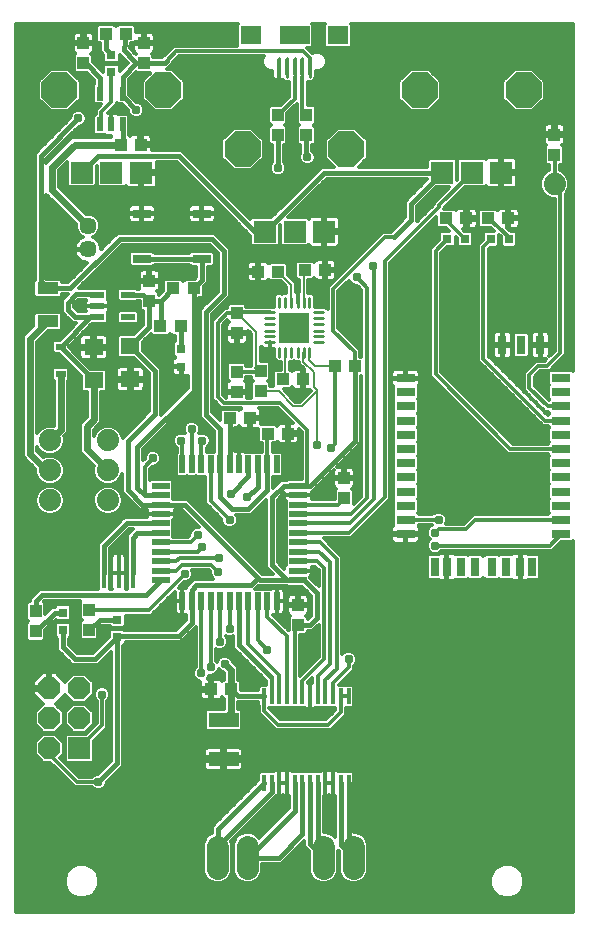
<source format=gtl>
G75*
%MOIN*%
%OFA0B0*%
%FSLAX24Y24*%
%IPPOS*%
%LPD*%
%AMOC8*
5,1,8,0,0,1.08239X$1,22.5*
%
%ADD10R,0.0433X0.0394*%
%ADD11R,0.0394X0.0433*%
%ADD12C,0.0100*%
%ADD13R,0.1030X0.1030*%
%ADD14R,0.0137X0.0550*%
%ADD15R,0.0984X0.0472*%
%ADD16R,0.0315X0.0315*%
%ADD17R,0.0630X0.0315*%
%ADD18R,0.0315X0.0630*%
%ADD19C,0.0740*%
%ADD20C,0.0570*%
%ADD21R,0.0740X0.0740*%
%ADD22OC8,0.1181*%
%ADD23C,0.0740*%
%ADD24R,0.0217X0.0472*%
%ADD25R,0.0630X0.0551*%
%ADD26R,0.0472X0.0217*%
%ADD27R,0.0709X0.0591*%
%ADD28R,0.0984X0.0591*%
%ADD29R,0.0157X0.0551*%
%ADD30R,0.0709X0.0394*%
%ADD31R,0.0327X0.0248*%
%ADD32R,0.0157X0.1024*%
%ADD33R,0.0600X0.0300*%
%ADD34R,0.0197X0.0591*%
%ADD35R,0.0591X0.0197*%
%ADD36OC8,0.0740*%
%ADD37C,0.0118*%
%ADD38C,0.0310*%
%ADD39C,0.0079*%
%ADD40C,0.0157*%
%ADD41C,0.0160*%
%ADD42C,0.0236*%
%ADD43C,0.0120*%
%ADD44C,0.0240*%
D10*
X006832Y007738D03*
X007502Y007738D03*
X008722Y016261D03*
X009391Y016261D03*
X008131Y016773D03*
X007462Y016773D03*
X009224Y018072D03*
X009893Y018072D03*
X010946Y018515D03*
X011616Y018515D03*
X010631Y021714D03*
X009962Y021714D03*
X009057Y021665D03*
X008387Y021665D03*
X006242Y021104D03*
X005572Y021104D03*
X005809Y019844D03*
X005139Y019844D03*
X004480Y025897D03*
X003811Y025897D03*
X003988Y029588D03*
X003319Y029588D03*
X014671Y023437D03*
X015340Y023437D03*
X016065Y023441D03*
X016734Y023441D03*
D11*
X018269Y025563D03*
X018269Y026232D03*
X011261Y014785D03*
X011261Y014116D03*
X009726Y010553D03*
X009726Y009883D03*
X008476Y017679D03*
X008476Y018348D03*
X007689Y019608D03*
X007689Y020277D03*
X007679Y018328D03*
X007679Y017659D03*
X004765Y020691D03*
X004765Y021360D03*
X009057Y026202D03*
X009057Y026872D03*
X010002Y026872D03*
X010002Y026202D03*
X004588Y028614D03*
X004588Y029283D03*
X002570Y029283D03*
X002570Y028614D03*
X002757Y010376D03*
X002757Y009706D03*
X000986Y009667D03*
X000986Y010336D03*
D12*
X008637Y019300D02*
X008937Y019300D01*
X008937Y019500D02*
X008637Y019500D01*
X008637Y019697D02*
X008937Y019697D01*
X008937Y019908D02*
X008637Y019908D01*
X008637Y020107D02*
X008937Y020107D01*
X008937Y020305D02*
X008637Y020305D01*
X009101Y020480D02*
X009101Y020780D01*
X009301Y020780D02*
X009301Y020480D01*
X009499Y020480D02*
X009499Y020780D01*
X009709Y020780D02*
X009709Y020480D01*
X009908Y020480D02*
X009908Y020780D01*
X010107Y020780D02*
X010107Y020480D01*
X010271Y020305D02*
X010571Y020305D01*
X010571Y020107D02*
X010271Y020107D01*
X010271Y019908D02*
X010571Y019908D01*
X010571Y019697D02*
X010271Y019697D01*
X010271Y019500D02*
X010571Y019500D01*
X010571Y019300D02*
X010271Y019300D01*
X010107Y019125D02*
X010107Y018825D01*
X009908Y018825D02*
X009908Y019125D01*
X009709Y019125D02*
X009709Y018825D01*
X009499Y018825D02*
X009499Y019125D01*
X009301Y019125D02*
X009301Y018825D01*
X009101Y018825D02*
X009101Y019125D01*
X009096Y028159D02*
X009096Y028476D01*
X009096Y028793D01*
X009352Y028793D02*
X009352Y028476D01*
X009352Y028159D01*
X009608Y028159D02*
X009608Y028476D01*
X009608Y028793D01*
X009864Y028793D02*
X009864Y028476D01*
X009864Y028159D01*
X010120Y028159D02*
X010120Y028476D01*
X010120Y028793D01*
D13*
X009600Y019799D03*
D14*
X009618Y007504D03*
X009874Y007504D03*
X010130Y007504D03*
X010385Y007504D03*
X010641Y007504D03*
X010897Y007504D03*
X011153Y007504D03*
X011409Y007504D03*
X011409Y004625D03*
X011153Y004625D03*
X010897Y004625D03*
X010641Y004625D03*
X010385Y004625D03*
X010130Y004625D03*
X009874Y004625D03*
X009618Y004625D03*
X009362Y004625D03*
X009106Y004625D03*
X008850Y004625D03*
X008594Y004625D03*
X008594Y007504D03*
X008850Y007504D03*
X009106Y007504D03*
X009362Y007504D03*
D15*
X007246Y006714D03*
X007246Y005415D03*
D16*
X003702Y009470D03*
X003702Y010061D03*
X001891Y010297D03*
X001891Y009706D03*
X005828Y018486D03*
X005828Y019076D03*
X003506Y028309D03*
X003506Y028899D03*
X014706Y022746D03*
X015297Y022746D03*
X016163Y022742D03*
X016754Y022742D03*
D17*
X018506Y018112D03*
X018506Y017639D03*
X018506Y017167D03*
X018506Y016694D03*
X018506Y016222D03*
X018506Y015750D03*
X018506Y015277D03*
X018506Y014805D03*
X018506Y014332D03*
X018506Y013860D03*
X018506Y013387D03*
X018506Y012915D03*
X013309Y012915D03*
X013309Y013387D03*
X013309Y013860D03*
X013309Y014332D03*
X013309Y014805D03*
X013309Y015277D03*
X013309Y015750D03*
X013309Y016222D03*
X013309Y016694D03*
X013309Y017167D03*
X013309Y017639D03*
X013309Y018112D03*
D18*
X016537Y019214D03*
X017167Y019214D03*
X017797Y019214D03*
X017530Y011813D03*
X017128Y011813D03*
X016655Y011813D03*
X016183Y011813D03*
X015631Y011813D03*
X015159Y011813D03*
X014687Y011813D03*
X014284Y011813D03*
D19*
X018279Y024588D03*
X003387Y016041D03*
X003387Y015041D03*
X003387Y014041D03*
X001458Y014041D03*
X001458Y015041D03*
X001458Y016041D03*
D20*
X002718Y022403D03*
X002718Y023191D03*
D21*
X002521Y024962D03*
X003506Y024962D03*
X004490Y024962D03*
X008624Y022994D03*
X009608Y022994D03*
X010592Y022994D03*
X014529Y024962D03*
X015513Y024962D03*
X016498Y024962D03*
X002431Y005773D03*
D22*
X007876Y025750D03*
X005238Y027718D03*
X001773Y027718D03*
X011340Y025750D03*
X013781Y027718D03*
X017246Y027718D03*
D23*
X011576Y002498D02*
X011576Y001758D01*
X010576Y001758D02*
X010576Y002498D01*
X008049Y002498D02*
X008049Y001758D01*
X007049Y001758D02*
X007049Y002498D01*
D24*
X003880Y026566D03*
X003506Y026566D03*
X003131Y026566D03*
X003131Y027590D03*
X003880Y027590D03*
D25*
X004135Y019175D03*
X004135Y018072D03*
X002915Y018033D03*
X002915Y019135D03*
D26*
X003033Y020139D03*
X003033Y020513D03*
X003033Y020887D03*
X004057Y020887D03*
X004057Y020139D03*
D27*
X008157Y029539D03*
X011058Y029539D03*
D28*
X009608Y029539D03*
D29*
X009608Y028476D03*
X009864Y028476D03*
X010120Y028476D03*
X009352Y028476D03*
X009096Y028476D03*
D30*
X001380Y021104D03*
X001380Y020002D03*
D31*
X001813Y019155D03*
X001813Y018250D03*
D32*
X003269Y011616D03*
X003742Y011616D03*
X004214Y011616D03*
D33*
X004523Y022096D03*
X004523Y023596D03*
X006523Y023596D03*
X006523Y022096D03*
D34*
X006498Y015238D03*
X006183Y015238D03*
X005868Y015238D03*
X006813Y015238D03*
X007128Y015238D03*
X007443Y015238D03*
X007757Y015238D03*
X008072Y015238D03*
X008387Y015238D03*
X008702Y015238D03*
X009017Y015238D03*
X009017Y010671D03*
X008702Y010671D03*
X008387Y010671D03*
X008072Y010671D03*
X007757Y010671D03*
X007443Y010671D03*
X007128Y010671D03*
X006813Y010671D03*
X006498Y010671D03*
X006183Y010671D03*
X005868Y010671D03*
D35*
X005159Y011380D03*
X005159Y011694D03*
X005159Y012009D03*
X005159Y012324D03*
X005159Y012639D03*
X005159Y012954D03*
X005159Y013269D03*
X005159Y013584D03*
X005159Y013899D03*
X005159Y014214D03*
X005159Y014529D03*
X009726Y014529D03*
X009726Y014214D03*
X009726Y013899D03*
X009726Y013584D03*
X009726Y013269D03*
X009726Y012954D03*
X009726Y012639D03*
X009726Y012324D03*
X009726Y012009D03*
X009726Y011694D03*
X009726Y011380D03*
D36*
X002431Y007773D03*
X002431Y006773D03*
X001431Y006773D03*
X001431Y005773D03*
X001431Y007773D03*
D37*
X000318Y000318D02*
X000318Y029921D01*
X007722Y029921D01*
X007684Y029884D01*
X007684Y029195D01*
X005597Y029195D01*
X004944Y029195D01*
X004944Y029244D02*
X004628Y029244D01*
X004628Y029322D01*
X004944Y029322D01*
X004944Y029521D01*
X004933Y029561D01*
X004912Y029597D01*
X004883Y029627D01*
X004846Y029648D01*
X004806Y029659D01*
X004628Y029659D01*
X004628Y029322D01*
X004549Y029322D01*
X004549Y029244D01*
X004232Y029244D01*
X004232Y029046D01*
X004243Y029005D01*
X004264Y028969D01*
X004294Y028939D01*
X004318Y028925D01*
X004310Y028917D01*
X004120Y029107D01*
X004144Y029272D01*
X004254Y029272D01*
X004304Y029322D01*
X004549Y029322D01*
X004549Y029659D01*
X004370Y029659D01*
X004330Y029648D01*
X004323Y029644D01*
X004323Y029834D01*
X004254Y029904D01*
X003722Y029904D01*
X003653Y029835D01*
X003584Y029904D01*
X003053Y029904D01*
X002983Y029834D01*
X002983Y029342D01*
X003053Y029272D01*
X003121Y029272D01*
X003121Y029004D01*
X003229Y028896D01*
X003229Y028692D01*
X003299Y028623D01*
X003712Y028623D01*
X003782Y028692D01*
X003782Y028875D01*
X003799Y028852D01*
X003815Y028849D01*
X004052Y028613D01*
X003782Y028343D01*
X003782Y028515D01*
X003712Y028585D01*
X003299Y028585D01*
X003229Y028515D01*
X003229Y028316D01*
X003214Y028331D01*
X003212Y028331D01*
X002886Y028656D01*
X002886Y028880D01*
X002841Y028925D01*
X002865Y028939D01*
X002895Y028969D01*
X002916Y029005D01*
X002926Y029046D01*
X002926Y029244D01*
X002610Y029244D01*
X002610Y029322D01*
X002926Y029322D01*
X002926Y029521D01*
X002916Y029561D01*
X002895Y029597D01*
X002865Y029627D01*
X002829Y029648D01*
X002788Y029659D01*
X002610Y029659D01*
X002610Y029322D01*
X002531Y029322D01*
X002531Y029244D01*
X002215Y029244D01*
X002215Y029046D01*
X002225Y029005D01*
X002246Y028969D01*
X002276Y028939D01*
X002300Y028925D01*
X002255Y028880D01*
X002255Y028348D01*
X002324Y028278D01*
X002705Y028278D01*
X002932Y028051D01*
X002932Y027904D01*
X002904Y027876D01*
X002904Y027305D01*
X002974Y027235D01*
X003163Y027235D01*
X002982Y027054D01*
X002982Y026922D01*
X002974Y026922D01*
X002904Y026852D01*
X002904Y026281D01*
X002974Y026211D01*
X003289Y026211D01*
X003290Y026212D01*
X003300Y026203D01*
X003336Y026182D01*
X003376Y026171D01*
X003503Y026171D01*
X003475Y026143D01*
X003475Y026134D01*
X002177Y026134D01*
X001439Y025396D01*
X001341Y025299D01*
X001341Y025431D01*
X002409Y026499D01*
X002458Y026499D01*
X002558Y026541D01*
X002635Y026618D01*
X002677Y026719D01*
X002677Y026828D01*
X002635Y026928D01*
X002558Y027006D01*
X002458Y027047D01*
X002349Y027047D01*
X002248Y027006D01*
X002171Y026928D01*
X002129Y026828D01*
X002129Y026779D01*
X001061Y025711D01*
X000946Y025595D01*
X000946Y021389D01*
X000906Y021350D01*
X000906Y020858D01*
X000976Y020788D01*
X001783Y020788D01*
X001853Y020858D01*
X001853Y020906D01*
X002044Y020906D01*
X001851Y020713D01*
X001851Y020313D01*
X001967Y020197D01*
X002223Y019942D01*
X002319Y019942D01*
X001776Y019398D01*
X001600Y019398D01*
X001530Y019328D01*
X001530Y018982D01*
X001600Y018912D01*
X001756Y018912D01*
X002481Y018187D01*
X002481Y017708D01*
X002551Y017638D01*
X002678Y017638D01*
X002678Y016832D01*
X002442Y016596D01*
X002442Y015651D01*
X002581Y015512D01*
X002915Y015178D01*
X002898Y015138D01*
X002898Y014944D01*
X002973Y014764D01*
X003110Y014626D01*
X003290Y014552D01*
X003485Y014552D01*
X003664Y014626D01*
X003802Y014764D01*
X003859Y014901D01*
X003859Y014290D01*
X003975Y014174D01*
X004447Y013701D01*
X004705Y013701D01*
X004705Y013584D01*
X004705Y013467D01*
X003935Y013467D01*
X003187Y012719D01*
X003071Y012603D01*
X003071Y011066D01*
X001101Y011066D01*
X000985Y010950D01*
X000985Y010950D01*
X000788Y010753D01*
X000788Y010672D01*
X000740Y010672D01*
X000670Y010602D01*
X000670Y010070D01*
X000739Y010002D01*
X000670Y009933D01*
X000670Y009401D01*
X000740Y009331D01*
X001232Y009331D01*
X001302Y009401D01*
X001302Y009703D01*
X001652Y010053D01*
X001685Y010020D01*
X002098Y010020D01*
X002168Y010090D01*
X002168Y010504D01*
X002098Y010573D01*
X001685Y010573D01*
X001615Y010504D01*
X001615Y010495D01*
X001534Y010495D01*
X001418Y010379D01*
X001302Y010263D01*
X001302Y010602D01*
X001249Y010655D01*
X001265Y010670D01*
X002470Y010670D01*
X002442Y010641D01*
X002442Y010110D01*
X002510Y010041D01*
X002442Y009972D01*
X002442Y009440D01*
X002511Y009371D01*
X002089Y009371D01*
X002089Y009430D02*
X002098Y009430D01*
X002168Y009500D01*
X002168Y009913D01*
X002098Y009983D01*
X001685Y009983D01*
X001615Y009913D01*
X001615Y009500D01*
X001685Y009430D01*
X001694Y009430D01*
X001694Y009054D01*
X002087Y008660D01*
X002203Y008544D01*
X003056Y008544D01*
X003505Y008993D01*
X003505Y005359D01*
X003067Y004921D01*
X003018Y004921D01*
X002917Y004880D01*
X002863Y004825D01*
X002434Y004825D01*
X001804Y005455D01*
X001920Y005571D01*
X001920Y005976D01*
X001633Y006262D01*
X001228Y006262D01*
X000942Y005976D01*
X000942Y005571D01*
X001228Y005284D01*
X001471Y005284D01*
X002286Y004469D01*
X002863Y004469D01*
X002917Y004415D01*
X003018Y004373D01*
X003127Y004373D01*
X003228Y004415D01*
X003305Y004492D01*
X003346Y004593D01*
X003346Y004642D01*
X003900Y005195D01*
X003900Y009194D01*
X003909Y009194D01*
X003979Y009263D01*
X003979Y009331D01*
X005832Y009331D01*
X005947Y009447D01*
X006320Y009819D01*
X006320Y008479D01*
X006265Y008425D01*
X006224Y008324D01*
X006224Y008215D01*
X006265Y008114D01*
X006342Y008037D01*
X006443Y007995D01*
X006467Y007995D01*
X006457Y007956D01*
X006457Y007777D01*
X006793Y007777D01*
X006793Y007698D01*
X006872Y007698D01*
X006872Y007382D01*
X007070Y007382D01*
X007110Y007393D01*
X007146Y007414D01*
X007176Y007443D01*
X007190Y007468D01*
X007236Y007422D01*
X007263Y007422D01*
X007263Y007069D01*
X006704Y007069D01*
X006634Y007000D01*
X006634Y006429D01*
X006704Y006359D01*
X007787Y006359D01*
X007857Y006429D01*
X007857Y007000D01*
X007787Y007069D01*
X007741Y007069D01*
X007741Y007305D01*
X008407Y007305D01*
X008407Y007180D01*
X008415Y007171D01*
X008415Y006955D01*
X008887Y006483D01*
X008992Y006378D01*
X010814Y006378D01*
X011227Y006791D01*
X011332Y006896D01*
X011332Y007110D01*
X011527Y007110D01*
X011597Y007180D01*
X011597Y007828D01*
X011527Y007898D01*
X011291Y007898D01*
X011281Y007888D01*
X011271Y007898D01*
X011103Y007898D01*
X011597Y008392D01*
X011597Y008532D01*
X011651Y008586D01*
X011693Y008687D01*
X011693Y008796D01*
X011651Y008897D01*
X011574Y008974D01*
X011473Y009016D01*
X011364Y009016D01*
X011264Y008974D01*
X011203Y008914D01*
X011203Y012162D01*
X010652Y012713D01*
X010652Y012713D01*
X010589Y012776D01*
X011493Y012776D01*
X011597Y012881D01*
X012684Y013967D01*
X012788Y014071D01*
X012788Y021936D01*
X014335Y023483D01*
X014335Y023190D01*
X014405Y023121D01*
X014670Y023121D01*
X014768Y023022D01*
X014500Y023022D01*
X014430Y022952D01*
X014430Y022721D01*
X014134Y022426D01*
X014134Y018166D01*
X016729Y015571D01*
X018071Y015571D01*
X018071Y015543D01*
X018101Y015513D01*
X018071Y015484D01*
X018071Y015070D01*
X018101Y015041D01*
X018071Y015012D01*
X018071Y014598D01*
X018101Y014569D01*
X018071Y014539D01*
X018071Y014125D01*
X018101Y014096D01*
X018071Y014067D01*
X018071Y013653D01*
X018101Y013624D01*
X018071Y013594D01*
X018071Y013566D01*
X015558Y013566D01*
X015453Y013461D01*
X015243Y013251D01*
X014651Y013251D01*
X014685Y013333D01*
X014685Y013442D01*
X014643Y013543D01*
X014566Y013620D01*
X014466Y013661D01*
X014357Y013661D01*
X014256Y013620D01*
X014202Y013566D01*
X013743Y013566D01*
X013743Y013594D01*
X013713Y013624D01*
X013743Y013653D01*
X013743Y014067D01*
X013713Y014096D01*
X013743Y014125D01*
X013743Y014539D01*
X013713Y014569D01*
X013743Y014598D01*
X013743Y015012D01*
X013713Y015041D01*
X013743Y015070D01*
X013743Y015484D01*
X013713Y015513D01*
X013743Y015543D01*
X013743Y015956D01*
X013713Y015986D01*
X013743Y016015D01*
X013743Y016429D01*
X013713Y016458D01*
X013743Y016488D01*
X013743Y016901D01*
X013713Y016931D01*
X013743Y016960D01*
X013743Y017374D01*
X013713Y017403D01*
X013743Y017433D01*
X013743Y017846D01*
X013742Y017847D01*
X013751Y017857D01*
X013772Y017893D01*
X013783Y017933D01*
X013783Y018092D01*
X013328Y018092D01*
X013328Y018131D01*
X013783Y018131D01*
X013783Y018290D01*
X013772Y018331D01*
X013751Y018367D01*
X013721Y018397D01*
X013685Y018418D01*
X013645Y018428D01*
X013328Y018428D01*
X013328Y018132D01*
X013289Y018132D01*
X013289Y018428D01*
X012973Y018428D01*
X012932Y018418D01*
X012896Y018397D01*
X012866Y018367D01*
X012845Y018331D01*
X012835Y018290D01*
X012835Y018131D01*
X013289Y018131D01*
X013289Y018092D01*
X012835Y018092D01*
X012835Y017933D01*
X012845Y017893D01*
X012866Y017857D01*
X012876Y017847D01*
X012875Y017846D01*
X012875Y017433D01*
X012904Y017403D01*
X012875Y017374D01*
X012875Y016960D01*
X012904Y016931D01*
X012875Y016901D01*
X012875Y016488D01*
X012904Y016458D01*
X012875Y016429D01*
X012875Y016015D01*
X012904Y015986D01*
X012875Y015956D01*
X012875Y015543D01*
X012904Y015513D01*
X012875Y015484D01*
X012875Y015070D01*
X012904Y015041D01*
X012875Y015012D01*
X012875Y014598D01*
X012904Y014569D01*
X012875Y014539D01*
X012875Y014125D01*
X012904Y014096D01*
X012875Y014067D01*
X012875Y013653D01*
X012904Y013624D01*
X012875Y013594D01*
X012875Y013181D01*
X012876Y013179D01*
X012866Y013170D01*
X012845Y013134D01*
X012835Y013093D01*
X012835Y012935D01*
X013289Y012935D01*
X013289Y012895D01*
X013328Y012895D01*
X013328Y012598D01*
X013645Y012598D01*
X013685Y012609D01*
X013721Y012630D01*
X013751Y012660D01*
X013772Y012696D01*
X013783Y012737D01*
X013783Y012895D01*
X013328Y012895D01*
X013328Y012935D01*
X013783Y012935D01*
X013783Y013093D01*
X013772Y013134D01*
X013751Y013170D01*
X013742Y013179D01*
X013743Y013181D01*
X013743Y013209D01*
X014192Y013209D01*
X014138Y013187D01*
X014061Y013110D01*
X014019Y013009D01*
X014019Y012900D01*
X014061Y012799D01*
X014122Y012738D01*
X014061Y012676D01*
X014019Y012576D01*
X014019Y012467D01*
X014061Y012366D01*
X014138Y012289D01*
X014238Y012247D01*
X014347Y012247D01*
X014448Y012289D01*
X014502Y012343D01*
X018186Y012343D01*
X018481Y012638D01*
X018870Y012638D01*
X018898Y012666D01*
X018898Y000318D01*
X000318Y000318D01*
X000318Y000392D02*
X018898Y000392D01*
X018898Y000509D02*
X000318Y000509D01*
X000318Y000625D02*
X018898Y000625D01*
X018898Y000742D02*
X000318Y000742D01*
X000318Y000859D02*
X002190Y000859D01*
X002196Y000853D02*
X002407Y000766D01*
X002636Y000766D01*
X002847Y000853D01*
X003008Y001015D01*
X003096Y001226D01*
X003096Y001454D01*
X003008Y001666D01*
X002847Y001827D01*
X002636Y001915D01*
X002407Y001915D01*
X002196Y001827D01*
X002034Y001666D01*
X001947Y001454D01*
X001947Y001226D01*
X002034Y001015D01*
X002196Y000853D01*
X002074Y000975D02*
X000318Y000975D01*
X000318Y001092D02*
X002002Y001092D01*
X001954Y001209D02*
X000318Y001209D01*
X000318Y001325D02*
X001947Y001325D01*
X001947Y001442D02*
X000318Y001442D01*
X000318Y001558D02*
X001990Y001558D01*
X002044Y001675D02*
X000318Y001675D01*
X000318Y001792D02*
X002160Y001792D01*
X002392Y001908D02*
X000318Y001908D01*
X000318Y002025D02*
X006560Y002025D01*
X006560Y002141D02*
X000318Y002141D01*
X000318Y002258D02*
X006560Y002258D01*
X006560Y002375D02*
X000318Y002375D01*
X000318Y002491D02*
X006560Y002491D01*
X006560Y002595D02*
X006560Y001660D01*
X006634Y001481D01*
X006772Y001343D01*
X006952Y001269D01*
X007146Y001269D01*
X007326Y001343D01*
X007463Y001481D01*
X007538Y001660D01*
X007538Y002595D01*
X007498Y002691D01*
X009002Y004195D01*
X009016Y004191D01*
X009106Y004191D01*
X009195Y004191D01*
X009234Y004201D01*
X009272Y004191D01*
X009362Y004191D01*
X009420Y004191D01*
X009420Y003778D01*
X008440Y002798D01*
X008326Y002912D01*
X008146Y002987D01*
X007952Y002987D01*
X007772Y002912D01*
X007634Y002775D01*
X007560Y002595D01*
X007560Y001660D01*
X007634Y001481D01*
X007772Y001343D01*
X007952Y001269D01*
X008146Y001269D01*
X008326Y001343D01*
X008463Y001481D01*
X008538Y001660D01*
X008538Y001930D01*
X009178Y001930D01*
X009294Y002046D01*
X009932Y002684D01*
X009932Y002492D01*
X010087Y002337D01*
X010087Y001660D01*
X010162Y001481D01*
X010299Y001343D01*
X010479Y001269D01*
X010674Y001269D01*
X010853Y001343D01*
X010991Y001481D01*
X011065Y001660D01*
X011065Y002359D01*
X011087Y002337D01*
X011087Y001660D01*
X011162Y001481D01*
X011299Y001343D01*
X011479Y001269D01*
X011674Y001269D01*
X011853Y001343D01*
X011991Y001481D01*
X012065Y001660D01*
X012065Y002595D01*
X011991Y002775D01*
X011853Y002912D01*
X011674Y002987D01*
X011607Y002987D01*
X011607Y004707D01*
X011597Y004717D01*
X011597Y004950D01*
X011527Y005019D01*
X011291Y005019D01*
X011281Y005009D01*
X011271Y005019D01*
X011072Y005019D01*
X011063Y005027D01*
X011027Y005048D01*
X010987Y005059D01*
X010897Y005059D01*
X010808Y005059D01*
X010769Y005049D01*
X010731Y005059D01*
X010641Y005059D01*
X010552Y005059D01*
X010511Y005048D01*
X010475Y005027D01*
X010467Y005019D01*
X010268Y005019D01*
X010257Y005009D01*
X010247Y005019D01*
X010012Y005019D01*
X010002Y005009D01*
X009991Y005019D01*
X009756Y005019D01*
X009746Y005009D01*
X009736Y005019D01*
X009536Y005019D01*
X009528Y005027D01*
X009492Y005048D01*
X009451Y005059D01*
X009362Y005059D01*
X009362Y004625D01*
X009362Y004191D01*
X009362Y004625D01*
X009362Y004625D01*
X009134Y004625D01*
X009106Y004625D01*
X009106Y004191D01*
X009106Y004625D01*
X009106Y004625D01*
X009106Y004625D01*
X009362Y004625D01*
X009362Y004625D01*
X009362Y004625D01*
X009362Y005059D01*
X009272Y005059D01*
X009234Y005049D01*
X009195Y005059D01*
X009106Y005059D01*
X009106Y004625D01*
X009106Y004625D01*
X009106Y005059D01*
X009016Y005059D01*
X008976Y005048D01*
X008940Y005027D01*
X008932Y005019D01*
X008732Y005019D01*
X008722Y005009D01*
X008712Y005019D01*
X008476Y005019D01*
X008407Y004950D01*
X008407Y004717D01*
X006967Y003278D01*
X006851Y003162D01*
X006851Y002945D01*
X006772Y002912D01*
X006634Y002775D01*
X006560Y002595D01*
X006565Y002608D02*
X000318Y002608D01*
X000318Y002724D02*
X006613Y002724D01*
X006701Y002841D02*
X000318Y002841D01*
X000318Y002958D02*
X006851Y002958D01*
X006851Y003074D02*
X000318Y003074D01*
X000318Y003191D02*
X006880Y003191D01*
X006997Y003308D02*
X000318Y003308D01*
X000318Y003424D02*
X007113Y003424D01*
X007230Y003541D02*
X000318Y003541D01*
X000318Y003657D02*
X007347Y003657D01*
X007463Y003774D02*
X000318Y003774D01*
X000318Y003891D02*
X007580Y003891D01*
X007696Y004007D02*
X000318Y004007D01*
X000318Y004124D02*
X007813Y004124D01*
X007930Y004240D02*
X000318Y004240D01*
X000318Y004357D02*
X008046Y004357D01*
X008163Y004474D02*
X003286Y004474D01*
X003345Y004590D02*
X008279Y004590D01*
X008396Y004707D02*
X003412Y004707D01*
X003528Y004823D02*
X008407Y004823D01*
X008407Y004940D02*
X003645Y004940D01*
X003762Y005057D02*
X006651Y005057D01*
X006656Y005051D02*
X006692Y005031D01*
X006733Y005020D01*
X007187Y005020D01*
X007187Y005356D01*
X007305Y005356D01*
X007305Y005474D01*
X007897Y005474D01*
X007897Y005672D01*
X007886Y005713D01*
X007865Y005749D01*
X007835Y005778D01*
X007799Y005799D01*
X007759Y005810D01*
X007305Y005810D01*
X007305Y005474D01*
X007187Y005474D01*
X007187Y005810D01*
X006733Y005810D01*
X006692Y005799D01*
X006656Y005778D01*
X006626Y005749D01*
X006605Y005713D01*
X006594Y005672D01*
X006594Y005474D01*
X007187Y005474D01*
X007187Y005356D01*
X006594Y005356D01*
X006594Y005158D01*
X006605Y005117D01*
X006626Y005081D01*
X006656Y005051D01*
X006594Y005173D02*
X003878Y005173D01*
X003900Y005290D02*
X006594Y005290D01*
X006594Y005523D02*
X003900Y005523D01*
X003900Y005407D02*
X007187Y005407D01*
X007187Y005523D02*
X007305Y005523D01*
X007305Y005407D02*
X018898Y005407D01*
X018898Y005523D02*
X007897Y005523D01*
X007897Y005640D02*
X018898Y005640D01*
X018898Y005756D02*
X007858Y005756D01*
X007897Y005356D02*
X007305Y005356D01*
X007305Y005020D01*
X007759Y005020D01*
X007799Y005031D01*
X007835Y005051D01*
X007865Y005081D01*
X007886Y005117D01*
X007897Y005158D01*
X007897Y005356D01*
X007897Y005290D02*
X018898Y005290D01*
X018898Y005173D02*
X007897Y005173D01*
X007841Y005057D02*
X009007Y005057D01*
X009106Y005057D02*
X009106Y005057D01*
X009205Y005057D02*
X009263Y005057D01*
X009362Y005057D02*
X009362Y005057D01*
X009461Y005057D02*
X010542Y005057D01*
X010641Y005057D02*
X010641Y005057D01*
X010641Y005059D02*
X010641Y004625D01*
X010641Y004625D01*
X010641Y004191D01*
X010583Y004191D01*
X010583Y002987D01*
X010674Y002987D01*
X010853Y002912D01*
X010955Y002810D01*
X010955Y004191D01*
X010897Y004191D01*
X010897Y004625D01*
X010670Y004625D01*
X010641Y004625D01*
X010641Y004191D01*
X010731Y004191D01*
X010769Y004201D01*
X010808Y004191D01*
X010897Y004191D01*
X010897Y004625D01*
X010897Y004625D01*
X010897Y004625D01*
X010641Y004625D01*
X010641Y004625D01*
X010641Y004625D01*
X010641Y005059D01*
X010740Y005057D02*
X010798Y005057D01*
X010897Y005057D02*
X010897Y005057D01*
X010897Y005059D02*
X010897Y004625D01*
X010897Y004625D01*
X010897Y005059D01*
X010996Y005057D02*
X018898Y005057D01*
X018898Y004940D02*
X011597Y004940D01*
X011597Y004823D02*
X018898Y004823D01*
X018898Y004707D02*
X011607Y004707D01*
X011607Y004590D02*
X018898Y004590D01*
X018898Y004474D02*
X011607Y004474D01*
X011607Y004357D02*
X018898Y004357D01*
X018898Y004240D02*
X011607Y004240D01*
X011607Y004124D02*
X018898Y004124D01*
X018898Y004007D02*
X011607Y004007D01*
X011607Y003891D02*
X018898Y003891D01*
X018898Y003774D02*
X011607Y003774D01*
X011607Y003657D02*
X018898Y003657D01*
X018898Y003541D02*
X011607Y003541D01*
X011607Y003424D02*
X018898Y003424D01*
X018898Y003308D02*
X011607Y003308D01*
X011607Y003191D02*
X018898Y003191D01*
X018898Y003074D02*
X011607Y003074D01*
X011743Y002958D02*
X018898Y002958D01*
X018898Y002841D02*
X011924Y002841D01*
X012012Y002724D02*
X018898Y002724D01*
X018898Y002608D02*
X012060Y002608D01*
X012065Y002491D02*
X018898Y002491D01*
X018898Y002375D02*
X012065Y002375D01*
X012065Y002258D02*
X018898Y002258D01*
X018898Y002141D02*
X012065Y002141D01*
X012065Y002025D02*
X018898Y002025D01*
X018898Y001908D02*
X016824Y001908D01*
X016809Y001915D02*
X016580Y001915D01*
X016369Y001827D01*
X016208Y001666D01*
X016120Y001454D01*
X016120Y001226D01*
X016208Y001015D01*
X016369Y000853D01*
X016580Y000766D01*
X016809Y000766D01*
X017020Y000853D01*
X017181Y001015D01*
X017269Y001226D01*
X017269Y001454D01*
X017181Y001666D01*
X017020Y001827D01*
X016809Y001915D01*
X016565Y001908D02*
X012065Y001908D01*
X012065Y001792D02*
X016334Y001792D01*
X016217Y001675D02*
X012065Y001675D01*
X012023Y001558D02*
X016163Y001558D01*
X016120Y001442D02*
X011952Y001442D01*
X011810Y001325D02*
X016120Y001325D01*
X016127Y001209D02*
X003088Y001209D01*
X003096Y001325D02*
X006815Y001325D01*
X006673Y001442D02*
X003096Y001442D01*
X003053Y001558D02*
X006602Y001558D01*
X006560Y001675D02*
X002999Y001675D01*
X002882Y001792D02*
X006560Y001792D01*
X006560Y001908D02*
X002651Y001908D01*
X003040Y001092D02*
X016176Y001092D01*
X016247Y000975D02*
X002969Y000975D01*
X002852Y000859D02*
X016364Y000859D01*
X017025Y000859D02*
X018898Y000859D01*
X018898Y000975D02*
X017142Y000975D01*
X017213Y001092D02*
X018898Y001092D01*
X018898Y001209D02*
X017262Y001209D01*
X017269Y001325D02*
X018898Y001325D01*
X018898Y001442D02*
X017269Y001442D01*
X017226Y001558D02*
X018898Y001558D01*
X018898Y001675D02*
X017172Y001675D01*
X017055Y001792D02*
X018898Y001792D01*
X018898Y005873D02*
X003900Y005873D01*
X003900Y005990D02*
X018898Y005990D01*
X018898Y006106D02*
X003900Y006106D01*
X003900Y006223D02*
X018898Y006223D01*
X018898Y006339D02*
X003900Y006339D01*
X003900Y006456D02*
X006634Y006456D01*
X006634Y006573D02*
X003900Y006573D01*
X003900Y006689D02*
X006634Y006689D01*
X006634Y006806D02*
X003900Y006806D01*
X003900Y006922D02*
X006634Y006922D01*
X006674Y007039D02*
X003900Y007039D01*
X003900Y007156D02*
X007263Y007156D01*
X007263Y007272D02*
X003900Y007272D01*
X003900Y007389D02*
X006569Y007389D01*
X006554Y007393D02*
X006595Y007382D01*
X006793Y007382D01*
X006793Y007698D01*
X006457Y007698D01*
X006457Y007520D01*
X006468Y007480D01*
X006488Y007443D01*
X006518Y007414D01*
X006554Y007393D01*
X006461Y007506D02*
X003900Y007506D01*
X003900Y007622D02*
X006457Y007622D01*
X006457Y007855D02*
X003900Y007855D01*
X003900Y007739D02*
X006793Y007739D01*
X006793Y007777D02*
X006793Y008094D01*
X006710Y008094D01*
X006730Y008114D01*
X006762Y008192D01*
X006867Y008192D01*
X006968Y008234D01*
X007045Y008311D01*
X007082Y008400D01*
X007130Y008352D01*
X007219Y008315D01*
X007264Y008269D01*
X007264Y008054D01*
X007236Y008054D01*
X007190Y008008D01*
X007176Y008032D01*
X007146Y008062D01*
X007110Y008083D01*
X007070Y008094D01*
X006872Y008094D01*
X006872Y007777D01*
X006793Y007777D01*
X006793Y007855D02*
X006872Y007855D01*
X006872Y007972D02*
X006793Y007972D01*
X006793Y008089D02*
X006872Y008089D01*
X006899Y008205D02*
X007264Y008205D01*
X007264Y008089D02*
X007089Y008089D01*
X007049Y008322D02*
X007203Y008322D01*
X007016Y008650D02*
X006991Y008676D01*
X006991Y009092D01*
X007073Y009058D01*
X007182Y009058D01*
X007283Y009100D01*
X007360Y009177D01*
X007402Y009278D01*
X007402Y009387D01*
X007360Y009488D01*
X007334Y009514D01*
X007388Y009491D01*
X007497Y009491D01*
X007560Y009517D01*
X007560Y009132D01*
X008672Y008020D01*
X008672Y007898D01*
X008476Y007898D01*
X008407Y007828D01*
X008407Y007703D01*
X007837Y007703D01*
X007837Y007984D01*
X007767Y008054D01*
X007739Y008054D01*
X007739Y008466D01*
X007600Y008605D01*
X007554Y008650D01*
X007517Y008739D01*
X007440Y008817D01*
X007340Y008858D01*
X007231Y008858D01*
X007130Y008817D01*
X007053Y008739D01*
X007016Y008650D01*
X007025Y008672D02*
X006995Y008672D01*
X006991Y008788D02*
X007101Y008788D01*
X006991Y008905D02*
X007787Y008905D01*
X007670Y009021D02*
X006991Y009021D01*
X007128Y009332D02*
X007128Y010671D01*
X007443Y010671D02*
X007443Y009765D01*
X007360Y009488D02*
X007560Y009488D01*
X007560Y009371D02*
X007402Y009371D01*
X007392Y009255D02*
X007560Y009255D01*
X007560Y009138D02*
X007321Y009138D01*
X007469Y008788D02*
X007904Y008788D01*
X008020Y008672D02*
X007545Y008672D01*
X007650Y008555D02*
X008137Y008555D01*
X008254Y008438D02*
X007739Y008438D01*
X007739Y008322D02*
X008370Y008322D01*
X008487Y008205D02*
X007739Y008205D01*
X007739Y008089D02*
X008603Y008089D01*
X008672Y007972D02*
X007837Y007972D01*
X007837Y007855D02*
X008434Y007855D01*
X008407Y007739D02*
X007837Y007739D01*
X007741Y007272D02*
X008407Y007272D01*
X008415Y007156D02*
X007741Y007156D01*
X007817Y007039D02*
X008415Y007039D01*
X008448Y006922D02*
X007857Y006922D01*
X007857Y006806D02*
X008564Y006806D01*
X008681Y006689D02*
X007857Y006689D01*
X007857Y006573D02*
X008797Y006573D01*
X008914Y006456D02*
X007857Y006456D01*
X007305Y005756D02*
X007187Y005756D01*
X007187Y005640D02*
X007305Y005640D01*
X007305Y005290D02*
X007187Y005290D01*
X007187Y005173D02*
X007305Y005173D01*
X007305Y005057D02*
X007187Y005057D01*
X006594Y005640D02*
X003900Y005640D01*
X003900Y005756D02*
X006634Y005756D01*
X006793Y007389D02*
X006872Y007389D01*
X006872Y007506D02*
X006793Y007506D01*
X006793Y007622D02*
X006872Y007622D01*
X007096Y007389D02*
X007263Y007389D01*
X006813Y008466D02*
X006813Y010671D01*
X006498Y010671D02*
X006498Y008269D01*
X006291Y008089D02*
X003900Y008089D01*
X003900Y008205D02*
X006228Y008205D01*
X006224Y008322D02*
X003900Y008322D01*
X003900Y008438D02*
X006279Y008438D01*
X006320Y008555D02*
X003900Y008555D01*
X003900Y008672D02*
X006320Y008672D01*
X006320Y008788D02*
X003900Y008788D01*
X003900Y008905D02*
X006320Y008905D01*
X006320Y009021D02*
X003900Y009021D01*
X003900Y009138D02*
X006320Y009138D01*
X006320Y009255D02*
X003970Y009255D01*
X003929Y009727D02*
X003909Y009747D01*
X003496Y009747D01*
X003426Y009677D01*
X003426Y009473D01*
X002892Y008940D01*
X002367Y008940D01*
X002089Y009217D01*
X002089Y009430D01*
X002156Y009488D02*
X002442Y009488D01*
X002442Y009605D02*
X002168Y009605D01*
X002168Y009721D02*
X002442Y009721D01*
X002442Y009838D02*
X002168Y009838D01*
X002127Y009954D02*
X002442Y009954D01*
X002480Y010071D02*
X002149Y010071D01*
X002168Y010188D02*
X002442Y010188D01*
X002442Y010304D02*
X002168Y010304D01*
X002168Y010421D02*
X002442Y010421D01*
X002442Y010537D02*
X002134Y010537D01*
X002454Y010654D02*
X001250Y010654D01*
X001302Y010537D02*
X001649Y010537D01*
X001460Y010421D02*
X001302Y010421D01*
X001302Y010304D02*
X001343Y010304D01*
X001436Y009838D02*
X001615Y009838D01*
X001615Y009721D02*
X001320Y009721D01*
X001302Y009605D02*
X001615Y009605D01*
X001626Y009488D02*
X001302Y009488D01*
X001272Y009371D02*
X001694Y009371D01*
X001694Y009255D02*
X000318Y009255D01*
X000318Y009371D02*
X000700Y009371D01*
X000670Y009488D02*
X000318Y009488D01*
X000318Y009605D02*
X000670Y009605D01*
X000670Y009721D02*
X000318Y009721D01*
X000318Y009838D02*
X000670Y009838D01*
X000691Y009954D02*
X000318Y009954D01*
X000318Y010071D02*
X000670Y010071D01*
X000670Y010188D02*
X000318Y010188D01*
X000318Y010304D02*
X000670Y010304D01*
X000670Y010421D02*
X000318Y010421D01*
X000318Y010537D02*
X000670Y010537D01*
X000722Y010654D02*
X000318Y010654D01*
X000318Y010771D02*
X000806Y010771D01*
X000922Y010887D02*
X000318Y010887D01*
X000318Y011004D02*
X001039Y011004D01*
X001553Y009954D02*
X001656Y009954D01*
X002089Y009255D02*
X003207Y009255D01*
X003324Y009371D02*
X003004Y009371D01*
X003073Y009440D01*
X003073Y009742D01*
X003194Y009863D01*
X003426Y009863D01*
X003426Y009854D01*
X003496Y009784D01*
X003909Y009784D01*
X003979Y009854D01*
X003979Y010197D01*
X004819Y010197D01*
X005611Y010989D01*
X005610Y010987D01*
X005610Y010671D01*
X005868Y010671D01*
X005868Y010671D01*
X005868Y011125D01*
X005985Y011125D01*
X005985Y011146D01*
X006142Y011304D01*
X006258Y011420D01*
X006901Y011420D01*
X006894Y011423D01*
X006816Y011500D01*
X006775Y011601D01*
X006775Y011677D01*
X006739Y011713D01*
X006186Y011713D01*
X006221Y011631D01*
X006221Y011522D01*
X006179Y011421D01*
X006102Y011344D01*
X006001Y011302D01*
X005924Y011302D01*
X005747Y011125D01*
X005748Y011125D01*
X005868Y011125D01*
X005868Y010671D01*
X005868Y010217D01*
X005985Y010217D01*
X005985Y010044D01*
X005668Y009727D01*
X003929Y009727D01*
X003963Y009838D02*
X005778Y009838D01*
X005895Y009954D02*
X003979Y009954D01*
X003979Y010071D02*
X005985Y010071D01*
X005985Y010188D02*
X003979Y010188D01*
X003470Y009721D02*
X003073Y009721D01*
X003073Y009605D02*
X003426Y009605D01*
X003426Y009488D02*
X003073Y009488D01*
X003004Y009371D02*
X002511Y009371D01*
X002168Y009138D02*
X003091Y009138D01*
X002974Y009021D02*
X002285Y009021D01*
X001959Y008788D02*
X000318Y008788D01*
X000318Y008672D02*
X002075Y008672D01*
X002192Y008555D02*
X000318Y008555D01*
X000318Y008438D02*
X003505Y008438D01*
X003505Y008322D02*
X000318Y008322D01*
X000318Y008205D02*
X001114Y008205D01*
X001212Y008302D02*
X000902Y007992D01*
X000902Y007814D01*
X001390Y007814D01*
X001390Y007732D01*
X000902Y007732D01*
X000902Y007554D01*
X001211Y007245D01*
X000942Y006976D01*
X000942Y006571D01*
X001228Y006284D01*
X001633Y006284D01*
X001920Y006571D01*
X001920Y006976D01*
X001651Y007245D01*
X001959Y007553D01*
X002228Y007284D01*
X002633Y007284D01*
X002916Y007567D01*
X002916Y007506D01*
X002958Y007405D01*
X003012Y007351D01*
X003012Y006607D01*
X002668Y006262D01*
X002011Y006262D01*
X001942Y006193D01*
X001942Y005354D01*
X002011Y005284D01*
X002850Y005284D01*
X002920Y005354D01*
X002920Y006010D01*
X003264Y006355D01*
X003264Y006355D01*
X003369Y006459D01*
X003369Y007351D01*
X003423Y007405D01*
X003465Y007506D01*
X003465Y007615D01*
X003423Y007716D01*
X003346Y007793D01*
X003245Y007835D01*
X003136Y007835D01*
X003035Y007793D01*
X002958Y007716D01*
X002920Y007623D01*
X002920Y007976D01*
X002633Y008262D01*
X002228Y008262D01*
X001959Y007993D01*
X001650Y008302D01*
X001472Y008302D01*
X001472Y007814D01*
X001390Y007814D01*
X001390Y008302D01*
X001212Y008302D01*
X001390Y008205D02*
X001472Y008205D01*
X001472Y008089D02*
X001390Y008089D01*
X001390Y007972D02*
X001472Y007972D01*
X001472Y007855D02*
X001390Y007855D01*
X001390Y007739D02*
X000318Y007739D01*
X000318Y007855D02*
X000902Y007855D01*
X000902Y007972D02*
X000318Y007972D01*
X000318Y008089D02*
X000998Y008089D01*
X000902Y007622D02*
X000318Y007622D01*
X000318Y007506D02*
X000950Y007506D01*
X001067Y007389D02*
X000318Y007389D01*
X000318Y007272D02*
X001183Y007272D01*
X001122Y007156D02*
X000318Y007156D01*
X000318Y007039D02*
X001005Y007039D01*
X000942Y006922D02*
X000318Y006922D01*
X000318Y006806D02*
X000942Y006806D01*
X000942Y006689D02*
X000318Y006689D01*
X000318Y006573D02*
X000942Y006573D01*
X001056Y006456D02*
X000318Y006456D01*
X000318Y006339D02*
X001173Y006339D01*
X001189Y006223D02*
X000318Y006223D01*
X000318Y006106D02*
X001072Y006106D01*
X000955Y005990D02*
X000318Y005990D01*
X000318Y005873D02*
X000942Y005873D01*
X000942Y005756D02*
X000318Y005756D01*
X000318Y005640D02*
X000942Y005640D01*
X000989Y005523D02*
X000318Y005523D01*
X000318Y005407D02*
X001106Y005407D01*
X001222Y005290D02*
X000318Y005290D01*
X000318Y005173D02*
X001582Y005173D01*
X001699Y005057D02*
X000318Y005057D01*
X000318Y004940D02*
X001815Y004940D01*
X001932Y004823D02*
X000318Y004823D01*
X000318Y004707D02*
X002048Y004707D01*
X002165Y004590D02*
X000318Y004590D01*
X000318Y004474D02*
X002282Y004474D01*
X002360Y004647D02*
X001431Y005576D01*
X001431Y005773D01*
X001673Y006223D02*
X001972Y006223D01*
X001942Y006106D02*
X001789Y006106D01*
X001906Y005990D02*
X001942Y005990D01*
X001942Y005873D02*
X001920Y005873D01*
X001920Y005756D02*
X001942Y005756D01*
X001942Y005640D02*
X001920Y005640D01*
X001942Y005523D02*
X001872Y005523D01*
X001852Y005407D02*
X001942Y005407D01*
X001969Y005290D02*
X002006Y005290D01*
X002086Y005173D02*
X003319Y005173D01*
X003202Y005057D02*
X002202Y005057D01*
X002319Y004940D02*
X003086Y004940D01*
X003072Y004647D02*
X002360Y004647D01*
X002856Y005290D02*
X003435Y005290D01*
X003505Y005407D02*
X002920Y005407D01*
X002920Y005523D02*
X003505Y005523D01*
X003505Y005640D02*
X002920Y005640D01*
X002920Y005756D02*
X003505Y005756D01*
X003505Y005873D02*
X002920Y005873D01*
X002920Y005990D02*
X003505Y005990D01*
X003505Y006106D02*
X003016Y006106D01*
X003132Y006223D02*
X003505Y006223D01*
X003505Y006339D02*
X003249Y006339D01*
X003365Y006456D02*
X003505Y006456D01*
X003505Y006573D02*
X003369Y006573D01*
X003369Y006689D02*
X003505Y006689D01*
X003505Y006806D02*
X003369Y006806D01*
X003369Y006922D02*
X003505Y006922D01*
X003505Y007039D02*
X003369Y007039D01*
X003369Y007156D02*
X003505Y007156D01*
X003505Y007272D02*
X003369Y007272D01*
X003406Y007389D02*
X003505Y007389D01*
X003505Y007506D02*
X003464Y007506D01*
X003462Y007622D02*
X003505Y007622D01*
X003505Y007739D02*
X003400Y007739D01*
X003505Y007855D02*
X002920Y007855D01*
X002920Y007739D02*
X002981Y007739D01*
X002920Y007972D02*
X003505Y007972D01*
X003505Y008089D02*
X002807Y008089D01*
X002690Y008205D02*
X003505Y008205D01*
X003505Y008555D02*
X003067Y008555D01*
X003184Y008672D02*
X003505Y008672D01*
X003505Y008788D02*
X003300Y008788D01*
X003417Y008905D02*
X003505Y008905D01*
X003442Y009838D02*
X003169Y009838D01*
X002757Y010376D02*
X004746Y010376D01*
X005946Y011576D01*
X006111Y011354D02*
X006192Y011354D01*
X006199Y011470D02*
X006846Y011470D01*
X006780Y011587D02*
X006221Y011587D01*
X006190Y011703D02*
X006749Y011703D01*
X006813Y011891D02*
X007049Y011655D01*
X006813Y011891D02*
X005868Y011891D01*
X005671Y011694D01*
X005159Y011694D01*
X005159Y012009D02*
X005671Y012009D01*
X005789Y012128D01*
X007088Y012128D01*
X007489Y012636D02*
X008662Y012636D01*
X008662Y012520D02*
X007606Y012520D01*
X007722Y012403D02*
X008662Y012403D01*
X008662Y012287D02*
X007839Y012287D01*
X007955Y012170D02*
X008662Y012170D01*
X008662Y012053D02*
X008072Y012053D01*
X008189Y011937D02*
X008662Y011937D01*
X008662Y011820D02*
X008305Y011820D01*
X008422Y011703D02*
X008768Y011703D01*
X008778Y011694D02*
X008894Y011577D01*
X008548Y011577D01*
X008469Y011656D01*
X006028Y014097D01*
X005573Y014097D01*
X005573Y014362D01*
X005564Y014372D01*
X005573Y014381D01*
X005573Y014677D01*
X005504Y014747D01*
X004814Y014747D01*
X004786Y014718D01*
X004786Y015085D01*
X005650Y015085D01*
X005650Y014969D02*
X004786Y014969D01*
X004786Y015085D02*
X004861Y015161D01*
X004938Y015161D01*
X005039Y015202D01*
X005116Y015279D01*
X005158Y015380D01*
X005158Y015489D01*
X005116Y015590D01*
X005039Y015667D01*
X004938Y015709D01*
X004829Y015709D01*
X004728Y015667D01*
X004651Y015590D01*
X004609Y015489D01*
X004609Y015412D01*
X004569Y015373D01*
X004569Y015746D01*
X006324Y017501D01*
X006440Y017616D01*
X006440Y020788D01*
X006508Y020788D01*
X006577Y020858D01*
X006577Y021160D01*
X006605Y021188D01*
X006721Y021304D01*
X006721Y021827D01*
X006873Y021827D01*
X006942Y021897D01*
X006942Y022295D01*
X006873Y022365D01*
X006174Y022365D01*
X006104Y022295D01*
X006104Y022294D01*
X004942Y022294D01*
X004942Y022295D01*
X004873Y022365D01*
X004174Y022365D01*
X004104Y022295D01*
X004104Y021897D01*
X004174Y021827D01*
X004873Y021827D01*
X004942Y021897D01*
X004942Y021898D01*
X006104Y021898D01*
X006104Y021897D01*
X006174Y021827D01*
X006325Y021827D01*
X006325Y021467D01*
X006278Y021420D01*
X005976Y021420D01*
X005907Y021351D01*
X005838Y021420D01*
X005307Y021420D01*
X005237Y021350D01*
X005237Y021048D01*
X005081Y020892D01*
X005081Y020956D01*
X005036Y021002D01*
X005060Y021016D01*
X005089Y021046D01*
X005110Y021082D01*
X005121Y021122D01*
X005121Y021320D01*
X004805Y021320D01*
X004805Y021399D01*
X005121Y021399D01*
X005121Y021597D01*
X005110Y021638D01*
X005089Y021674D01*
X005060Y021704D01*
X005024Y021725D01*
X004983Y021735D01*
X004805Y021735D01*
X004805Y021399D01*
X004726Y021399D01*
X004726Y021320D01*
X004409Y021320D01*
X004409Y021122D01*
X004419Y021085D01*
X004372Y021085D01*
X004342Y021115D01*
X003771Y021115D01*
X003701Y021045D01*
X003701Y020730D01*
X003771Y020660D01*
X004342Y020660D01*
X004372Y020690D01*
X004449Y020690D01*
X004449Y020425D01*
X004519Y020355D01*
X004568Y020355D01*
X004568Y019887D01*
X004250Y019569D01*
X003771Y019569D01*
X003701Y019500D01*
X003701Y018850D01*
X003771Y018780D01*
X004250Y018780D01*
X004764Y018266D01*
X004764Y017013D01*
X003876Y016125D01*
X003876Y016138D01*
X003802Y016318D01*
X003664Y016456D01*
X003485Y016530D01*
X003290Y016530D01*
X003110Y016456D01*
X002973Y016318D01*
X002916Y016181D01*
X002916Y016399D01*
X003013Y016497D01*
X003152Y016636D01*
X003152Y017638D01*
X003279Y017638D01*
X003349Y017708D01*
X003349Y018358D01*
X003279Y018428D01*
X002800Y018428D01*
X002095Y019133D01*
X002095Y019158D01*
X002849Y019912D01*
X003319Y019912D01*
X003388Y019982D01*
X003388Y020297D01*
X003387Y020298D01*
X003397Y020307D01*
X003417Y020344D01*
X003428Y020384D01*
X003428Y020513D01*
X003033Y020513D01*
X002638Y020513D01*
X002638Y020384D01*
X002649Y020344D01*
X002652Y020337D01*
X002387Y020337D01*
X002247Y020477D01*
X002247Y020550D01*
X002406Y020709D01*
X002664Y020709D01*
X002649Y020683D01*
X002638Y020643D01*
X002638Y020513D01*
X003033Y020513D01*
X003033Y020513D01*
X003033Y020513D01*
X003428Y020513D01*
X003428Y020643D01*
X003417Y020683D01*
X003397Y020719D01*
X003387Y020729D01*
X003388Y020730D01*
X003388Y021045D01*
X003319Y021115D01*
X002747Y021115D01*
X002738Y021105D01*
X002408Y021105D01*
X003863Y022560D01*
X006770Y022560D01*
X007048Y022282D01*
X007048Y020989D01*
X006573Y020514D01*
X006457Y020398D01*
X006457Y016809D01*
X006930Y016337D01*
X006930Y015652D01*
X006676Y015652D01*
X006676Y015786D01*
X006692Y015793D01*
X006769Y015870D01*
X006811Y015971D01*
X006811Y016080D01*
X006769Y016180D01*
X006692Y016258D01*
X006592Y016299D01*
X006482Y016299D01*
X006419Y016273D01*
X006457Y016364D01*
X006457Y016473D01*
X006415Y016574D01*
X006338Y016651D01*
X006237Y016693D01*
X006128Y016693D01*
X006027Y016651D01*
X005950Y016574D01*
X005909Y016473D01*
X005909Y016364D01*
X005947Y016273D01*
X005883Y016299D01*
X005774Y016299D01*
X005673Y016258D01*
X005596Y016180D01*
X005554Y016080D01*
X005554Y015971D01*
X005596Y015870D01*
X005673Y015793D01*
X005690Y015786D01*
X005690Y015622D01*
X005650Y015582D01*
X005650Y014893D01*
X005720Y014823D01*
X006015Y014823D01*
X006025Y014833D01*
X006035Y014823D01*
X006330Y014823D01*
X006340Y014833D01*
X006350Y014823D01*
X006634Y014823D01*
X006634Y013944D01*
X006739Y013839D01*
X007168Y013410D01*
X007168Y013333D01*
X007210Y013232D01*
X007287Y013155D01*
X007388Y013113D01*
X007497Y013113D01*
X007598Y013155D01*
X007675Y013232D01*
X007717Y013333D01*
X007717Y013442D01*
X007675Y013543D01*
X007674Y013544D01*
X008154Y013544D01*
X008662Y014052D01*
X008662Y011809D01*
X008778Y011694D01*
X008885Y011587D02*
X008539Y011587D01*
X008391Y011182D02*
X009362Y011182D01*
X009381Y011162D01*
X009861Y011162D01*
X010158Y010865D01*
X010158Y010202D01*
X010042Y010085D01*
X010042Y010149D01*
X009996Y010195D01*
X010020Y010209D01*
X010050Y010239D01*
X010071Y010275D01*
X010082Y010315D01*
X010082Y010513D01*
X009765Y010513D01*
X009765Y010592D01*
X009687Y010592D01*
X009687Y010928D01*
X009508Y010928D01*
X009468Y010918D01*
X009431Y010897D01*
X009402Y010867D01*
X009381Y010831D01*
X009370Y010790D01*
X009370Y010592D01*
X009687Y010592D01*
X009687Y010513D01*
X009370Y010513D01*
X009370Y010315D01*
X009381Y010275D01*
X009402Y010239D01*
X009431Y010209D01*
X009456Y010195D01*
X009410Y010149D01*
X009410Y009703D01*
X008896Y010217D01*
X008898Y010217D01*
X009017Y010217D01*
X009017Y010671D01*
X009017Y011125D01*
X008898Y011125D01*
X008858Y011114D01*
X008821Y011093D01*
X008813Y011085D01*
X008555Y011085D01*
X008545Y011075D01*
X008535Y011085D01*
X008294Y011085D01*
X008391Y011182D01*
X008329Y011120D02*
X008880Y011120D01*
X009017Y011120D02*
X009017Y011120D01*
X009017Y011125D02*
X009017Y010671D01*
X009017Y010671D01*
X009017Y010671D01*
X009275Y010671D01*
X009275Y010987D01*
X009264Y011028D01*
X009243Y011064D01*
X009213Y011093D01*
X009177Y011114D01*
X009137Y011125D01*
X009017Y011125D01*
X009017Y011004D02*
X009017Y011004D01*
X009017Y010887D02*
X009017Y010887D01*
X009017Y010771D02*
X009017Y010771D01*
X009017Y010671D02*
X009017Y010671D01*
X009017Y010217D01*
X009137Y010217D01*
X009177Y010227D01*
X009213Y010248D01*
X009243Y010278D01*
X009264Y010314D01*
X009275Y010355D01*
X009275Y010671D01*
X009017Y010671D01*
X009017Y010654D02*
X009017Y010654D01*
X009017Y010537D02*
X009017Y010537D01*
X009017Y010421D02*
X009017Y010421D01*
X009017Y010304D02*
X009017Y010304D01*
X008926Y010188D02*
X009448Y010188D01*
X009410Y010071D02*
X009042Y010071D01*
X009159Y009954D02*
X009410Y009954D01*
X009410Y009838D02*
X009276Y009838D01*
X009392Y009721D02*
X009410Y009721D01*
X009362Y009500D02*
X009362Y007504D01*
X009372Y007514D01*
X009106Y007504D02*
X009106Y008220D01*
X008072Y009254D01*
X008072Y010671D01*
X008387Y010671D02*
X008387Y009372D01*
X008702Y009057D01*
X009362Y009500D02*
X008702Y010159D01*
X008702Y010671D01*
X009154Y011120D02*
X009902Y011120D01*
X010019Y011004D02*
X009270Y011004D01*
X009275Y010887D02*
X009422Y010887D01*
X009370Y010771D02*
X009275Y010771D01*
X009275Y010654D02*
X009370Y010654D01*
X009275Y010537D02*
X009687Y010537D01*
X009765Y010537D02*
X010158Y010537D01*
X010082Y010592D02*
X010082Y010790D01*
X010071Y010831D01*
X010050Y010867D01*
X010020Y010897D01*
X009984Y010918D01*
X009944Y010928D01*
X009765Y010928D01*
X009765Y010592D01*
X010082Y010592D01*
X010082Y010654D02*
X010158Y010654D01*
X010158Y010771D02*
X010082Y010771D01*
X010030Y010887D02*
X010135Y010887D01*
X010345Y011237D02*
X010414Y011237D01*
X010414Y011168D02*
X010140Y011442D01*
X010140Y011490D01*
X010149Y011498D01*
X010169Y011535D01*
X010180Y011575D01*
X010180Y011694D01*
X009726Y011694D01*
X009726Y011694D01*
X010180Y011694D01*
X010180Y011814D01*
X010176Y011831D01*
X010282Y011831D01*
X010414Y011699D01*
X010414Y011168D01*
X010414Y011354D02*
X010228Y011354D01*
X010140Y011470D02*
X010414Y011470D01*
X010414Y011587D02*
X010180Y011587D01*
X010180Y011703D02*
X010410Y011703D01*
X010293Y011820D02*
X010179Y011820D01*
X010356Y012009D02*
X009726Y012009D01*
X009726Y012324D02*
X010435Y012324D01*
X010789Y011970D01*
X010789Y008584D01*
X010385Y008181D01*
X010385Y007504D01*
X010641Y007504D02*
X010641Y008043D01*
X011025Y008427D01*
X011025Y012088D01*
X010474Y012639D01*
X009726Y012639D01*
X009726Y012954D02*
X011419Y012954D01*
X012610Y014145D01*
X012610Y022009D01*
X014431Y023830D01*
X014431Y023880D01*
X015513Y024962D01*
X015276Y024473D02*
X015933Y024473D01*
X015983Y024524D01*
X016000Y024495D01*
X016030Y024465D01*
X016066Y024444D01*
X016107Y024433D01*
X016458Y024433D01*
X016458Y024923D01*
X016537Y024923D01*
X016537Y025002D01*
X016458Y025002D01*
X016458Y025491D01*
X016107Y025491D01*
X016066Y025480D01*
X016030Y025459D01*
X016000Y025430D01*
X015983Y025401D01*
X015933Y025451D01*
X015094Y025451D01*
X015024Y025382D01*
X015024Y024725D01*
X015018Y024719D01*
X015018Y025382D01*
X014948Y025451D01*
X014110Y025451D01*
X014040Y025382D01*
X014040Y025161D01*
X011755Y025161D01*
X012050Y025456D01*
X012050Y026044D01*
X011634Y026459D01*
X011046Y026459D01*
X010631Y026044D01*
X010631Y025456D01*
X010925Y025161D01*
X010510Y025161D01*
X008831Y023483D01*
X008204Y023483D01*
X008138Y023416D01*
X005968Y025586D01*
X005852Y025703D01*
X004856Y025703D01*
X004856Y025858D01*
X004519Y025858D01*
X004519Y025937D01*
X004441Y025937D01*
X004441Y026253D01*
X004242Y026253D01*
X004202Y026242D01*
X004166Y026221D01*
X004136Y026192D01*
X004122Y026168D01*
X004087Y026202D01*
X004087Y026261D01*
X004107Y026281D01*
X004107Y026852D01*
X004037Y026922D01*
X003722Y026922D01*
X003721Y026921D01*
X003711Y026930D01*
X003675Y026951D01*
X003635Y026962D01*
X003506Y026962D01*
X003506Y026567D01*
X003506Y026567D01*
X003506Y026962D01*
X003396Y026962D01*
X003580Y027145D01*
X003685Y027250D01*
X003685Y027272D01*
X003722Y027235D01*
X003866Y027235D01*
X004058Y027043D01*
X004058Y026994D01*
X004100Y026894D01*
X004177Y026816D01*
X004278Y026775D01*
X004387Y026775D01*
X004488Y026816D01*
X004565Y026894D01*
X004606Y026994D01*
X004606Y027103D01*
X004565Y027204D01*
X004488Y027281D01*
X004387Y027323D01*
X004338Y027323D01*
X004107Y027554D01*
X004107Y027876D01*
X004079Y027904D01*
X004079Y028066D01*
X004077Y028068D01*
X004077Y028079D01*
X004309Y028311D01*
X004342Y028278D01*
X004794Y028278D01*
X004528Y028012D01*
X004528Y027424D01*
X004944Y027009D01*
X005532Y027009D01*
X005947Y027424D01*
X005947Y028012D01*
X005532Y028428D01*
X005361Y028428D01*
X005544Y028611D01*
X005544Y028638D01*
X005745Y028839D01*
X008575Y028839D01*
X008533Y028738D01*
X008533Y028608D01*
X008583Y028488D01*
X008675Y028396D01*
X008795Y028346D01*
X008858Y028346D01*
X008858Y028179D01*
X008869Y028139D01*
X008890Y028103D01*
X008920Y028073D01*
X008956Y028052D01*
X008996Y028041D01*
X009096Y028041D01*
X009096Y028447D01*
X009096Y028447D01*
X009096Y028041D01*
X009196Y028041D01*
X009223Y028049D01*
X009282Y027990D01*
X009422Y027990D01*
X009430Y027998D01*
X009430Y027497D01*
X009143Y027210D01*
X009139Y027215D01*
X008975Y027215D01*
X008967Y027207D01*
X008811Y027207D01*
X008741Y027138D01*
X008741Y026606D01*
X008810Y026537D01*
X008741Y026468D01*
X008741Y025937D01*
X008811Y025867D01*
X008859Y025867D01*
X008859Y025309D01*
X008824Y025275D01*
X008783Y025174D01*
X008783Y025065D01*
X008824Y024964D01*
X008901Y024887D01*
X009002Y024846D01*
X009111Y024846D01*
X009212Y024887D01*
X009289Y024964D01*
X009331Y025065D01*
X009331Y025174D01*
X009289Y025275D01*
X009254Y025309D01*
X009254Y025867D01*
X009303Y025867D01*
X009373Y025937D01*
X009373Y026468D01*
X009304Y026537D01*
X009373Y026606D01*
X009373Y026936D01*
X009686Y027249D01*
X009686Y026606D01*
X009754Y026537D01*
X009686Y026468D01*
X009686Y025937D01*
X009755Y025867D01*
X009804Y025867D01*
X009804Y025618D01*
X009767Y025529D01*
X009767Y025420D01*
X009809Y025319D01*
X009886Y025242D01*
X009986Y025200D01*
X010095Y025200D01*
X010196Y025242D01*
X010273Y025319D01*
X010315Y025420D01*
X010315Y025529D01*
X010273Y025629D01*
X010199Y025703D01*
X010199Y025867D01*
X010248Y025867D01*
X010317Y025937D01*
X010317Y026468D01*
X010249Y026537D01*
X010317Y026606D01*
X010317Y027138D01*
X010248Y027207D01*
X010042Y027207D01*
X010042Y027998D01*
X010050Y027990D01*
X010190Y027990D01*
X010289Y028089D01*
X010289Y028122D01*
X010317Y028151D01*
X010317Y028346D01*
X010421Y028346D01*
X010541Y028396D01*
X010633Y028488D01*
X010682Y028608D01*
X010682Y028738D01*
X010633Y028858D01*
X010541Y028950D01*
X010421Y028999D01*
X010291Y028999D01*
X010202Y028962D01*
X010040Y029125D01*
X010149Y029125D01*
X010219Y029194D01*
X010219Y029884D01*
X010181Y029921D01*
X010623Y029921D01*
X010585Y029884D01*
X010585Y029194D01*
X010655Y029125D01*
X011462Y029125D01*
X011532Y029194D01*
X011532Y029884D01*
X011494Y029921D01*
X018898Y029921D01*
X018898Y018360D01*
X018870Y018388D01*
X018148Y018388D01*
X018540Y018780D01*
X018644Y018884D01*
X018644Y024262D01*
X018694Y024311D01*
X018768Y024491D01*
X018768Y024685D01*
X018694Y024865D01*
X018556Y025003D01*
X018457Y025044D01*
X018457Y025227D01*
X018515Y025227D01*
X018585Y025297D01*
X018585Y025828D01*
X018540Y025874D01*
X018564Y025888D01*
X018593Y025918D01*
X018614Y025954D01*
X018625Y025994D01*
X018625Y026193D01*
X018309Y026193D01*
X018309Y026271D01*
X018625Y026271D01*
X018625Y026469D01*
X018614Y026510D01*
X018593Y026546D01*
X018564Y026576D01*
X018528Y026597D01*
X018487Y026607D01*
X018309Y026607D01*
X018309Y026271D01*
X018230Y026271D01*
X018230Y026193D01*
X017913Y026193D01*
X017913Y025994D01*
X017924Y025954D01*
X017945Y025918D01*
X017975Y025888D01*
X017999Y025874D01*
X017953Y025828D01*
X017953Y025297D01*
X018023Y025227D01*
X018101Y025227D01*
X018101Y025044D01*
X018002Y025003D01*
X017865Y024865D01*
X017790Y024685D01*
X017790Y024491D01*
X017865Y024311D01*
X018002Y024174D01*
X018182Y024099D01*
X018288Y024099D01*
X018288Y019032D01*
X018106Y018850D01*
X018113Y018878D01*
X018113Y019194D01*
X017817Y019194D01*
X017817Y019234D01*
X018113Y019234D01*
X018113Y019550D01*
X018103Y019591D01*
X018082Y019627D01*
X018052Y019656D01*
X018016Y019677D01*
X017975Y019688D01*
X017817Y019688D01*
X017817Y019234D01*
X017777Y019234D01*
X017777Y019194D01*
X017817Y019194D01*
X017817Y018740D01*
X017975Y018740D01*
X018004Y018748D01*
X017949Y018693D01*
X017654Y018693D01*
X017550Y018589D01*
X017255Y018294D01*
X017255Y017703D01*
X017359Y017599D01*
X017969Y016989D01*
X018071Y016989D01*
X018071Y016960D01*
X018101Y016931D01*
X018071Y016901D01*
X018071Y016873D01*
X018048Y016873D01*
X016085Y018835D01*
X016085Y022412D01*
X016138Y022465D01*
X016370Y022465D01*
X016440Y022535D01*
X016440Y022871D01*
X016477Y022837D01*
X016477Y022535D01*
X016547Y022465D01*
X016960Y022465D01*
X017030Y022535D01*
X017030Y022949D01*
X016960Y023018D01*
X016810Y023018D01*
X016694Y023121D01*
X016694Y023401D01*
X016773Y023401D01*
X016773Y023085D01*
X016971Y023085D01*
X017012Y023095D01*
X017048Y023116D01*
X017078Y023146D01*
X017099Y023182D01*
X017109Y023223D01*
X017109Y023401D01*
X016773Y023401D01*
X016773Y023480D01*
X016694Y023480D01*
X016694Y023796D01*
X016496Y023796D01*
X016456Y023786D01*
X016420Y023765D01*
X016390Y023735D01*
X016376Y023711D01*
X016330Y023756D01*
X015799Y023756D01*
X015729Y023687D01*
X015729Y023194D01*
X015799Y023125D01*
X016153Y023125D01*
X016273Y023018D01*
X015956Y023018D01*
X015886Y022949D01*
X015886Y022717D01*
X015729Y022560D01*
X015729Y018688D01*
X015833Y018583D01*
X017900Y016516D01*
X018071Y016516D01*
X018071Y016488D01*
X018101Y016458D01*
X018071Y016429D01*
X018071Y016015D01*
X018101Y015986D01*
X018071Y015956D01*
X018071Y015928D01*
X016877Y015928D01*
X014491Y018314D01*
X014491Y022278D01*
X014682Y022469D01*
X014913Y022469D01*
X014983Y022539D01*
X014983Y022808D01*
X015020Y022770D01*
X015020Y022539D01*
X015090Y022469D01*
X015504Y022469D01*
X015573Y022539D01*
X015573Y022952D01*
X015504Y023022D01*
X015272Y023022D01*
X015214Y023081D01*
X015301Y023081D01*
X015301Y023397D01*
X015380Y023397D01*
X015380Y023476D01*
X015716Y023476D01*
X015716Y023654D01*
X015705Y023695D01*
X015684Y023731D01*
X015654Y023761D01*
X015618Y023782D01*
X015578Y023793D01*
X015380Y023793D01*
X015380Y023476D01*
X015301Y023476D01*
X015301Y023793D01*
X015103Y023793D01*
X015062Y023782D01*
X015026Y023761D01*
X014996Y023731D01*
X014982Y023707D01*
X014937Y023753D01*
X014605Y023753D01*
X014609Y023757D01*
X014609Y023806D01*
X015276Y024473D01*
X015217Y024414D02*
X017822Y024414D01*
X017790Y024531D02*
X017016Y024531D01*
X017027Y024571D01*
X017027Y024923D01*
X016537Y024923D01*
X016537Y024433D01*
X016889Y024433D01*
X016929Y024444D01*
X016965Y024465D01*
X016995Y024495D01*
X017016Y024531D01*
X017027Y024647D02*
X017790Y024647D01*
X017823Y024764D02*
X017027Y024764D01*
X017027Y024880D02*
X017880Y024880D01*
X017996Y024997D02*
X016537Y024997D01*
X016537Y025002D02*
X017027Y025002D01*
X017027Y025353D01*
X017016Y025394D01*
X016995Y025430D01*
X016965Y025459D01*
X016929Y025480D01*
X016889Y025491D01*
X016537Y025491D01*
X016537Y025002D01*
X016537Y025114D02*
X016458Y025114D01*
X016458Y025230D02*
X016537Y025230D01*
X016537Y025347D02*
X016458Y025347D01*
X016458Y025464D02*
X016537Y025464D01*
X016958Y025464D02*
X017953Y025464D01*
X017953Y025580D02*
X012050Y025580D01*
X012050Y025464D02*
X016037Y025464D01*
X016458Y024880D02*
X016537Y024880D01*
X016537Y024764D02*
X016458Y024764D01*
X016458Y024647D02*
X016537Y024647D01*
X016537Y024531D02*
X016458Y024531D01*
X016773Y023796D02*
X016773Y023480D01*
X017109Y023480D01*
X017109Y023658D01*
X017099Y023699D01*
X017078Y023735D01*
X017048Y023765D01*
X017012Y023786D01*
X016971Y023796D01*
X016773Y023796D01*
X016773Y023714D02*
X016694Y023714D01*
X016694Y023598D02*
X016773Y023598D01*
X016773Y023481D02*
X016694Y023481D01*
X016694Y023365D02*
X016773Y023365D01*
X016773Y023248D02*
X016694Y023248D01*
X016694Y023131D02*
X016773Y023131D01*
X016964Y023015D02*
X018288Y023015D01*
X018288Y023131D02*
X017063Y023131D01*
X017109Y023248D02*
X018288Y023248D01*
X018288Y023365D02*
X017109Y023365D01*
X017109Y023481D02*
X018288Y023481D01*
X018288Y023598D02*
X017109Y023598D01*
X017090Y023714D02*
X018288Y023714D01*
X018288Y023831D02*
X014634Y023831D01*
X014751Y023948D02*
X018288Y023948D01*
X018288Y024064D02*
X014867Y024064D01*
X014984Y024181D02*
X017995Y024181D01*
X017878Y024297D02*
X015100Y024297D01*
X014772Y024473D02*
X014322Y024473D01*
X013695Y023846D01*
X013695Y023346D01*
X014253Y023904D01*
X014253Y023953D01*
X014772Y024473D01*
X014713Y024414D02*
X014262Y024414D01*
X014146Y024297D02*
X014597Y024297D01*
X014480Y024181D02*
X014029Y024181D01*
X013913Y024064D02*
X014364Y024064D01*
X014253Y023948D02*
X013796Y023948D01*
X013695Y023831D02*
X014179Y023831D01*
X014063Y023714D02*
X013695Y023714D01*
X013695Y023598D02*
X013946Y023598D01*
X013830Y023481D02*
X013695Y023481D01*
X013695Y023365D02*
X013713Y023365D01*
X013984Y023131D02*
X014394Y023131D01*
X014335Y023248D02*
X014100Y023248D01*
X014217Y023365D02*
X014335Y023365D01*
X014333Y023481D02*
X014335Y023481D01*
X014671Y023437D02*
X014750Y023293D01*
X015297Y022746D01*
X015020Y022665D02*
X014983Y022665D01*
X014983Y022781D02*
X015009Y022781D01*
X015020Y022548D02*
X014983Y022548D01*
X014706Y022746D02*
X014313Y022352D01*
X014313Y018240D01*
X016803Y015750D01*
X018506Y015750D01*
X018071Y015552D02*
X013743Y015552D01*
X013743Y015668D02*
X016632Y015668D01*
X016516Y015785D02*
X013743Y015785D01*
X013743Y015901D02*
X016399Y015901D01*
X016282Y016018D02*
X013743Y016018D01*
X013743Y016135D02*
X016166Y016135D01*
X016049Y016251D02*
X013743Y016251D01*
X013743Y016368D02*
X015933Y016368D01*
X015816Y016485D02*
X013740Y016485D01*
X013743Y016601D02*
X015699Y016601D01*
X015583Y016718D02*
X013743Y016718D01*
X013743Y016834D02*
X015466Y016834D01*
X015350Y016951D02*
X013734Y016951D01*
X013743Y017068D02*
X015233Y017068D01*
X015116Y017184D02*
X013743Y017184D01*
X013743Y017301D02*
X015000Y017301D01*
X014883Y017417D02*
X013728Y017417D01*
X013743Y017534D02*
X014766Y017534D01*
X014650Y017651D02*
X013743Y017651D01*
X013743Y017767D02*
X014533Y017767D01*
X014417Y017884D02*
X013767Y017884D01*
X013783Y018000D02*
X014300Y018000D01*
X014183Y018117D02*
X013328Y018117D01*
X013289Y018117D02*
X012788Y018117D01*
X012788Y018000D02*
X012835Y018000D01*
X012851Y017884D02*
X012788Y017884D01*
X012788Y017767D02*
X012875Y017767D01*
X012875Y017651D02*
X012788Y017651D01*
X012788Y017534D02*
X012875Y017534D01*
X012890Y017417D02*
X012788Y017417D01*
X012788Y017301D02*
X012875Y017301D01*
X012875Y017184D02*
X012788Y017184D01*
X012788Y017068D02*
X012875Y017068D01*
X012884Y016951D02*
X012788Y016951D01*
X012788Y016834D02*
X012875Y016834D01*
X012875Y016718D02*
X012788Y016718D01*
X012788Y016601D02*
X012875Y016601D01*
X012878Y016485D02*
X012788Y016485D01*
X012788Y016368D02*
X012875Y016368D01*
X012875Y016251D02*
X012788Y016251D01*
X012788Y016135D02*
X012875Y016135D01*
X012875Y016018D02*
X012788Y016018D01*
X012788Y015901D02*
X012875Y015901D01*
X012875Y015785D02*
X012788Y015785D01*
X012788Y015668D02*
X012875Y015668D01*
X012875Y015552D02*
X012788Y015552D01*
X012788Y015435D02*
X012875Y015435D01*
X012875Y015318D02*
X012788Y015318D01*
X012788Y015202D02*
X012875Y015202D01*
X012875Y015085D02*
X012788Y015085D01*
X012788Y014969D02*
X012875Y014969D01*
X012875Y014852D02*
X012788Y014852D01*
X012788Y014735D02*
X012875Y014735D01*
X012875Y014619D02*
X012788Y014619D01*
X012788Y014502D02*
X012875Y014502D01*
X012875Y014386D02*
X012788Y014386D01*
X012788Y014269D02*
X012875Y014269D01*
X012875Y014152D02*
X012788Y014152D01*
X012752Y014036D02*
X012875Y014036D01*
X012875Y013919D02*
X012636Y013919D01*
X012684Y013967D02*
X012684Y013967D01*
X012519Y013802D02*
X012875Y013802D01*
X012875Y013686D02*
X012402Y013686D01*
X012286Y013569D02*
X012875Y013569D01*
X012875Y013453D02*
X012169Y013453D01*
X012052Y013336D02*
X012875Y013336D01*
X012875Y013219D02*
X011936Y013219D01*
X011819Y013103D02*
X012837Y013103D01*
X012835Y012986D02*
X011703Y012986D01*
X011597Y012881D02*
X011597Y012881D01*
X011586Y012870D02*
X012835Y012870D01*
X012835Y012895D02*
X012835Y012737D01*
X012845Y012696D01*
X012866Y012660D01*
X012896Y012630D01*
X012932Y012609D01*
X012973Y012598D01*
X013289Y012598D01*
X013289Y012895D01*
X012835Y012895D01*
X012835Y012753D02*
X010612Y012753D01*
X010729Y012636D02*
X012890Y012636D01*
X013289Y012636D02*
X013328Y012636D01*
X013328Y012753D02*
X013289Y012753D01*
X013289Y012870D02*
X013328Y012870D01*
X013783Y012870D02*
X014031Y012870D01*
X014019Y012986D02*
X013783Y012986D01*
X013780Y013103D02*
X014058Y013103D01*
X014293Y012954D02*
X014411Y013072D01*
X015317Y013072D01*
X015631Y013387D01*
X018506Y013387D01*
X018071Y013569D02*
X014617Y013569D01*
X014681Y013453D02*
X015445Y013453D01*
X015328Y013336D02*
X014685Y013336D01*
X014411Y013387D02*
X013309Y013387D01*
X013743Y013569D02*
X014205Y013569D01*
X013743Y013686D02*
X018071Y013686D01*
X018071Y013802D02*
X013743Y013802D01*
X013743Y013919D02*
X018071Y013919D01*
X018071Y014036D02*
X013743Y014036D01*
X013743Y014152D02*
X018071Y014152D01*
X018071Y014269D02*
X013743Y014269D01*
X013743Y014386D02*
X018071Y014386D01*
X018071Y014502D02*
X013743Y014502D01*
X013743Y014619D02*
X018071Y014619D01*
X018071Y014735D02*
X013743Y014735D01*
X013743Y014852D02*
X018071Y014852D01*
X018071Y014969D02*
X013743Y014969D01*
X013743Y015085D02*
X018071Y015085D01*
X018071Y015202D02*
X013743Y015202D01*
X013743Y015318D02*
X018071Y015318D01*
X018071Y015435D02*
X013743Y015435D01*
X015154Y017651D02*
X016766Y017651D01*
X016649Y017767D02*
X015037Y017767D01*
X014920Y017884D02*
X016533Y017884D01*
X016416Y018000D02*
X014804Y018000D01*
X014687Y018117D02*
X016300Y018117D01*
X016183Y018234D02*
X014571Y018234D01*
X014491Y018350D02*
X016066Y018350D01*
X015950Y018467D02*
X014491Y018467D01*
X014491Y018584D02*
X015833Y018584D01*
X015729Y018700D02*
X014491Y018700D01*
X014491Y018817D02*
X015729Y018817D01*
X015729Y018933D02*
X014491Y018933D01*
X014491Y019050D02*
X015729Y019050D01*
X015729Y019167D02*
X014491Y019167D01*
X014491Y019283D02*
X015729Y019283D01*
X015729Y019400D02*
X014491Y019400D01*
X014491Y019516D02*
X015729Y019516D01*
X015729Y019633D02*
X014491Y019633D01*
X014491Y019750D02*
X015729Y019750D01*
X015729Y019866D02*
X014491Y019866D01*
X014491Y019983D02*
X015729Y019983D01*
X015729Y020099D02*
X014491Y020099D01*
X014491Y020216D02*
X015729Y020216D01*
X015729Y020333D02*
X014491Y020333D01*
X014491Y020449D02*
X015729Y020449D01*
X015729Y020566D02*
X014491Y020566D01*
X014491Y020683D02*
X015729Y020683D01*
X015729Y020799D02*
X014491Y020799D01*
X014491Y020916D02*
X015729Y020916D01*
X015729Y021032D02*
X014491Y021032D01*
X014491Y021149D02*
X015729Y021149D01*
X015729Y021266D02*
X014491Y021266D01*
X014491Y021382D02*
X015729Y021382D01*
X015729Y021499D02*
X014491Y021499D01*
X014491Y021615D02*
X015729Y021615D01*
X015729Y021732D02*
X014491Y021732D01*
X014491Y021849D02*
X015729Y021849D01*
X015729Y021965D02*
X014491Y021965D01*
X014491Y022082D02*
X015729Y022082D01*
X015729Y022198D02*
X014491Y022198D01*
X014528Y022315D02*
X015729Y022315D01*
X015729Y022432D02*
X014644Y022432D01*
X014430Y022781D02*
X013634Y022781D01*
X013517Y022665D02*
X014374Y022665D01*
X014257Y022548D02*
X013401Y022548D01*
X013284Y022432D02*
X014140Y022432D01*
X014134Y022315D02*
X013167Y022315D01*
X013051Y022198D02*
X014134Y022198D01*
X014134Y022082D02*
X012934Y022082D01*
X012817Y021965D02*
X014134Y021965D01*
X014134Y021849D02*
X012788Y021849D01*
X012788Y021732D02*
X014134Y021732D01*
X014134Y021615D02*
X012788Y021615D01*
X012788Y021499D02*
X014134Y021499D01*
X014134Y021382D02*
X012788Y021382D01*
X012788Y021266D02*
X014134Y021266D01*
X014134Y021149D02*
X012788Y021149D01*
X012788Y021032D02*
X014134Y021032D01*
X014134Y020916D02*
X012788Y020916D01*
X012788Y020799D02*
X014134Y020799D01*
X014134Y020683D02*
X012788Y020683D01*
X012788Y020566D02*
X014134Y020566D01*
X014134Y020449D02*
X012788Y020449D01*
X012788Y020333D02*
X014134Y020333D01*
X014134Y020216D02*
X012788Y020216D01*
X012788Y020099D02*
X014134Y020099D01*
X014134Y019983D02*
X012788Y019983D01*
X012788Y019866D02*
X014134Y019866D01*
X014134Y019750D02*
X012788Y019750D01*
X012788Y019633D02*
X014134Y019633D01*
X014134Y019516D02*
X012788Y019516D01*
X012788Y019400D02*
X014134Y019400D01*
X014134Y019283D02*
X012788Y019283D01*
X012788Y019167D02*
X014134Y019167D01*
X014134Y019050D02*
X012788Y019050D01*
X012788Y018933D02*
X014134Y018933D01*
X014134Y018817D02*
X012788Y018817D01*
X012788Y018700D02*
X014134Y018700D01*
X014134Y018584D02*
X012788Y018584D01*
X012788Y018467D02*
X014134Y018467D01*
X014134Y018350D02*
X013761Y018350D01*
X013783Y018234D02*
X014134Y018234D01*
X013328Y018234D02*
X013289Y018234D01*
X013289Y018350D02*
X013328Y018350D01*
X012857Y018350D02*
X012788Y018350D01*
X012788Y018234D02*
X012835Y018234D01*
X011841Y018199D02*
X011814Y018199D01*
X011814Y015943D01*
X011698Y015827D01*
X011026Y015156D01*
X011044Y015161D01*
X011222Y015161D01*
X011222Y014824D01*
X011222Y014746D01*
X010906Y014746D01*
X010906Y014548D01*
X010916Y014507D01*
X010937Y014471D01*
X010967Y014441D01*
X010991Y014427D01*
X010946Y014382D01*
X010946Y014077D01*
X010176Y014077D01*
X010180Y014095D01*
X010180Y014214D01*
X009726Y014214D01*
X009726Y014214D01*
X009272Y014214D01*
X009272Y014095D01*
X009282Y014054D01*
X009303Y014018D01*
X009312Y014010D01*
X009312Y013751D01*
X009321Y013742D01*
X009312Y013732D01*
X009312Y013437D01*
X009321Y013427D01*
X009312Y013417D01*
X009312Y013122D01*
X009321Y013112D01*
X009312Y013102D01*
X009312Y012807D01*
X009321Y012797D01*
X009312Y012787D01*
X009312Y012492D01*
X009321Y012482D01*
X009312Y012472D01*
X009312Y012177D01*
X009321Y012167D01*
X009312Y012157D01*
X009312Y011899D01*
X009303Y011891D01*
X009282Y011854D01*
X009272Y011814D01*
X009272Y011759D01*
X009058Y011973D01*
X009058Y014054D01*
X009272Y014268D01*
X009272Y014214D01*
X009726Y014214D01*
X009726Y014214D01*
X010180Y014214D01*
X010180Y014331D01*
X010202Y014331D01*
X010910Y015040D01*
X010906Y015023D01*
X010906Y014824D01*
X011222Y014824D01*
X011301Y014824D01*
X011617Y014824D01*
X011617Y015023D01*
X011606Y015063D01*
X011586Y015099D01*
X011556Y015129D01*
X011520Y015150D01*
X011479Y015161D01*
X011301Y015161D01*
X011301Y014824D01*
X011301Y014746D01*
X011617Y014746D01*
X011617Y014548D01*
X011606Y014507D01*
X011586Y014471D01*
X011556Y014441D01*
X011532Y014427D01*
X011577Y014382D01*
X011577Y013916D01*
X011841Y014180D01*
X011841Y018199D01*
X011841Y018117D02*
X011814Y018117D01*
X011814Y018000D02*
X011841Y018000D01*
X011841Y017884D02*
X011814Y017884D01*
X011814Y017767D02*
X011841Y017767D01*
X011841Y017651D02*
X011814Y017651D01*
X011814Y017534D02*
X011841Y017534D01*
X011841Y017417D02*
X011814Y017417D01*
X011814Y017301D02*
X011841Y017301D01*
X011841Y017184D02*
X011814Y017184D01*
X011814Y017068D02*
X011841Y017068D01*
X011841Y016951D02*
X011814Y016951D01*
X011814Y016834D02*
X011841Y016834D01*
X011841Y016718D02*
X011814Y016718D01*
X011814Y016601D02*
X011841Y016601D01*
X011841Y016485D02*
X011814Y016485D01*
X011814Y016368D02*
X011841Y016368D01*
X011841Y016251D02*
X011814Y016251D01*
X011814Y016135D02*
X011841Y016135D01*
X011841Y016018D02*
X011814Y016018D01*
X011841Y015901D02*
X011772Y015901D01*
X011841Y015785D02*
X011655Y015785D01*
X011539Y015668D02*
X011841Y015668D01*
X011841Y015552D02*
X011422Y015552D01*
X011305Y015435D02*
X011841Y015435D01*
X011841Y015318D02*
X011189Y015318D01*
X011072Y015202D02*
X011841Y015202D01*
X011841Y015085D02*
X011594Y015085D01*
X011617Y014969D02*
X011841Y014969D01*
X011841Y014852D02*
X011617Y014852D01*
X011617Y014735D02*
X011841Y014735D01*
X011841Y014619D02*
X011617Y014619D01*
X011604Y014502D02*
X011841Y014502D01*
X011841Y014386D02*
X011573Y014386D01*
X011577Y014269D02*
X011841Y014269D01*
X011814Y014152D02*
X011577Y014152D01*
X011577Y014036D02*
X011697Y014036D01*
X011581Y013919D02*
X011577Y013919D01*
X011498Y013584D02*
X009726Y013584D01*
X009726Y013269D02*
X011458Y013269D01*
X012265Y014076D01*
X012265Y021813D01*
X012216Y021862D01*
X012216Y021813D01*
X011760Y022198D02*
X007443Y022198D01*
X007443Y022082D02*
X011643Y022082D01*
X011526Y021965D02*
X010998Y021965D01*
X010996Y021972D02*
X010975Y022009D01*
X010946Y022038D01*
X010909Y022059D01*
X010869Y022070D01*
X010671Y022070D01*
X010671Y021754D01*
X010592Y021754D01*
X010592Y022070D01*
X010394Y022070D01*
X010354Y022059D01*
X010317Y022038D01*
X010288Y022009D01*
X010274Y021984D01*
X010228Y022030D01*
X009696Y022030D01*
X009627Y021960D01*
X009627Y021468D01*
X009696Y021398D01*
X009749Y021398D01*
X009749Y020986D01*
X009737Y020989D01*
X009709Y020989D01*
X009682Y020989D01*
X009657Y020983D01*
X009657Y021289D01*
X009564Y021381D01*
X009392Y021553D01*
X009392Y021911D01*
X009323Y021981D01*
X008791Y021981D01*
X008745Y021935D01*
X008731Y021959D01*
X008702Y021989D01*
X008665Y022010D01*
X008625Y022021D01*
X008427Y022021D01*
X008427Y021704D01*
X008348Y021704D01*
X008348Y021626D01*
X008012Y021626D01*
X008012Y021447D01*
X008023Y021407D01*
X008044Y021370D01*
X008073Y021341D01*
X008109Y021320D01*
X008150Y021309D01*
X008348Y021309D01*
X008348Y021626D01*
X008427Y021626D01*
X008427Y021309D01*
X008625Y021309D01*
X008665Y021320D01*
X008702Y021341D01*
X008731Y021370D01*
X008745Y021395D01*
X008791Y021349D01*
X009149Y021349D01*
X009340Y021157D01*
X009340Y020949D01*
X009231Y020949D01*
X009201Y020919D01*
X009171Y020949D01*
X009031Y020949D01*
X008932Y020850D01*
X008932Y020474D01*
X008869Y020474D01*
X008860Y020484D01*
X008004Y020484D01*
X008004Y020543D01*
X007935Y020613D01*
X007442Y020613D01*
X007373Y020543D01*
X007373Y020455D01*
X007290Y020455D01*
X006975Y020140D01*
X006871Y020036D01*
X006871Y017408D01*
X007068Y017211D01*
X007172Y017107D01*
X007834Y017107D01*
X007817Y017097D01*
X007788Y017068D01*
X007774Y017043D01*
X007728Y017089D01*
X007196Y017089D01*
X007127Y017019D01*
X007127Y016700D01*
X006853Y016973D01*
X006853Y020235D01*
X007328Y020709D01*
X007443Y020825D01*
X007443Y022446D01*
X007328Y022562D01*
X006934Y022955D01*
X003699Y022955D01*
X003583Y022839D01*
X003162Y022418D01*
X003162Y022438D01*
X003151Y022507D01*
X003130Y022574D01*
X003098Y022636D01*
X003057Y022692D01*
X003007Y022742D01*
X002951Y022783D01*
X002889Y022815D01*
X002876Y022819D01*
X002947Y022848D01*
X003061Y022962D01*
X003122Y023110D01*
X003122Y023271D01*
X003061Y023419D01*
X002947Y023533D01*
X002798Y023595D01*
X002649Y023595D01*
X001774Y024470D01*
X001774Y025061D01*
X002032Y025319D01*
X002032Y024543D01*
X002102Y024473D01*
X002941Y024473D01*
X003010Y024543D01*
X003010Y025170D01*
X003016Y025176D01*
X003016Y024543D01*
X003086Y024473D01*
X003925Y024473D01*
X003976Y024524D01*
X003992Y024495D01*
X004022Y024465D01*
X004058Y024444D01*
X004099Y024433D01*
X004450Y024433D01*
X004450Y024923D01*
X004529Y024923D01*
X004529Y025002D01*
X005019Y025002D01*
X005019Y025304D01*
X005687Y025304D01*
X008135Y022857D01*
X008135Y022574D01*
X008204Y022505D01*
X009043Y022505D01*
X009113Y022574D01*
X009113Y023201D01*
X009119Y023207D01*
X009119Y022574D01*
X009189Y022505D01*
X010027Y022505D01*
X010078Y022555D01*
X010095Y022526D01*
X010124Y022496D01*
X010161Y022475D01*
X010201Y022465D01*
X010553Y022465D01*
X010553Y022954D01*
X010631Y022954D01*
X010631Y022465D01*
X010983Y022465D01*
X011024Y022475D01*
X011060Y022496D01*
X011089Y022526D01*
X011110Y022562D01*
X011121Y022603D01*
X011121Y022954D01*
X010632Y022954D01*
X010632Y023033D01*
X011121Y023033D01*
X011121Y023385D01*
X011110Y023425D01*
X011089Y023461D01*
X011060Y023491D01*
X011024Y023512D01*
X010983Y023523D01*
X010631Y023523D01*
X010631Y023033D01*
X010553Y023033D01*
X010553Y023523D01*
X010201Y023523D01*
X010161Y023512D01*
X010124Y023491D01*
X010095Y023461D01*
X010078Y023432D01*
X010027Y023483D01*
X009394Y023483D01*
X010675Y024763D01*
X014040Y024763D01*
X014040Y024755D01*
X013297Y024011D01*
X013297Y023470D01*
X012826Y022999D01*
X012561Y022999D01*
X012456Y022895D01*
X010814Y021253D01*
X010709Y021148D01*
X010709Y020407D01*
X010641Y020474D01*
X010276Y020474D01*
X010276Y020850D01*
X010177Y020949D01*
X010066Y020949D01*
X010066Y021398D01*
X010228Y021398D01*
X010274Y021444D01*
X010288Y021420D01*
X010317Y021390D01*
X010354Y021369D01*
X010394Y021358D01*
X010592Y021358D01*
X010592Y021675D01*
X010671Y021675D01*
X010671Y021754D01*
X011007Y021754D01*
X011007Y021932D01*
X010996Y021972D01*
X011007Y021849D02*
X011410Y021849D01*
X011293Y021732D02*
X010671Y021732D01*
X010671Y021675D02*
X011007Y021675D01*
X011007Y021496D01*
X010996Y021456D01*
X010975Y021420D01*
X010946Y021390D01*
X010909Y021369D01*
X010869Y021358D01*
X010671Y021358D01*
X010671Y021675D01*
X010671Y021615D02*
X010592Y021615D01*
X010592Y021499D02*
X010671Y021499D01*
X010671Y021382D02*
X010592Y021382D01*
X010710Y021149D02*
X010066Y021149D01*
X010066Y021266D02*
X010827Y021266D01*
X010932Y021382D02*
X010943Y021382D01*
X011007Y021499D02*
X011060Y021499D01*
X011007Y021615D02*
X011176Y021615D01*
X011424Y021359D02*
X011442Y021313D01*
X011520Y021236D01*
X011620Y021194D01*
X011697Y021194D01*
X011841Y021050D01*
X011841Y018831D01*
X011794Y018831D01*
X011794Y019042D01*
X011066Y019770D01*
X011066Y021001D01*
X011424Y021359D01*
X011490Y021266D02*
X011330Y021266D01*
X011214Y021149D02*
X011742Y021149D01*
X011841Y021032D02*
X011097Y021032D01*
X011066Y020916D02*
X011841Y020916D01*
X011841Y020799D02*
X011066Y020799D01*
X011066Y020683D02*
X011841Y020683D01*
X011841Y020566D02*
X011066Y020566D01*
X011066Y020449D02*
X011841Y020449D01*
X011841Y020333D02*
X011066Y020333D01*
X011066Y020216D02*
X011841Y020216D01*
X011841Y020099D02*
X011066Y020099D01*
X011066Y019983D02*
X011841Y019983D01*
X011841Y019866D02*
X011066Y019866D01*
X011086Y019750D02*
X011841Y019750D01*
X011841Y019633D02*
X011203Y019633D01*
X011319Y019516D02*
X011841Y019516D01*
X011841Y019400D02*
X011436Y019400D01*
X011553Y019283D02*
X011841Y019283D01*
X011841Y019167D02*
X011669Y019167D01*
X011786Y019050D02*
X011841Y019050D01*
X011841Y018933D02*
X011794Y018933D01*
X011616Y018968D02*
X011616Y018515D01*
X011616Y018968D02*
X010887Y019696D01*
X010887Y021074D01*
X012634Y022821D01*
X012930Y022821D01*
X012841Y023015D02*
X010632Y023015D01*
X010631Y023131D02*
X010553Y023131D01*
X010553Y023248D02*
X010631Y023248D01*
X010631Y023365D02*
X010553Y023365D01*
X010553Y023481D02*
X010631Y023481D01*
X011070Y023481D02*
X013297Y023481D01*
X013297Y023598D02*
X009509Y023598D01*
X009626Y023714D02*
X013297Y023714D01*
X013297Y023831D02*
X009742Y023831D01*
X009859Y023948D02*
X013297Y023948D01*
X013350Y024064D02*
X009976Y024064D01*
X010092Y024181D02*
X013466Y024181D01*
X013583Y024297D02*
X010209Y024297D01*
X010325Y024414D02*
X013699Y024414D01*
X013816Y024531D02*
X010442Y024531D01*
X010559Y024647D02*
X013933Y024647D01*
X014040Y025230D02*
X011824Y025230D01*
X011941Y025347D02*
X014040Y025347D01*
X015018Y025347D02*
X015024Y025347D01*
X015018Y025230D02*
X015024Y025230D01*
X015018Y025114D02*
X015024Y025114D01*
X015018Y024997D02*
X015024Y024997D01*
X015018Y024880D02*
X015024Y024880D01*
X015018Y024764D02*
X015024Y024764D01*
X014987Y023714D02*
X014975Y023714D01*
X015301Y023714D02*
X015380Y023714D01*
X015380Y023598D02*
X015301Y023598D01*
X015301Y023481D02*
X015380Y023481D01*
X015380Y023397D02*
X015716Y023397D01*
X015716Y023219D01*
X015705Y023178D01*
X015684Y023142D01*
X015654Y023112D01*
X015618Y023092D01*
X015578Y023081D01*
X015380Y023081D01*
X015380Y023397D01*
X015380Y023365D02*
X015301Y023365D01*
X015301Y023248D02*
X015380Y023248D01*
X015380Y023131D02*
X015301Y023131D01*
X015511Y023015D02*
X015953Y023015D01*
X015886Y022898D02*
X015573Y022898D01*
X015573Y022781D02*
X015886Y022781D01*
X015834Y022665D02*
X015573Y022665D01*
X015573Y022548D02*
X015729Y022548D01*
X015907Y022486D02*
X016163Y022742D01*
X016440Y022781D02*
X016477Y022781D01*
X016477Y022665D02*
X016440Y022665D01*
X016440Y022548D02*
X016477Y022548D01*
X016754Y022742D02*
X016754Y022830D01*
X016065Y023441D01*
X015792Y023131D02*
X015673Y023131D01*
X015716Y023248D02*
X015729Y023248D01*
X015716Y023365D02*
X015729Y023365D01*
X015716Y023481D02*
X015729Y023481D01*
X015716Y023598D02*
X015729Y023598D01*
X015757Y023714D02*
X015694Y023714D01*
X016372Y023714D02*
X016378Y023714D01*
X017030Y022898D02*
X018288Y022898D01*
X018288Y022781D02*
X017030Y022781D01*
X017030Y022665D02*
X018288Y022665D01*
X018288Y022548D02*
X017030Y022548D01*
X016105Y022432D02*
X018288Y022432D01*
X018288Y022315D02*
X016085Y022315D01*
X016085Y022198D02*
X018288Y022198D01*
X018288Y022082D02*
X016085Y022082D01*
X016085Y021965D02*
X018288Y021965D01*
X018288Y021849D02*
X016085Y021849D01*
X016085Y021732D02*
X018288Y021732D01*
X018288Y021615D02*
X016085Y021615D01*
X016085Y021499D02*
X018288Y021499D01*
X018288Y021382D02*
X016085Y021382D01*
X016085Y021266D02*
X018288Y021266D01*
X018288Y021149D02*
X016085Y021149D01*
X016085Y021032D02*
X018288Y021032D01*
X018288Y020916D02*
X016085Y020916D01*
X016085Y020799D02*
X018288Y020799D01*
X018288Y020683D02*
X016085Y020683D01*
X016085Y020566D02*
X018288Y020566D01*
X018288Y020449D02*
X016085Y020449D01*
X016085Y020333D02*
X018288Y020333D01*
X018288Y020216D02*
X016085Y020216D01*
X016085Y020099D02*
X018288Y020099D01*
X018288Y019983D02*
X016085Y019983D01*
X016085Y019866D02*
X018288Y019866D01*
X018288Y019750D02*
X016085Y019750D01*
X016085Y019633D02*
X016258Y019633D01*
X016252Y019627D02*
X016231Y019591D01*
X016220Y019550D01*
X016220Y019234D01*
X016517Y019234D01*
X016517Y019194D01*
X016557Y019194D01*
X016557Y018740D01*
X016715Y018740D01*
X016756Y018751D01*
X016792Y018772D01*
X016822Y018802D01*
X016843Y018838D01*
X016854Y018878D01*
X016854Y019194D01*
X016557Y019194D01*
X016557Y019234D01*
X016854Y019234D01*
X016854Y019550D01*
X016843Y019591D01*
X016822Y019627D01*
X016792Y019656D01*
X016756Y019677D01*
X016715Y019688D01*
X016557Y019688D01*
X016557Y019234D01*
X016517Y019234D01*
X016517Y019688D01*
X016359Y019688D01*
X016318Y019677D01*
X016282Y019656D01*
X016252Y019627D01*
X016220Y019516D02*
X016085Y019516D01*
X016085Y019400D02*
X016220Y019400D01*
X016220Y019283D02*
X016085Y019283D01*
X016085Y019167D02*
X016220Y019167D01*
X016220Y019194D02*
X016220Y018878D01*
X016231Y018838D01*
X016252Y018802D01*
X016282Y018772D01*
X016318Y018751D01*
X016359Y018740D01*
X016517Y018740D01*
X016517Y019194D01*
X016220Y019194D01*
X016220Y019050D02*
X016085Y019050D01*
X016085Y018933D02*
X016220Y018933D01*
X016243Y018817D02*
X016104Y018817D01*
X016220Y018700D02*
X017956Y018700D01*
X017817Y018817D02*
X017777Y018817D01*
X017777Y018740D02*
X017777Y019194D01*
X017480Y019194D01*
X017480Y018878D01*
X017491Y018838D01*
X017512Y018802D01*
X017542Y018772D01*
X017578Y018751D01*
X017618Y018740D01*
X017777Y018740D01*
X017777Y018933D02*
X017817Y018933D01*
X017817Y019050D02*
X017777Y019050D01*
X017777Y019167D02*
X017817Y019167D01*
X017777Y019234D02*
X017480Y019234D01*
X017480Y019550D01*
X017491Y019591D01*
X017512Y019627D01*
X017542Y019656D01*
X017578Y019677D01*
X017618Y019688D01*
X017777Y019688D01*
X017777Y019234D01*
X017777Y019283D02*
X017817Y019283D01*
X017817Y019400D02*
X017777Y019400D01*
X017777Y019516D02*
X017817Y019516D01*
X017817Y019633D02*
X017777Y019633D01*
X017518Y019633D02*
X017389Y019633D01*
X017374Y019648D02*
X017443Y019578D01*
X017443Y018850D01*
X017374Y018780D01*
X016960Y018780D01*
X016890Y018850D01*
X016890Y019578D01*
X016960Y019648D01*
X017374Y019648D01*
X017443Y019516D02*
X017480Y019516D01*
X017480Y019400D02*
X017443Y019400D01*
X017443Y019283D02*
X017480Y019283D01*
X017480Y019167D02*
X017443Y019167D01*
X017443Y019050D02*
X017480Y019050D01*
X017480Y018933D02*
X017443Y018933D01*
X017410Y018817D02*
X017503Y018817D01*
X017544Y018584D02*
X016337Y018584D01*
X016453Y018467D02*
X017428Y018467D01*
X017311Y018350D02*
X016570Y018350D01*
X016687Y018234D02*
X017255Y018234D01*
X017255Y018117D02*
X016803Y018117D01*
X016920Y018000D02*
X017255Y018000D01*
X017255Y017884D02*
X017037Y017884D01*
X017153Y017767D02*
X017255Y017767D01*
X017270Y017651D02*
X017307Y017651D01*
X017386Y017534D02*
X017424Y017534D01*
X017503Y017417D02*
X017541Y017417D01*
X017620Y017301D02*
X017657Y017301D01*
X017736Y017184D02*
X017774Y017184D01*
X017853Y017068D02*
X017890Y017068D01*
X017969Y016951D02*
X018081Y016951D01*
X018043Y017167D02*
X017433Y017777D01*
X017433Y018220D01*
X017728Y018515D01*
X018023Y018515D01*
X018466Y018958D01*
X018466Y024401D01*
X018279Y024588D01*
X018279Y025631D01*
X018269Y025563D01*
X018585Y025580D02*
X018898Y025580D01*
X018898Y025464D02*
X018585Y025464D01*
X018585Y025347D02*
X018898Y025347D01*
X018898Y025230D02*
X018519Y025230D01*
X018457Y025114D02*
X018898Y025114D01*
X018898Y024997D02*
X018562Y024997D01*
X018678Y024880D02*
X018898Y024880D01*
X018898Y024764D02*
X018736Y024764D01*
X018768Y024647D02*
X018898Y024647D01*
X018898Y024531D02*
X018768Y024531D01*
X018736Y024414D02*
X018898Y024414D01*
X018898Y024297D02*
X018680Y024297D01*
X018644Y024181D02*
X018898Y024181D01*
X018898Y024064D02*
X018644Y024064D01*
X018644Y023948D02*
X018898Y023948D01*
X018898Y023831D02*
X018644Y023831D01*
X018644Y023714D02*
X018898Y023714D01*
X018898Y023598D02*
X018644Y023598D01*
X018644Y023481D02*
X018898Y023481D01*
X018898Y023365D02*
X018644Y023365D01*
X018644Y023248D02*
X018898Y023248D01*
X018898Y023131D02*
X018644Y023131D01*
X018644Y023015D02*
X018898Y023015D01*
X018898Y022898D02*
X018644Y022898D01*
X018644Y022781D02*
X018898Y022781D01*
X018898Y022665D02*
X018644Y022665D01*
X018644Y022548D02*
X018898Y022548D01*
X018898Y022432D02*
X018644Y022432D01*
X018644Y022315D02*
X018898Y022315D01*
X018898Y022198D02*
X018644Y022198D01*
X018644Y022082D02*
X018898Y022082D01*
X018898Y021965D02*
X018644Y021965D01*
X018644Y021849D02*
X018898Y021849D01*
X018898Y021732D02*
X018644Y021732D01*
X018644Y021615D02*
X018898Y021615D01*
X018898Y021499D02*
X018644Y021499D01*
X018644Y021382D02*
X018898Y021382D01*
X018898Y021266D02*
X018644Y021266D01*
X018644Y021149D02*
X018898Y021149D01*
X018898Y021032D02*
X018644Y021032D01*
X018644Y020916D02*
X018898Y020916D01*
X018898Y020799D02*
X018644Y020799D01*
X018644Y020683D02*
X018898Y020683D01*
X018898Y020566D02*
X018644Y020566D01*
X018644Y020449D02*
X018898Y020449D01*
X018898Y020333D02*
X018644Y020333D01*
X018644Y020216D02*
X018898Y020216D01*
X018898Y020099D02*
X018644Y020099D01*
X018644Y019983D02*
X018898Y019983D01*
X018898Y019866D02*
X018644Y019866D01*
X018644Y019750D02*
X018898Y019750D01*
X018898Y019633D02*
X018644Y019633D01*
X018644Y019516D02*
X018898Y019516D01*
X018898Y019400D02*
X018644Y019400D01*
X018644Y019283D02*
X018898Y019283D01*
X018898Y019167D02*
X018644Y019167D01*
X018644Y019050D02*
X018898Y019050D01*
X018898Y018933D02*
X018644Y018933D01*
X018576Y018817D02*
X018898Y018817D01*
X018898Y018700D02*
X018460Y018700D01*
X018343Y018584D02*
X018898Y018584D01*
X018898Y018467D02*
X018227Y018467D01*
X018090Y018337D02*
X018071Y018319D01*
X018071Y017905D01*
X018101Y017876D01*
X018071Y017846D01*
X018071Y017433D01*
X018101Y017403D01*
X018080Y017382D01*
X017611Y017851D01*
X017611Y018146D01*
X017802Y018337D01*
X018090Y018337D01*
X018071Y018234D02*
X017698Y018234D01*
X017611Y018117D02*
X018071Y018117D01*
X018071Y018000D02*
X017611Y018000D01*
X017611Y017884D02*
X018093Y017884D01*
X018071Y017767D02*
X017694Y017767D01*
X017811Y017651D02*
X018071Y017651D01*
X018071Y017534D02*
X017928Y017534D01*
X018044Y017417D02*
X018087Y017417D01*
X018043Y017167D02*
X018506Y017167D01*
X018506Y016694D02*
X017974Y016694D01*
X015907Y018761D01*
X015907Y022486D01*
X014492Y023015D02*
X013867Y023015D01*
X013750Y022898D02*
X014430Y022898D01*
X013191Y023365D02*
X011121Y023365D01*
X011121Y023248D02*
X013075Y023248D01*
X012958Y023131D02*
X011121Y023131D01*
X011121Y022898D02*
X012459Y022898D01*
X012343Y022781D02*
X011121Y022781D01*
X011121Y022665D02*
X012226Y022665D01*
X012109Y022548D02*
X011102Y022548D01*
X010631Y022548D02*
X010553Y022548D01*
X010553Y022665D02*
X010631Y022665D01*
X010631Y022781D02*
X010553Y022781D01*
X010553Y022898D02*
X010631Y022898D01*
X010082Y022548D02*
X010071Y022548D01*
X009631Y021965D02*
X009338Y021965D01*
X009392Y021849D02*
X009627Y021849D01*
X009627Y021732D02*
X009392Y021732D01*
X009392Y021615D02*
X009627Y021615D01*
X009627Y021499D02*
X009447Y021499D01*
X009564Y021382D02*
X009749Y021382D01*
X009749Y021266D02*
X009657Y021266D01*
X009657Y021149D02*
X009749Y021149D01*
X009749Y021032D02*
X009657Y021032D01*
X009709Y020989D02*
X009709Y020630D01*
X009709Y020630D01*
X009709Y020989D01*
X009709Y020916D02*
X009709Y020916D01*
X009709Y020799D02*
X009709Y020799D01*
X009709Y020683D02*
X009709Y020683D01*
X010066Y021032D02*
X010709Y021032D01*
X010709Y020916D02*
X010210Y020916D01*
X010276Y020799D02*
X010709Y020799D01*
X010709Y020683D02*
X010276Y020683D01*
X010276Y020566D02*
X010709Y020566D01*
X010709Y020449D02*
X010667Y020449D01*
X010331Y021382D02*
X010066Y021382D01*
X010592Y021849D02*
X010671Y021849D01*
X010671Y021965D02*
X010592Y021965D01*
X011675Y021468D02*
X012019Y021124D01*
X012019Y014106D01*
X011498Y013584D01*
X011045Y013899D02*
X011261Y014116D01*
X011045Y013899D02*
X009726Y013899D01*
X009312Y013919D02*
X009058Y013919D01*
X009058Y013802D02*
X009312Y013802D01*
X009312Y013686D02*
X009058Y013686D01*
X009058Y013569D02*
X009312Y013569D01*
X009312Y013453D02*
X009058Y013453D01*
X009058Y013336D02*
X009312Y013336D01*
X009312Y013219D02*
X009058Y013219D01*
X009058Y013103D02*
X009312Y013103D01*
X009312Y012986D02*
X009058Y012986D01*
X009058Y012870D02*
X009312Y012870D01*
X009312Y012753D02*
X009058Y012753D01*
X009058Y012636D02*
X009312Y012636D01*
X009312Y012520D02*
X009058Y012520D01*
X009058Y012403D02*
X009312Y012403D01*
X009312Y012287D02*
X009058Y012287D01*
X009058Y012170D02*
X009318Y012170D01*
X009312Y012053D02*
X009058Y012053D01*
X009094Y011937D02*
X009312Y011937D01*
X009273Y011820D02*
X009211Y011820D01*
X009687Y010887D02*
X009765Y010887D01*
X009765Y010771D02*
X009687Y010771D01*
X009687Y010654D02*
X009765Y010654D01*
X010082Y010421D02*
X010158Y010421D01*
X010158Y010304D02*
X010079Y010304D01*
X010144Y010188D02*
X010004Y010188D01*
X010354Y009838D02*
X010414Y009838D01*
X010414Y009898D02*
X010414Y008816D01*
X009796Y008197D01*
X009796Y009548D01*
X009972Y009548D01*
X010042Y009618D01*
X010042Y009686D01*
X010202Y009686D01*
X010317Y009802D01*
X010414Y009898D01*
X010414Y009721D02*
X010237Y009721D01*
X010414Y009605D02*
X010029Y009605D01*
X009796Y009488D02*
X010414Y009488D01*
X010414Y009371D02*
X009796Y009371D01*
X009796Y009255D02*
X010414Y009255D01*
X010414Y009138D02*
X009796Y009138D01*
X009796Y009021D02*
X010414Y009021D01*
X010414Y008905D02*
X009796Y008905D01*
X009796Y008788D02*
X010387Y008788D01*
X010270Y008672D02*
X009796Y008672D01*
X009796Y008555D02*
X010154Y008555D01*
X010037Y008438D02*
X009796Y008438D01*
X009796Y008322D02*
X009920Y008322D01*
X009804Y008205D02*
X009796Y008205D01*
X009874Y008023D02*
X010592Y008742D01*
X010592Y011773D01*
X010356Y012009D01*
X010846Y012520D02*
X014019Y012520D01*
X014044Y012636D02*
X013727Y012636D01*
X013783Y012753D02*
X014107Y012753D01*
X014293Y012521D02*
X018112Y012521D01*
X018506Y012915D01*
X018427Y012836D01*
X018479Y012636D02*
X018898Y012636D01*
X018898Y012520D02*
X018362Y012520D01*
X018246Y012403D02*
X018898Y012403D01*
X018898Y012287D02*
X017306Y012287D01*
X017147Y012287D01*
X017147Y011832D01*
X017108Y011832D01*
X017108Y012287D01*
X016949Y012287D01*
X016909Y012276D01*
X016872Y012255D01*
X016863Y012245D01*
X016862Y012247D01*
X016448Y012247D01*
X016419Y012217D01*
X016389Y012247D01*
X015976Y012247D01*
X015907Y012178D01*
X015838Y012247D01*
X015425Y012247D01*
X015395Y012217D01*
X015366Y012247D01*
X014952Y012247D01*
X014951Y012245D01*
X014942Y012255D01*
X014905Y012276D01*
X014865Y012287D01*
X014706Y012287D01*
X014706Y011832D01*
X014667Y011832D01*
X014667Y012287D01*
X014508Y012287D01*
X014468Y012276D01*
X014431Y012255D01*
X014423Y012247D01*
X014077Y012247D01*
X014008Y012177D01*
X014008Y011448D01*
X014077Y011379D01*
X014423Y011379D01*
X014431Y011370D01*
X014468Y011349D01*
X014508Y011339D01*
X014667Y011339D01*
X014667Y011793D01*
X014706Y011793D01*
X014706Y011339D01*
X014865Y011339D01*
X014905Y011349D01*
X014942Y011370D01*
X014951Y011380D01*
X014952Y011379D01*
X015366Y011379D01*
X015395Y011408D01*
X015425Y011379D01*
X015838Y011379D01*
X015907Y011447D01*
X015976Y011379D01*
X016389Y011379D01*
X016419Y011408D01*
X016448Y011379D01*
X016862Y011379D01*
X016863Y011380D01*
X016872Y011370D01*
X016909Y011349D01*
X016949Y011339D01*
X017108Y011339D01*
X017108Y011793D01*
X017147Y011793D01*
X017147Y011339D01*
X017306Y011339D01*
X017346Y011349D01*
X017383Y011370D01*
X017391Y011379D01*
X017737Y011379D01*
X017807Y011448D01*
X017807Y012177D01*
X017737Y012247D01*
X017391Y012247D01*
X017383Y012255D01*
X017346Y012276D01*
X017306Y012287D01*
X017147Y012287D02*
X017108Y012287D01*
X017108Y012170D02*
X017147Y012170D01*
X017147Y012053D02*
X017108Y012053D01*
X017108Y011937D02*
X017147Y011937D01*
X017147Y011703D02*
X017108Y011703D01*
X017108Y011587D02*
X017147Y011587D01*
X017147Y011470D02*
X017108Y011470D01*
X017108Y011354D02*
X017147Y011354D01*
X017354Y011354D02*
X018898Y011354D01*
X018898Y011470D02*
X017807Y011470D01*
X017807Y011587D02*
X018898Y011587D01*
X018898Y011703D02*
X017807Y011703D01*
X017807Y011820D02*
X018898Y011820D01*
X018898Y011937D02*
X017807Y011937D01*
X017807Y012053D02*
X018898Y012053D01*
X018898Y012170D02*
X017807Y012170D01*
X016949Y012287D02*
X014865Y012287D01*
X014706Y012287D02*
X014667Y012287D01*
X014667Y012170D02*
X014706Y012170D01*
X014706Y012053D02*
X014667Y012053D01*
X014667Y011937D02*
X014706Y011937D01*
X014706Y011703D02*
X014667Y011703D01*
X014667Y011587D02*
X014706Y011587D01*
X014706Y011470D02*
X014667Y011470D01*
X014667Y011354D02*
X014706Y011354D01*
X014913Y011354D02*
X016901Y011354D01*
X018898Y011237D02*
X011203Y011237D01*
X011203Y011120D02*
X018898Y011120D01*
X018898Y011004D02*
X011203Y011004D01*
X011203Y010887D02*
X018898Y010887D01*
X018898Y010771D02*
X011203Y010771D01*
X011203Y010654D02*
X018898Y010654D01*
X018898Y010537D02*
X011203Y010537D01*
X011203Y010421D02*
X018898Y010421D01*
X018898Y010304D02*
X011203Y010304D01*
X011203Y010188D02*
X018898Y010188D01*
X018898Y010071D02*
X011203Y010071D01*
X011203Y009954D02*
X018898Y009954D01*
X018898Y009838D02*
X011203Y009838D01*
X011203Y009721D02*
X018898Y009721D01*
X018898Y009605D02*
X011203Y009605D01*
X011203Y009488D02*
X018898Y009488D01*
X018898Y009371D02*
X011203Y009371D01*
X011203Y009255D02*
X018898Y009255D01*
X018898Y009138D02*
X011203Y009138D01*
X011203Y009021D02*
X018898Y009021D01*
X018898Y008905D02*
X011643Y008905D01*
X011693Y008788D02*
X018898Y008788D01*
X018898Y008672D02*
X011686Y008672D01*
X011620Y008555D02*
X018898Y008555D01*
X018898Y008438D02*
X011597Y008438D01*
X011526Y008322D02*
X018898Y008322D01*
X018898Y008205D02*
X011410Y008205D01*
X011293Y008089D02*
X018898Y008089D01*
X018898Y007972D02*
X011177Y007972D01*
X010897Y007944D02*
X011419Y008466D01*
X011419Y008742D01*
X011570Y007855D02*
X018898Y007855D01*
X018898Y007739D02*
X011597Y007739D01*
X011597Y007622D02*
X018898Y007622D01*
X018898Y007506D02*
X011597Y007506D01*
X011597Y007389D02*
X018898Y007389D01*
X018898Y007272D02*
X011597Y007272D01*
X011573Y007156D02*
X018898Y007156D01*
X018898Y007039D02*
X011332Y007039D01*
X011332Y006922D02*
X018898Y006922D01*
X018898Y006806D02*
X011242Y006806D01*
X011126Y006689D02*
X018898Y006689D01*
X018898Y006573D02*
X011009Y006573D01*
X010892Y006456D02*
X018898Y006456D01*
X014460Y011354D02*
X011203Y011354D01*
X011203Y011470D02*
X014008Y011470D01*
X014008Y011587D02*
X011203Y011587D01*
X011203Y011703D02*
X014008Y011703D01*
X014008Y011820D02*
X011203Y011820D01*
X011203Y011937D02*
X014008Y011937D01*
X014008Y012053D02*
X011203Y012053D01*
X011195Y012170D02*
X014008Y012170D01*
X014143Y012287D02*
X011079Y012287D01*
X010962Y012403D02*
X014045Y012403D01*
X014442Y012287D02*
X014508Y012287D01*
X016786Y016018D02*
X018071Y016018D01*
X018071Y016135D02*
X016670Y016135D01*
X016553Y016251D02*
X018071Y016251D01*
X018071Y016368D02*
X016436Y016368D01*
X016320Y016485D02*
X018075Y016485D01*
X017815Y016601D02*
X016203Y016601D01*
X016087Y016718D02*
X017699Y016718D01*
X017582Y016834D02*
X015970Y016834D01*
X015853Y016951D02*
X017466Y016951D01*
X017349Y017068D02*
X015737Y017068D01*
X015620Y017184D02*
X017232Y017184D01*
X017116Y017301D02*
X015503Y017301D01*
X015387Y017417D02*
X016999Y017417D01*
X016883Y017534D02*
X015270Y017534D01*
X016517Y018817D02*
X016557Y018817D01*
X016557Y018933D02*
X016517Y018933D01*
X016517Y019050D02*
X016557Y019050D01*
X016557Y019167D02*
X016517Y019167D01*
X016517Y019283D02*
X016557Y019283D01*
X016557Y019400D02*
X016517Y019400D01*
X016517Y019516D02*
X016557Y019516D01*
X016557Y019633D02*
X016517Y019633D01*
X016816Y019633D02*
X016945Y019633D01*
X016890Y019516D02*
X016854Y019516D01*
X016854Y019400D02*
X016890Y019400D01*
X016890Y019283D02*
X016854Y019283D01*
X016854Y019167D02*
X016890Y019167D01*
X016890Y019050D02*
X016854Y019050D01*
X016854Y018933D02*
X016890Y018933D01*
X016924Y018817D02*
X016831Y018817D01*
X018113Y018933D02*
X018189Y018933D01*
X018113Y019050D02*
X018288Y019050D01*
X018288Y019167D02*
X018113Y019167D01*
X018113Y019283D02*
X018288Y019283D01*
X018288Y019400D02*
X018113Y019400D01*
X018113Y019516D02*
X018288Y019516D01*
X018288Y019633D02*
X018075Y019633D01*
X018101Y025114D02*
X017027Y025114D01*
X017027Y025230D02*
X018020Y025230D01*
X017953Y025347D02*
X017027Y025347D01*
X017953Y025697D02*
X012050Y025697D01*
X012050Y025813D02*
X017953Y025813D01*
X017938Y025930D02*
X012050Y025930D01*
X012047Y026047D02*
X017913Y026047D01*
X017913Y026163D02*
X011930Y026163D01*
X011813Y026280D02*
X017913Y026280D01*
X017913Y026271D02*
X018230Y026271D01*
X018230Y026607D01*
X018051Y026607D01*
X018011Y026597D01*
X017975Y026576D01*
X017945Y026546D01*
X017924Y026510D01*
X017913Y026469D01*
X017913Y026271D01*
X017913Y026396D02*
X011697Y026396D01*
X010983Y026396D02*
X010317Y026396D01*
X010317Y026280D02*
X010867Y026280D01*
X010750Y026163D02*
X010317Y026163D01*
X010317Y026047D02*
X010634Y026047D01*
X010631Y025930D02*
X010311Y025930D01*
X010199Y025813D02*
X010631Y025813D01*
X010631Y025697D02*
X010206Y025697D01*
X010294Y025580D02*
X010631Y025580D01*
X010631Y025464D02*
X010315Y025464D01*
X010285Y025347D02*
X010739Y025347D01*
X010856Y025230D02*
X010169Y025230D01*
X009913Y025230D02*
X009308Y025230D01*
X009331Y025114D02*
X010462Y025114D01*
X010346Y024997D02*
X009303Y024997D01*
X009195Y024880D02*
X010229Y024880D01*
X010112Y024764D02*
X006790Y024764D01*
X006674Y024880D02*
X008918Y024880D01*
X008811Y024997D02*
X006557Y024997D01*
X006441Y025114D02*
X007508Y025114D01*
X007582Y025040D02*
X008170Y025040D01*
X008585Y025456D01*
X008585Y026044D01*
X008170Y026459D01*
X007582Y026459D01*
X007166Y026044D01*
X007166Y025456D01*
X007582Y025040D01*
X007391Y025230D02*
X006324Y025230D01*
X006207Y025347D02*
X007275Y025347D01*
X007166Y025464D02*
X006091Y025464D01*
X005974Y025580D02*
X007166Y025580D01*
X007166Y025697D02*
X005858Y025697D01*
X005761Y025230D02*
X005019Y025230D01*
X005019Y025114D02*
X005878Y025114D01*
X005994Y024997D02*
X004529Y024997D01*
X004529Y024923D02*
X005019Y024923D01*
X005019Y024571D01*
X005008Y024531D01*
X004987Y024495D01*
X004957Y024465D01*
X004921Y024444D01*
X004881Y024433D01*
X004529Y024433D01*
X004529Y024923D01*
X004529Y024880D02*
X004450Y024880D01*
X004450Y024764D02*
X004529Y024764D01*
X004529Y024647D02*
X004450Y024647D01*
X004450Y024531D02*
X004529Y024531D01*
X004539Y023905D02*
X004539Y023612D01*
X004507Y023612D01*
X004507Y023580D01*
X004064Y023580D01*
X004064Y023425D01*
X004075Y023385D01*
X004096Y023348D01*
X004126Y023319D01*
X004162Y023298D01*
X004202Y023287D01*
X004507Y023287D01*
X004507Y023580D01*
X004539Y023580D01*
X004539Y023287D01*
X004844Y023287D01*
X004885Y023298D01*
X004921Y023319D01*
X004951Y023348D01*
X004971Y023385D01*
X004982Y023425D01*
X004982Y023580D01*
X004539Y023580D01*
X004539Y023612D01*
X004982Y023612D01*
X004982Y023767D01*
X004971Y023807D01*
X004951Y023844D01*
X004921Y023873D01*
X004885Y023894D01*
X004844Y023905D01*
X004539Y023905D01*
X004507Y023905D02*
X004202Y023905D01*
X004162Y023894D01*
X004126Y023873D01*
X004096Y023844D01*
X004075Y023807D01*
X004064Y023767D01*
X004064Y023612D01*
X004507Y023612D01*
X004507Y023905D01*
X004507Y023831D02*
X004539Y023831D01*
X004539Y023714D02*
X004507Y023714D01*
X004507Y023598D02*
X002646Y023598D01*
X002530Y023714D02*
X004064Y023714D01*
X004089Y023831D02*
X002413Y023831D01*
X002296Y023948D02*
X007044Y023948D01*
X006951Y023844D02*
X006921Y023873D01*
X006885Y023894D01*
X006844Y023905D01*
X006539Y023905D01*
X006539Y023612D01*
X006507Y023612D01*
X006507Y023580D01*
X006064Y023580D01*
X006064Y023425D01*
X006075Y023385D01*
X006096Y023348D01*
X006126Y023319D01*
X006162Y023298D01*
X006202Y023287D01*
X006507Y023287D01*
X006507Y023580D01*
X006539Y023580D01*
X006539Y023287D01*
X006844Y023287D01*
X006885Y023298D01*
X006921Y023319D01*
X006951Y023348D01*
X006971Y023385D01*
X006982Y023425D01*
X006982Y023580D01*
X006539Y023580D01*
X006539Y023612D01*
X006982Y023612D01*
X006982Y023767D01*
X006971Y023807D01*
X006951Y023844D01*
X006958Y023831D02*
X007160Y023831D01*
X007277Y023714D02*
X006982Y023714D01*
X006982Y023481D02*
X007510Y023481D01*
X007394Y023598D02*
X006539Y023598D01*
X006507Y023598D02*
X004539Y023598D01*
X004539Y023481D02*
X004507Y023481D01*
X004507Y023365D02*
X004539Y023365D01*
X004960Y023365D02*
X006087Y023365D01*
X006064Y023481D02*
X004982Y023481D01*
X004982Y023714D02*
X006064Y023714D01*
X006064Y023767D02*
X006064Y023612D01*
X006507Y023612D01*
X006507Y023905D01*
X006202Y023905D01*
X006162Y023894D01*
X006126Y023873D01*
X006096Y023844D01*
X006075Y023807D01*
X006064Y023767D01*
X006089Y023831D02*
X004958Y023831D01*
X005008Y024531D02*
X006461Y024531D01*
X006344Y024647D02*
X005019Y024647D01*
X005019Y024764D02*
X006227Y024764D01*
X006111Y024880D02*
X005019Y024880D01*
X004856Y025813D02*
X007166Y025813D01*
X007166Y025930D02*
X004519Y025930D01*
X004519Y025937D02*
X004856Y025937D01*
X004856Y026115D01*
X004845Y026155D01*
X004824Y026192D01*
X004794Y026221D01*
X004758Y026242D01*
X004717Y026253D01*
X004519Y026253D01*
X004519Y025937D01*
X004519Y026047D02*
X004441Y026047D01*
X004441Y026163D02*
X004519Y026163D01*
X004840Y026163D02*
X007286Y026163D01*
X007402Y026280D02*
X004106Y026280D01*
X004107Y026396D02*
X007519Y026396D01*
X007169Y026047D02*
X004856Y026047D01*
X004534Y026863D02*
X008741Y026863D01*
X008741Y026979D02*
X004600Y026979D01*
X004606Y027096D02*
X004856Y027096D01*
X004740Y027213D02*
X004556Y027213D01*
X004623Y027329D02*
X004332Y027329D01*
X004215Y027446D02*
X004528Y027446D01*
X004528Y027563D02*
X004107Y027563D01*
X004107Y027679D02*
X004528Y027679D01*
X004528Y027796D02*
X004107Y027796D01*
X004079Y027912D02*
X004528Y027912D01*
X004545Y028029D02*
X004079Y028029D01*
X004144Y028146D02*
X004662Y028146D01*
X004778Y028262D02*
X004260Y028262D01*
X004051Y028612D02*
X002931Y028612D01*
X002886Y028729D02*
X003229Y028729D01*
X003229Y028845D02*
X002886Y028845D01*
X002888Y028962D02*
X003163Y028962D01*
X003121Y029078D02*
X002926Y029078D01*
X002926Y029195D02*
X003121Y029195D01*
X003013Y029312D02*
X002610Y029312D01*
X002531Y029312D02*
X000318Y029312D01*
X000318Y029428D02*
X002215Y029428D01*
X002215Y029521D02*
X002215Y029322D01*
X002531Y029322D01*
X002531Y029659D01*
X002353Y029659D01*
X002312Y029648D01*
X002276Y029627D01*
X002246Y029597D01*
X002225Y029561D01*
X002215Y029521D01*
X002221Y029545D02*
X000318Y029545D01*
X000318Y029662D02*
X002983Y029662D01*
X002983Y029778D02*
X000318Y029778D01*
X000318Y029895D02*
X003043Y029895D01*
X002983Y029545D02*
X002920Y029545D01*
X002926Y029428D02*
X002983Y029428D01*
X002610Y029428D02*
X002531Y029428D01*
X002531Y029545D02*
X002610Y029545D01*
X002215Y029195D02*
X000318Y029195D01*
X000318Y029078D02*
X002215Y029078D01*
X002253Y028962D02*
X000318Y028962D01*
X000318Y028845D02*
X002255Y028845D01*
X002255Y028729D02*
X000318Y028729D01*
X000318Y028612D02*
X002255Y028612D01*
X002255Y028495D02*
X000318Y028495D01*
X000318Y028379D02*
X001430Y028379D01*
X001479Y028428D02*
X001064Y028012D01*
X001064Y027424D01*
X001479Y027009D01*
X002067Y027009D01*
X002483Y027424D01*
X002483Y028012D01*
X002067Y028428D01*
X001479Y028428D01*
X001314Y028262D02*
X000318Y028262D01*
X000318Y028146D02*
X001197Y028146D01*
X001081Y028029D02*
X000318Y028029D01*
X000318Y027912D02*
X001064Y027912D01*
X001064Y027796D02*
X000318Y027796D01*
X000318Y027679D02*
X001064Y027679D01*
X001064Y027563D02*
X000318Y027563D01*
X000318Y027446D02*
X001064Y027446D01*
X001159Y027329D02*
X000318Y027329D01*
X000318Y027213D02*
X001275Y027213D01*
X001392Y027096D02*
X000318Y027096D01*
X000318Y026979D02*
X002222Y026979D01*
X002155Y027096D02*
X003024Y027096D01*
X002982Y026979D02*
X002584Y026979D01*
X002663Y026863D02*
X002915Y026863D01*
X002904Y026746D02*
X002677Y026746D01*
X002640Y026630D02*
X002904Y026630D01*
X002904Y026513D02*
X002491Y026513D01*
X002306Y026396D02*
X002904Y026396D01*
X002905Y026280D02*
X002189Y026280D01*
X002073Y026163D02*
X003495Y026163D01*
X003506Y026630D02*
X003506Y026630D01*
X003506Y026746D02*
X003506Y026746D01*
X003506Y026863D02*
X003506Y026863D01*
X003414Y026979D02*
X004064Y026979D01*
X004096Y026863D02*
X004131Y026863D01*
X004107Y026746D02*
X008741Y026746D01*
X008741Y026630D02*
X004107Y026630D01*
X004107Y026513D02*
X008786Y026513D01*
X008741Y026396D02*
X008232Y026396D01*
X008349Y026280D02*
X008741Y026280D01*
X008741Y026163D02*
X008466Y026163D01*
X008582Y026047D02*
X008741Y026047D01*
X008747Y025930D02*
X008585Y025930D01*
X008585Y025813D02*
X008859Y025813D01*
X008859Y025697D02*
X008585Y025697D01*
X008585Y025580D02*
X008859Y025580D01*
X008859Y025464D02*
X008585Y025464D01*
X008476Y025347D02*
X008859Y025347D01*
X008806Y025230D02*
X008360Y025230D01*
X008243Y025114D02*
X008783Y025114D01*
X009254Y025347D02*
X009797Y025347D01*
X009767Y025464D02*
X009254Y025464D01*
X009254Y025580D02*
X009788Y025580D01*
X009804Y025697D02*
X009254Y025697D01*
X009254Y025813D02*
X009804Y025813D01*
X009692Y025930D02*
X009366Y025930D01*
X009373Y026047D02*
X009686Y026047D01*
X009686Y026163D02*
X009373Y026163D01*
X009373Y026280D02*
X009686Y026280D01*
X009686Y026396D02*
X009373Y026396D01*
X009328Y026513D02*
X009730Y026513D01*
X009686Y026630D02*
X009373Y026630D01*
X009373Y026746D02*
X009686Y026746D01*
X009686Y026863D02*
X009373Y026863D01*
X009416Y026979D02*
X009686Y026979D01*
X009686Y027096D02*
X009533Y027096D01*
X009650Y027213D02*
X009686Y027213D01*
X009608Y027423D02*
X009057Y026872D01*
X009141Y027213D02*
X009146Y027213D01*
X009262Y027329D02*
X005853Y027329D01*
X005947Y027446D02*
X009379Y027446D01*
X009430Y027563D02*
X005947Y027563D01*
X005947Y027679D02*
X009430Y027679D01*
X009430Y027796D02*
X005947Y027796D01*
X005947Y027912D02*
X009430Y027912D01*
X009243Y028029D02*
X005930Y028029D01*
X005814Y028146D02*
X008867Y028146D01*
X008858Y028262D02*
X005697Y028262D01*
X005581Y028379D02*
X008717Y028379D01*
X008580Y028495D02*
X005429Y028495D01*
X005544Y028612D02*
X008533Y028612D01*
X008533Y028729D02*
X005634Y028729D01*
X005671Y029017D02*
X005346Y028693D01*
X005195Y028821D02*
X004904Y028821D01*
X004904Y028880D01*
X004858Y028925D01*
X004883Y028939D01*
X004912Y028969D01*
X004933Y029005D01*
X004944Y029046D01*
X004944Y029244D01*
X004944Y029078D02*
X005480Y029078D01*
X005493Y029091D02*
X005292Y028890D01*
X005264Y028890D01*
X005195Y028821D01*
X005219Y028845D02*
X004904Y028845D01*
X004905Y028962D02*
X005364Y028962D01*
X005493Y029091D02*
X005597Y029195D01*
X005671Y029017D02*
X009895Y029017D01*
X010120Y028793D01*
X010086Y029078D02*
X018898Y029078D01*
X018898Y028962D02*
X010511Y028962D01*
X010638Y028845D02*
X018898Y028845D01*
X018898Y028729D02*
X010682Y028729D01*
X010682Y028612D02*
X018898Y028612D01*
X018898Y028495D02*
X010636Y028495D01*
X010499Y028379D02*
X013438Y028379D01*
X013487Y028428D02*
X013071Y028012D01*
X013071Y027424D01*
X013487Y027009D01*
X014075Y027009D01*
X014491Y027424D01*
X014491Y028012D01*
X014075Y028428D01*
X013487Y028428D01*
X013322Y028262D02*
X010317Y028262D01*
X010312Y028146D02*
X013205Y028146D01*
X013088Y028029D02*
X010229Y028029D01*
X010042Y027912D02*
X013071Y027912D01*
X013071Y027796D02*
X010042Y027796D01*
X010042Y027679D02*
X013071Y027679D01*
X013071Y027563D02*
X010042Y027563D01*
X010042Y027446D02*
X013071Y027446D01*
X013166Y027329D02*
X010042Y027329D01*
X010042Y027213D02*
X013283Y027213D01*
X013400Y027096D02*
X010317Y027096D01*
X010317Y026979D02*
X018898Y026979D01*
X018898Y026863D02*
X010317Y026863D01*
X010317Y026746D02*
X018898Y026746D01*
X018898Y026630D02*
X010317Y026630D01*
X010273Y026513D02*
X017926Y026513D01*
X018230Y026513D02*
X018309Y026513D01*
X018309Y026396D02*
X018230Y026396D01*
X018230Y026280D02*
X018309Y026280D01*
X018625Y026280D02*
X018898Y026280D01*
X018898Y026396D02*
X018625Y026396D01*
X018613Y026513D02*
X018898Y026513D01*
X018898Y026163D02*
X018625Y026163D01*
X018625Y026047D02*
X018898Y026047D01*
X018898Y025930D02*
X018601Y025930D01*
X018585Y025813D02*
X018898Y025813D01*
X018898Y025697D02*
X018585Y025697D01*
X018898Y027096D02*
X017627Y027096D01*
X017540Y027009D02*
X017955Y027424D01*
X017955Y028012D01*
X017540Y028428D01*
X016952Y028428D01*
X016536Y028012D01*
X016536Y027424D01*
X016952Y027009D01*
X017540Y027009D01*
X017744Y027213D02*
X018898Y027213D01*
X018898Y027329D02*
X017860Y027329D01*
X017955Y027446D02*
X018898Y027446D01*
X018898Y027563D02*
X017955Y027563D01*
X017955Y027679D02*
X018898Y027679D01*
X018898Y027796D02*
X017955Y027796D01*
X017955Y027912D02*
X018898Y027912D01*
X018898Y028029D02*
X017938Y028029D01*
X017822Y028146D02*
X018898Y028146D01*
X018898Y028262D02*
X017705Y028262D01*
X017589Y028379D02*
X018898Y028379D01*
X018898Y029195D02*
X011532Y029195D01*
X011532Y029312D02*
X018898Y029312D01*
X018898Y029428D02*
X011532Y029428D01*
X011532Y029545D02*
X018898Y029545D01*
X018898Y029662D02*
X011532Y029662D01*
X011532Y029778D02*
X018898Y029778D01*
X018898Y029895D02*
X011520Y029895D01*
X010596Y029895D02*
X010208Y029895D01*
X010219Y029778D02*
X010585Y029778D01*
X010585Y029662D02*
X010219Y029662D01*
X010219Y029545D02*
X010585Y029545D01*
X010585Y029428D02*
X010219Y029428D01*
X010219Y029312D02*
X010585Y029312D01*
X010585Y029195D02*
X010219Y029195D01*
X009864Y028159D02*
X009864Y027009D01*
X010002Y026872D01*
X009608Y027423D02*
X009608Y028159D01*
X009096Y028146D02*
X009096Y028146D01*
X009096Y028262D02*
X009096Y028262D01*
X009096Y028379D02*
X009096Y028379D01*
X008972Y027213D02*
X005736Y027213D01*
X005619Y027096D02*
X008741Y027096D01*
X007684Y029312D02*
X004628Y029312D01*
X004549Y029312D02*
X004293Y029312D01*
X004232Y029195D02*
X004133Y029195D01*
X004149Y029078D02*
X004232Y029078D01*
X004266Y028962D02*
X004271Y028962D01*
X004588Y028614D02*
X004657Y028624D01*
X004628Y029428D02*
X004549Y029428D01*
X004549Y029545D02*
X004628Y029545D01*
X004938Y029545D02*
X007684Y029545D01*
X007684Y029662D02*
X004323Y029662D01*
X004323Y029778D02*
X007684Y029778D01*
X007695Y029895D02*
X004263Y029895D01*
X003713Y029895D02*
X003594Y029895D01*
X003782Y028845D02*
X003819Y028845D01*
X003782Y028729D02*
X003936Y028729D01*
X003934Y028495D02*
X003782Y028495D01*
X003782Y028379D02*
X003818Y028379D01*
X003229Y028379D02*
X003164Y028379D01*
X003229Y028495D02*
X003047Y028495D01*
X002721Y028262D02*
X002233Y028262D01*
X002255Y028379D02*
X002116Y028379D01*
X002349Y028146D02*
X002838Y028146D01*
X002932Y028029D02*
X002466Y028029D01*
X002483Y027912D02*
X002932Y027912D01*
X002904Y027796D02*
X002483Y027796D01*
X002483Y027679D02*
X002904Y027679D01*
X002904Y027563D02*
X002483Y027563D01*
X002483Y027446D02*
X002904Y027446D01*
X002904Y027329D02*
X002388Y027329D01*
X002271Y027213D02*
X003141Y027213D01*
X003530Y027096D02*
X004005Y027096D01*
X003889Y027213D02*
X003647Y027213D01*
X003016Y025114D02*
X003010Y025114D01*
X003010Y024997D02*
X003016Y024997D01*
X003010Y024880D02*
X003016Y024880D01*
X003010Y024764D02*
X003016Y024764D01*
X003010Y024647D02*
X003016Y024647D01*
X003029Y024531D02*
X002998Y024531D01*
X002999Y023481D02*
X004064Y023481D01*
X004087Y023365D02*
X003083Y023365D01*
X003122Y023248D02*
X007743Y023248D01*
X007627Y023365D02*
X006960Y023365D01*
X006991Y022898D02*
X008093Y022898D01*
X008135Y022781D02*
X007108Y022781D01*
X007224Y022665D02*
X008135Y022665D01*
X008161Y022548D02*
X007341Y022548D01*
X007443Y022432D02*
X011993Y022432D01*
X011876Y022315D02*
X007443Y022315D01*
X007443Y021965D02*
X008049Y021965D01*
X008044Y021959D02*
X008023Y021923D01*
X008012Y021883D01*
X008012Y021704D01*
X008348Y021704D01*
X008348Y022021D01*
X008150Y022021D01*
X008109Y022010D01*
X008073Y021989D01*
X008044Y021959D01*
X008012Y021849D02*
X007443Y021849D01*
X007443Y021732D02*
X008012Y021732D01*
X008012Y021615D02*
X007443Y021615D01*
X007443Y021499D02*
X008012Y021499D01*
X008037Y021382D02*
X007443Y021382D01*
X007443Y021266D02*
X009232Y021266D01*
X009340Y021149D02*
X007443Y021149D01*
X007443Y021032D02*
X009340Y021032D01*
X008998Y020916D02*
X007443Y020916D01*
X007417Y020799D02*
X008932Y020799D01*
X008932Y020683D02*
X007301Y020683D01*
X007328Y020709D02*
X007328Y020709D01*
X007396Y020566D02*
X007184Y020566D01*
X007284Y020449D02*
X007068Y020449D01*
X007167Y020333D02*
X006951Y020333D01*
X006853Y020216D02*
X007051Y020216D01*
X006934Y020099D02*
X006853Y020099D01*
X006853Y019983D02*
X006871Y019983D01*
X006871Y019866D02*
X006853Y019866D01*
X006853Y019750D02*
X006871Y019750D01*
X006871Y019633D02*
X006853Y019633D01*
X006853Y019516D02*
X006871Y019516D01*
X006871Y019400D02*
X006853Y019400D01*
X006853Y019283D02*
X006871Y019283D01*
X006871Y019167D02*
X006853Y019167D01*
X006853Y019050D02*
X006871Y019050D01*
X006871Y018933D02*
X006853Y018933D01*
X006853Y018817D02*
X006871Y018817D01*
X006871Y018700D02*
X006853Y018700D01*
X006853Y018584D02*
X006871Y018584D01*
X006871Y018467D02*
X006853Y018467D01*
X006853Y018350D02*
X006871Y018350D01*
X006871Y018234D02*
X006853Y018234D01*
X006853Y018117D02*
X006871Y018117D01*
X006871Y018000D02*
X006853Y018000D01*
X006853Y017884D02*
X006871Y017884D01*
X006871Y017767D02*
X006853Y017767D01*
X006853Y017651D02*
X006871Y017651D01*
X006871Y017534D02*
X006853Y017534D01*
X006853Y017417D02*
X006871Y017417D01*
X006853Y017301D02*
X006978Y017301D01*
X007095Y017184D02*
X006853Y017184D01*
X006853Y017068D02*
X007175Y017068D01*
X007127Y016951D02*
X006875Y016951D01*
X006992Y016834D02*
X007127Y016834D01*
X007127Y016718D02*
X007108Y016718D01*
X006782Y016485D02*
X006452Y016485D01*
X006457Y016368D02*
X006899Y016368D01*
X006930Y016251D02*
X006698Y016251D01*
X006788Y016135D02*
X006930Y016135D01*
X006930Y016018D02*
X006811Y016018D01*
X006782Y015901D02*
X006930Y015901D01*
X006930Y015785D02*
X006676Y015785D01*
X006676Y015668D02*
X006930Y015668D01*
X006813Y015238D02*
X006813Y014017D01*
X007443Y013387D01*
X007662Y013219D02*
X008662Y013219D01*
X008662Y013103D02*
X007023Y013103D01*
X007139Y012986D02*
X008662Y012986D01*
X008662Y012870D02*
X007256Y012870D01*
X007372Y012753D02*
X008662Y012753D01*
X008662Y013336D02*
X007717Y013336D01*
X007712Y013453D02*
X008662Y013453D01*
X008662Y013569D02*
X008180Y013569D01*
X008296Y013686D02*
X008662Y013686D01*
X008662Y013802D02*
X008413Y013802D01*
X008530Y013919D02*
X008662Y013919D01*
X008662Y014036D02*
X008646Y014036D01*
X008900Y014455D02*
X008900Y014823D01*
X009165Y014823D01*
X009235Y014893D01*
X009235Y015582D01*
X009165Y015652D01*
X008880Y015652D01*
X008880Y015946D01*
X008988Y015946D01*
X009034Y015991D01*
X009048Y015967D01*
X009077Y015937D01*
X009113Y015916D01*
X009154Y015906D01*
X009352Y015906D01*
X009352Y016222D01*
X009431Y016222D01*
X009431Y016301D01*
X009767Y016301D01*
X009767Y016402D01*
X009863Y016306D01*
X009863Y014747D01*
X009381Y014747D01*
X009362Y014727D01*
X009172Y014727D01*
X009056Y014611D01*
X008900Y014455D01*
X008900Y014502D02*
X008947Y014502D01*
X008900Y014619D02*
X009063Y014619D01*
X008900Y014735D02*
X009370Y014735D01*
X009194Y014852D02*
X009863Y014852D01*
X009863Y014969D02*
X009235Y014969D01*
X009235Y015085D02*
X009863Y015085D01*
X009863Y015202D02*
X009235Y015202D01*
X009235Y015318D02*
X009863Y015318D01*
X009863Y015435D02*
X009235Y015435D01*
X009235Y015552D02*
X009863Y015552D01*
X009863Y015668D02*
X008880Y015668D01*
X008880Y015785D02*
X009863Y015785D01*
X009863Y015901D02*
X008880Y015901D01*
X008702Y016242D02*
X008702Y015238D01*
X008524Y015652D02*
X008240Y015652D01*
X008230Y015642D01*
X008220Y015652D01*
X007962Y015652D01*
X007954Y015660D01*
X007917Y015681D01*
X007877Y015692D01*
X007757Y015692D01*
X007640Y015692D01*
X007640Y016457D01*
X007728Y016457D01*
X007774Y016503D01*
X007788Y016479D01*
X007817Y016449D01*
X007854Y016428D01*
X007894Y016417D01*
X008092Y016417D01*
X008092Y016734D01*
X008171Y016734D01*
X008171Y016813D01*
X008507Y016813D01*
X008507Y016991D01*
X008496Y017031D01*
X008475Y017068D01*
X008446Y017097D01*
X008429Y017107D01*
X009062Y017107D01*
X009551Y016617D01*
X009431Y016617D01*
X009431Y016301D01*
X009352Y016301D01*
X009352Y016617D01*
X009154Y016617D01*
X009113Y016606D01*
X009077Y016586D01*
X009048Y016556D01*
X009034Y016532D01*
X008988Y016577D01*
X008507Y016577D01*
X008507Y016734D01*
X008171Y016734D01*
X008171Y016417D01*
X008369Y016417D01*
X008386Y016422D01*
X008386Y016015D01*
X008456Y015946D01*
X008524Y015946D01*
X008524Y015652D01*
X008524Y015668D02*
X007940Y015668D01*
X007757Y015668D02*
X007757Y015668D01*
X007757Y015692D02*
X007757Y015238D01*
X007757Y015238D01*
X007757Y015692D01*
X007757Y015552D02*
X007757Y015552D01*
X007757Y015435D02*
X007757Y015435D01*
X007757Y015318D02*
X007757Y015318D01*
X007640Y015785D02*
X008524Y015785D01*
X008524Y015901D02*
X007640Y015901D01*
X007640Y016018D02*
X008386Y016018D01*
X008386Y016135D02*
X007640Y016135D01*
X007640Y016251D02*
X008386Y016251D01*
X008386Y016368D02*
X007640Y016368D01*
X007755Y016485D02*
X007784Y016485D01*
X007750Y017068D02*
X007788Y017068D01*
X008092Y016718D02*
X008171Y016718D01*
X008171Y016601D02*
X008092Y016601D01*
X008092Y016485D02*
X008171Y016485D01*
X008507Y016601D02*
X009104Y016601D01*
X009352Y016601D02*
X009431Y016601D01*
X009431Y016485D02*
X009352Y016485D01*
X009352Y016368D02*
X009431Y016368D01*
X009431Y016251D02*
X009863Y016251D01*
X009767Y016222D02*
X009767Y016044D01*
X009756Y016003D01*
X009735Y015967D01*
X009706Y015937D01*
X009669Y015916D01*
X009629Y015906D01*
X009431Y015906D01*
X009431Y016222D01*
X009767Y016222D01*
X009767Y016135D02*
X009863Y016135D01*
X009863Y016018D02*
X009760Y016018D01*
X009431Y016018D02*
X009352Y016018D01*
X009352Y016135D02*
X009431Y016135D01*
X009767Y016368D02*
X009801Y016368D01*
X010041Y016380D02*
X010041Y014529D01*
X010256Y014386D02*
X010949Y014386D01*
X010946Y014269D02*
X010180Y014269D01*
X010180Y014152D02*
X010946Y014152D01*
X010919Y014502D02*
X010372Y014502D01*
X010489Y014619D02*
X010906Y014619D01*
X010906Y014735D02*
X010606Y014735D01*
X010722Y014852D02*
X010906Y014852D01*
X010906Y014969D02*
X010839Y014969D01*
X011222Y014969D02*
X011301Y014969D01*
X011301Y015085D02*
X011222Y015085D01*
X011222Y014852D02*
X011301Y014852D01*
X010828Y015789D02*
X010946Y015907D01*
X010946Y018515D01*
X010133Y017717D02*
X010152Y017698D01*
X009778Y017325D01*
X009638Y017325D01*
X009254Y017741D01*
X009254Y017744D01*
X009242Y017757D01*
X009490Y017757D01*
X009535Y017802D01*
X009549Y017778D01*
X009579Y017748D01*
X009615Y017727D01*
X009656Y017717D01*
X009854Y017717D01*
X009854Y018033D01*
X009933Y018033D01*
X009933Y017717D01*
X010131Y017717D01*
X010133Y017717D01*
X010104Y017651D02*
X009338Y017651D01*
X009445Y017534D02*
X009987Y017534D01*
X009871Y017417D02*
X009553Y017417D01*
X009334Y016834D02*
X008507Y016834D01*
X008507Y016718D02*
X009451Y016718D01*
X009218Y016951D02*
X008507Y016951D01*
X008475Y017068D02*
X009101Y017068D01*
X009135Y017285D02*
X010041Y016380D01*
X009135Y017285D02*
X007246Y017285D01*
X007049Y017482D01*
X007049Y019962D01*
X007364Y020277D01*
X007689Y020277D01*
X007717Y020305D01*
X008787Y020305D01*
X008932Y020566D02*
X007982Y020566D01*
X008044Y019697D02*
X008170Y019572D01*
X008170Y018624D01*
X008160Y018614D01*
X008160Y018540D01*
X008150Y018530D01*
X008150Y018506D01*
X007995Y018506D01*
X007995Y018594D01*
X007925Y018664D01*
X007433Y018664D01*
X007363Y018594D01*
X007363Y018062D01*
X007408Y018017D01*
X007384Y018003D01*
X007355Y017973D01*
X007334Y017937D01*
X007323Y017897D01*
X007323Y017698D01*
X007639Y017698D01*
X007639Y017620D01*
X007323Y017620D01*
X007323Y017463D01*
X007319Y017463D01*
X007227Y017556D01*
X007227Y019888D01*
X007373Y020034D01*
X007373Y020011D01*
X007418Y019966D01*
X007394Y019952D01*
X007364Y019922D01*
X007344Y019886D01*
X007333Y019845D01*
X007333Y019647D01*
X007649Y019647D01*
X007649Y019569D01*
X007333Y019569D01*
X007333Y019370D01*
X007344Y019330D01*
X007364Y019294D01*
X007394Y019264D01*
X007430Y019243D01*
X007471Y019232D01*
X007649Y019232D01*
X007649Y019568D01*
X007728Y019568D01*
X007728Y019232D01*
X007906Y019232D01*
X007947Y019243D01*
X007983Y019264D01*
X008013Y019294D01*
X008034Y019330D01*
X008044Y019370D01*
X008044Y019569D01*
X007728Y019569D01*
X007728Y019647D01*
X008044Y019647D01*
X008044Y019697D01*
X008109Y019633D02*
X007728Y019633D01*
X007649Y019633D02*
X007227Y019633D01*
X007227Y019516D02*
X007333Y019516D01*
X007333Y019400D02*
X007227Y019400D01*
X007227Y019283D02*
X007375Y019283D01*
X007227Y019167D02*
X008170Y019167D01*
X008170Y019283D02*
X008002Y019283D01*
X008044Y019400D02*
X008170Y019400D01*
X008170Y019516D02*
X008044Y019516D01*
X007728Y019516D02*
X007649Y019516D01*
X007649Y019400D02*
X007728Y019400D01*
X007728Y019283D02*
X007649Y019283D01*
X007227Y019050D02*
X008170Y019050D01*
X008170Y018933D02*
X007227Y018933D01*
X007227Y018817D02*
X008170Y018817D01*
X008170Y018700D02*
X007227Y018700D01*
X007227Y018584D02*
X007363Y018584D01*
X007363Y018467D02*
X007227Y018467D01*
X007227Y018350D02*
X007363Y018350D01*
X007363Y018234D02*
X007227Y018234D01*
X007227Y018117D02*
X007363Y018117D01*
X007382Y018000D02*
X007227Y018000D01*
X007227Y017884D02*
X007323Y017884D01*
X007323Y017767D02*
X007227Y017767D01*
X007227Y017651D02*
X007639Y017651D01*
X007718Y017651D02*
X008160Y017651D01*
X008160Y017767D02*
X008035Y017767D01*
X008035Y017698D02*
X008035Y017897D01*
X008024Y017937D01*
X008003Y017973D01*
X007973Y018003D01*
X007949Y018017D01*
X007995Y018062D01*
X007995Y018150D01*
X008160Y018150D01*
X008160Y018082D01*
X008229Y018013D01*
X008160Y017945D01*
X008160Y017463D01*
X008035Y017463D01*
X008035Y017620D01*
X007718Y017620D01*
X007718Y017698D01*
X008035Y017698D01*
X008035Y017534D02*
X008160Y017534D01*
X008160Y017884D02*
X008035Y017884D01*
X007976Y018000D02*
X008216Y018000D01*
X008160Y018117D02*
X007995Y018117D01*
X007995Y018584D02*
X008160Y018584D01*
X008328Y018456D02*
X008456Y018328D01*
X008476Y018348D01*
X008456Y018328D02*
X007679Y018328D01*
X007323Y017534D02*
X007249Y017534D01*
X006549Y016718D02*
X005541Y016718D01*
X005657Y016834D02*
X006457Y016834D01*
X006457Y016951D02*
X005774Y016951D01*
X005891Y017068D02*
X006457Y017068D01*
X006457Y017184D02*
X006007Y017184D01*
X006124Y017301D02*
X006457Y017301D01*
X006457Y017417D02*
X006240Y017417D01*
X006357Y017534D02*
X006457Y017534D01*
X006457Y017651D02*
X006440Y017651D01*
X006440Y017767D02*
X006457Y017767D01*
X006457Y017884D02*
X006440Y017884D01*
X006440Y018000D02*
X006457Y018000D01*
X006457Y018117D02*
X006440Y018117D01*
X006440Y018234D02*
X006457Y018234D01*
X006457Y018350D02*
X006440Y018350D01*
X006440Y018467D02*
X006457Y018467D01*
X006457Y018584D02*
X006440Y018584D01*
X006440Y018700D02*
X006457Y018700D01*
X006457Y018817D02*
X006440Y018817D01*
X006440Y018933D02*
X006457Y018933D01*
X006457Y019050D02*
X006440Y019050D01*
X006440Y019167D02*
X006457Y019167D01*
X006457Y019283D02*
X006440Y019283D01*
X006440Y019400D02*
X006457Y019400D01*
X006457Y019516D02*
X006440Y019516D01*
X006440Y019633D02*
X006457Y019633D01*
X006457Y019750D02*
X006440Y019750D01*
X006440Y019866D02*
X006457Y019866D01*
X006457Y019983D02*
X006440Y019983D01*
X006440Y020099D02*
X006457Y020099D01*
X006457Y020216D02*
X006440Y020216D01*
X006440Y020333D02*
X006457Y020333D01*
X006440Y020449D02*
X006508Y020449D01*
X006573Y020514D02*
X006573Y020514D01*
X006625Y020566D02*
X006440Y020566D01*
X006440Y020683D02*
X006741Y020683D01*
X006858Y020799D02*
X006519Y020799D01*
X006577Y020916D02*
X006975Y020916D01*
X007048Y021032D02*
X006577Y021032D01*
X006577Y021149D02*
X007048Y021149D01*
X007048Y021266D02*
X006683Y021266D01*
X006721Y021382D02*
X007048Y021382D01*
X007048Y021499D02*
X006721Y021499D01*
X006721Y021615D02*
X007048Y021615D01*
X007048Y021732D02*
X006721Y021732D01*
X006894Y021849D02*
X007048Y021849D01*
X007048Y021965D02*
X006942Y021965D01*
X006942Y022082D02*
X007048Y022082D01*
X007048Y022198D02*
X006942Y022198D01*
X006923Y022315D02*
X007015Y022315D01*
X006898Y022432D02*
X003735Y022432D01*
X003852Y022548D02*
X006781Y022548D01*
X006539Y023365D02*
X006507Y023365D01*
X006507Y023481D02*
X006539Y023481D01*
X006539Y023714D02*
X006507Y023714D01*
X006507Y023831D02*
X006539Y023831D01*
X006811Y024181D02*
X002063Y024181D01*
X001947Y024297D02*
X006694Y024297D01*
X006577Y024414D02*
X001830Y024414D01*
X001774Y024531D02*
X002044Y024531D01*
X002032Y024647D02*
X001774Y024647D01*
X001774Y024764D02*
X002032Y024764D01*
X002032Y024880D02*
X001774Y024880D01*
X001774Y024997D02*
X002032Y024997D01*
X002032Y025114D02*
X001827Y025114D01*
X001944Y025230D02*
X002032Y025230D01*
X001623Y025580D02*
X001490Y025580D01*
X001506Y025464D02*
X001373Y025464D01*
X001389Y025347D02*
X001341Y025347D01*
X001047Y025697D02*
X000318Y025697D01*
X000318Y025813D02*
X001164Y025813D01*
X001280Y025930D02*
X000318Y025930D01*
X000318Y026047D02*
X001397Y026047D01*
X001513Y026163D02*
X000318Y026163D01*
X000318Y026280D02*
X001630Y026280D01*
X001747Y026396D02*
X000318Y026396D01*
X000318Y026513D02*
X001863Y026513D01*
X001980Y026630D02*
X000318Y026630D01*
X000318Y026746D02*
X002096Y026746D01*
X002144Y026863D02*
X000318Y026863D01*
X000318Y025580D02*
X000946Y025580D01*
X000946Y025464D02*
X000318Y025464D01*
X000318Y025347D02*
X000946Y025347D01*
X000946Y025230D02*
X000318Y025230D01*
X000318Y025114D02*
X000946Y025114D01*
X000946Y024997D02*
X000318Y024997D01*
X000318Y024880D02*
X000946Y024880D01*
X000946Y024764D02*
X000318Y024764D01*
X000318Y024647D02*
X000946Y024647D01*
X000946Y024531D02*
X000318Y024531D01*
X000318Y024414D02*
X000946Y024414D01*
X000946Y024297D02*
X000318Y024297D01*
X000318Y024181D02*
X000946Y024181D01*
X000946Y024064D02*
X000318Y024064D01*
X000318Y023948D02*
X000946Y023948D01*
X000946Y023831D02*
X000318Y023831D01*
X000318Y023714D02*
X000946Y023714D01*
X000946Y023598D02*
X000318Y023598D01*
X000318Y023481D02*
X000946Y023481D01*
X000946Y023365D02*
X000318Y023365D01*
X000318Y023248D02*
X000946Y023248D01*
X000946Y023131D02*
X000318Y023131D01*
X000318Y023015D02*
X000946Y023015D01*
X000946Y022898D02*
X000318Y022898D01*
X000318Y022781D02*
X000946Y022781D01*
X000946Y022665D02*
X000318Y022665D01*
X000318Y022548D02*
X000946Y022548D01*
X000946Y022432D02*
X000318Y022432D01*
X000318Y022315D02*
X000946Y022315D01*
X000946Y022198D02*
X000318Y022198D01*
X000318Y022082D02*
X000946Y022082D01*
X000946Y021965D02*
X000318Y021965D01*
X000318Y021849D02*
X000946Y021849D01*
X000946Y021732D02*
X000318Y021732D01*
X000318Y021615D02*
X000946Y021615D01*
X000946Y021499D02*
X000318Y021499D01*
X000318Y021382D02*
X000938Y021382D01*
X000906Y021266D02*
X000318Y021266D01*
X000318Y021149D02*
X000906Y021149D01*
X000906Y021032D02*
X000318Y021032D01*
X000318Y020916D02*
X000906Y020916D01*
X000965Y020799D02*
X000318Y020799D01*
X000318Y020683D02*
X001851Y020683D01*
X001851Y020566D02*
X000318Y020566D01*
X000318Y020449D02*
X001851Y020449D01*
X001851Y020333D02*
X000318Y020333D01*
X000318Y020216D02*
X000906Y020216D01*
X000906Y020248D02*
X000906Y019864D01*
X000691Y019648D01*
X000552Y019509D01*
X000552Y015494D01*
X000969Y015076D01*
X000969Y014944D01*
X001044Y014764D01*
X001181Y014626D01*
X001361Y014552D01*
X001556Y014552D01*
X001735Y014626D01*
X001873Y014764D01*
X001947Y014944D01*
X001947Y015138D01*
X001873Y015318D01*
X001735Y015456D01*
X001556Y015530D01*
X001361Y015530D01*
X001238Y015479D01*
X001026Y015690D01*
X001026Y015806D01*
X001044Y015764D01*
X001181Y015626D01*
X001361Y015552D01*
X001556Y015552D01*
X001735Y015626D01*
X001873Y015764D01*
X001947Y015944D01*
X001947Y016138D01*
X001931Y016178D01*
X002050Y016297D01*
X002050Y018031D01*
X002095Y018076D01*
X002095Y018423D01*
X002025Y018493D01*
X001600Y018493D01*
X001530Y018423D01*
X001530Y018076D01*
X001575Y018031D01*
X001575Y016522D01*
X001556Y016530D01*
X001361Y016530D01*
X001181Y016456D01*
X001044Y016318D01*
X001026Y016276D01*
X001026Y019313D01*
X001399Y019686D01*
X001783Y019686D01*
X001853Y019755D01*
X001853Y020248D01*
X001783Y020317D01*
X000976Y020317D01*
X000906Y020248D01*
X000906Y020099D02*
X000318Y020099D01*
X000318Y019983D02*
X000906Y019983D01*
X000906Y019866D02*
X000318Y019866D01*
X000318Y019750D02*
X000792Y019750D01*
X000676Y019633D02*
X000318Y019633D01*
X000318Y019516D02*
X000559Y019516D01*
X000552Y019400D02*
X000318Y019400D01*
X000318Y019283D02*
X000552Y019283D01*
X000552Y019167D02*
X000318Y019167D01*
X000318Y019050D02*
X000552Y019050D01*
X000552Y018933D02*
X000318Y018933D01*
X000318Y018817D02*
X000552Y018817D01*
X000552Y018700D02*
X000318Y018700D01*
X000318Y018584D02*
X000552Y018584D01*
X000552Y018467D02*
X000318Y018467D01*
X000318Y018350D02*
X000552Y018350D01*
X000552Y018234D02*
X000318Y018234D01*
X000318Y018117D02*
X000552Y018117D01*
X000552Y018000D02*
X000318Y018000D01*
X000318Y017884D02*
X000552Y017884D01*
X000552Y017767D02*
X000318Y017767D01*
X000318Y017651D02*
X000552Y017651D01*
X000552Y017534D02*
X000318Y017534D01*
X000318Y017417D02*
X000552Y017417D01*
X000552Y017301D02*
X000318Y017301D01*
X000318Y017184D02*
X000552Y017184D01*
X000552Y017068D02*
X000318Y017068D01*
X000318Y016951D02*
X000552Y016951D01*
X000552Y016834D02*
X000318Y016834D01*
X000318Y016718D02*
X000552Y016718D01*
X000552Y016601D02*
X000318Y016601D01*
X000318Y016485D02*
X000552Y016485D01*
X000552Y016368D02*
X000318Y016368D01*
X000318Y016251D02*
X000552Y016251D01*
X000552Y016135D02*
X000318Y016135D01*
X000318Y016018D02*
X000552Y016018D01*
X000552Y015901D02*
X000318Y015901D01*
X000318Y015785D02*
X000552Y015785D01*
X000552Y015668D02*
X000318Y015668D01*
X000318Y015552D02*
X000552Y015552D01*
X000611Y015435D02*
X000318Y015435D01*
X000318Y015318D02*
X000727Y015318D01*
X000844Y015202D02*
X000318Y015202D01*
X000318Y015085D02*
X000961Y015085D01*
X000969Y014969D02*
X000318Y014969D01*
X000318Y014852D02*
X001007Y014852D01*
X001072Y014735D02*
X000318Y014735D01*
X000318Y014619D02*
X001200Y014619D01*
X001294Y014502D02*
X000318Y014502D01*
X000318Y014386D02*
X001111Y014386D01*
X001044Y014318D02*
X000969Y014138D01*
X000969Y013944D01*
X001044Y013764D01*
X001181Y013626D01*
X001361Y013552D01*
X001556Y013552D01*
X001735Y013626D01*
X001873Y013764D01*
X001947Y013944D01*
X001947Y014138D01*
X001873Y014318D01*
X001735Y014456D01*
X001556Y014530D01*
X001361Y014530D01*
X001181Y014456D01*
X001044Y014318D01*
X001023Y014269D02*
X000318Y014269D01*
X000318Y014152D02*
X000975Y014152D01*
X000969Y014036D02*
X000318Y014036D01*
X000318Y013919D02*
X000979Y013919D01*
X001028Y013802D02*
X000318Y013802D01*
X000318Y013686D02*
X001122Y013686D01*
X001319Y013569D02*
X000318Y013569D01*
X000318Y013453D02*
X003921Y013453D01*
X003804Y013336D02*
X000318Y013336D01*
X000318Y013219D02*
X003688Y013219D01*
X003571Y013103D02*
X000318Y013103D01*
X000318Y012986D02*
X003455Y012986D01*
X003338Y012870D02*
X000318Y012870D01*
X000318Y012753D02*
X003221Y012753D01*
X003105Y012636D02*
X000318Y012636D01*
X000318Y012520D02*
X003071Y012520D01*
X003071Y012403D02*
X000318Y012403D01*
X000318Y012287D02*
X003071Y012287D01*
X003071Y012170D02*
X000318Y012170D01*
X000318Y012053D02*
X003071Y012053D01*
X003071Y011937D02*
X000318Y011937D01*
X000318Y011820D02*
X003071Y011820D01*
X003071Y011703D02*
X000318Y011703D01*
X000318Y011587D02*
X003071Y011587D01*
X003071Y011470D02*
X000318Y011470D01*
X000318Y011354D02*
X003071Y011354D01*
X003071Y011237D02*
X000318Y011237D01*
X000318Y011120D02*
X003071Y011120D01*
X003467Y011120D02*
X003504Y011120D01*
X003504Y011083D02*
X003509Y011066D01*
X003467Y011066D01*
X003467Y012439D01*
X004099Y013071D01*
X004209Y013071D01*
X004132Y012995D01*
X004016Y012879D01*
X004016Y011066D01*
X003975Y011066D01*
X003980Y011083D01*
X003980Y011616D01*
X003980Y012148D01*
X003969Y012189D01*
X003948Y012225D01*
X003918Y012255D01*
X003882Y012276D01*
X003841Y012287D01*
X003742Y012287D01*
X003742Y011616D01*
X003742Y011616D01*
X003980Y011616D01*
X003742Y011616D01*
X003742Y011616D01*
X003742Y012287D01*
X003642Y012287D01*
X003602Y012276D01*
X003565Y012255D01*
X003536Y012225D01*
X003515Y012189D01*
X003504Y012148D01*
X003504Y011616D01*
X003742Y011616D01*
X003742Y011616D01*
X003504Y011616D01*
X003504Y011083D01*
X003504Y011237D02*
X003467Y011237D01*
X003467Y011354D02*
X003504Y011354D01*
X003504Y011470D02*
X003467Y011470D01*
X003467Y011587D02*
X003504Y011587D01*
X003504Y011703D02*
X003467Y011703D01*
X003467Y011820D02*
X003504Y011820D01*
X003504Y011937D02*
X003467Y011937D01*
X003467Y012053D02*
X003504Y012053D01*
X003510Y012170D02*
X003467Y012170D01*
X003467Y012287D02*
X003642Y012287D01*
X003742Y012287D02*
X003742Y012287D01*
X003842Y012287D02*
X004016Y012287D01*
X004016Y012403D02*
X003467Y012403D01*
X003548Y012520D02*
X004016Y012520D01*
X004016Y012636D02*
X003664Y012636D01*
X003781Y012753D02*
X004016Y012753D01*
X004016Y012870D02*
X003897Y012870D01*
X004014Y012986D02*
X004124Y012986D01*
X004016Y012170D02*
X003974Y012170D01*
X003980Y012053D02*
X004016Y012053D01*
X004016Y011937D02*
X003980Y011937D01*
X003980Y011820D02*
X004016Y011820D01*
X004016Y011703D02*
X003980Y011703D01*
X003980Y011587D02*
X004016Y011587D01*
X004016Y011470D02*
X003980Y011470D01*
X003980Y011354D02*
X004016Y011354D01*
X004016Y011237D02*
X003980Y011237D01*
X003980Y011120D02*
X004016Y011120D01*
X003742Y011703D02*
X003742Y011703D01*
X003742Y011820D02*
X003742Y011820D01*
X003742Y011937D02*
X003742Y011937D01*
X003742Y012053D02*
X003742Y012053D01*
X003742Y012170D02*
X003742Y012170D01*
X003485Y013552D02*
X003290Y013552D01*
X003110Y013626D01*
X002973Y013764D01*
X002898Y013944D01*
X002898Y014138D01*
X002973Y014318D01*
X003110Y014456D01*
X003290Y014530D01*
X003485Y014530D01*
X003664Y014456D01*
X003802Y014318D01*
X003876Y014138D01*
X003876Y013944D01*
X003802Y013764D01*
X003664Y013626D01*
X003485Y013552D01*
X003527Y013569D02*
X004705Y013569D01*
X004705Y013584D02*
X005159Y013584D01*
X005159Y013584D01*
X005159Y013584D01*
X005613Y013584D01*
X005613Y013465D01*
X005603Y013424D01*
X005582Y013388D01*
X005573Y013380D01*
X005573Y013122D01*
X005564Y013112D01*
X005573Y013102D01*
X005573Y012817D01*
X006070Y012817D01*
X006105Y012853D01*
X006105Y012930D01*
X006147Y013031D01*
X006224Y013108D01*
X006325Y013150D01*
X006416Y013150D01*
X005865Y013701D01*
X005613Y013701D01*
X005613Y013584D01*
X005159Y013584D01*
X004705Y013584D01*
X004705Y013686D02*
X003724Y013686D01*
X003818Y013802D02*
X004346Y013802D01*
X004230Y013919D02*
X003866Y013919D01*
X003876Y014036D02*
X004113Y014036D01*
X003996Y014152D02*
X003871Y014152D01*
X003880Y014269D02*
X003822Y014269D01*
X003859Y014386D02*
X003734Y014386D01*
X003859Y014502D02*
X003552Y014502D01*
X003646Y014619D02*
X003859Y014619D01*
X003859Y014735D02*
X003773Y014735D01*
X003838Y014852D02*
X003859Y014852D01*
X004608Y015159D02*
X004608Y014214D01*
X004786Y014735D02*
X004803Y014735D01*
X004786Y014852D02*
X005691Y014852D01*
X005515Y014735D02*
X006634Y014735D01*
X006634Y014619D02*
X005573Y014619D01*
X005573Y014502D02*
X006634Y014502D01*
X006634Y014386D02*
X005573Y014386D01*
X005573Y014269D02*
X006634Y014269D01*
X006634Y014152D02*
X005573Y014152D01*
X005613Y013686D02*
X005880Y013686D01*
X005997Y013569D02*
X005613Y013569D01*
X005610Y013453D02*
X006113Y013453D01*
X006230Y013336D02*
X005573Y013336D01*
X005573Y013219D02*
X006347Y013219D01*
X006219Y013103D02*
X005573Y013103D01*
X005573Y012986D02*
X006129Y012986D01*
X006105Y012870D02*
X005573Y012870D01*
X005159Y012639D02*
X006143Y012639D01*
X006380Y012876D01*
X006537Y012482D02*
X006380Y012324D01*
X005159Y012324D01*
X005859Y011237D02*
X006075Y011237D01*
X005868Y011120D02*
X005868Y011120D01*
X005868Y011004D02*
X005868Y011004D01*
X005868Y010887D02*
X005868Y010887D01*
X005868Y010771D02*
X005868Y010771D01*
X005868Y010671D02*
X005868Y010671D01*
X005868Y010671D01*
X005868Y010217D01*
X005748Y010217D01*
X005708Y010227D01*
X005672Y010248D01*
X005642Y010278D01*
X005621Y010314D01*
X005610Y010355D01*
X005610Y010671D01*
X005868Y010671D01*
X005868Y010654D02*
X005868Y010654D01*
X005868Y010537D02*
X005868Y010537D01*
X005868Y010421D02*
X005868Y010421D01*
X005868Y010304D02*
X005868Y010304D01*
X005627Y010304D02*
X004926Y010304D01*
X005043Y010421D02*
X005610Y010421D01*
X005610Y010537D02*
X005159Y010537D01*
X005276Y010654D02*
X005610Y010654D01*
X005610Y010771D02*
X005393Y010771D01*
X005509Y010887D02*
X005610Y010887D01*
X006221Y009721D02*
X006320Y009721D01*
X006320Y009605D02*
X006105Y009605D01*
X005988Y009488D02*
X006320Y009488D01*
X006320Y009371D02*
X005871Y009371D01*
X006461Y007972D02*
X003900Y007972D01*
X003191Y007561D02*
X003191Y006533D01*
X002431Y005773D01*
X002228Y006284D02*
X002633Y006284D01*
X002920Y006571D01*
X002920Y006976D01*
X002633Y007262D01*
X002228Y007262D01*
X001942Y006976D01*
X001942Y006571D01*
X002228Y006284D01*
X002173Y006339D02*
X001689Y006339D01*
X001805Y006456D02*
X002056Y006456D01*
X001942Y006573D02*
X001920Y006573D01*
X001920Y006689D02*
X001942Y006689D01*
X001942Y006806D02*
X001920Y006806D01*
X001920Y006922D02*
X001942Y006922D01*
X002005Y007039D02*
X001856Y007039D01*
X001740Y007156D02*
X002122Y007156D01*
X002123Y007389D02*
X001795Y007389D01*
X001911Y007506D02*
X002007Y007506D01*
X001678Y007272D02*
X003012Y007272D01*
X003012Y007156D02*
X002740Y007156D01*
X002856Y007039D02*
X003012Y007039D01*
X003012Y006922D02*
X002920Y006922D01*
X002920Y006806D02*
X003012Y006806D01*
X003012Y006689D02*
X002920Y006689D01*
X002920Y006573D02*
X002978Y006573D01*
X002862Y006456D02*
X002805Y006456D01*
X002745Y006339D02*
X002689Y006339D01*
X002738Y007389D02*
X002975Y007389D01*
X002917Y007506D02*
X002855Y007506D01*
X002171Y008205D02*
X001747Y008205D01*
X001864Y008089D02*
X002054Y008089D01*
X001842Y008905D02*
X000318Y008905D01*
X000318Y009021D02*
X001726Y009021D01*
X001694Y009138D02*
X000318Y009138D01*
X001597Y013569D02*
X003248Y013569D01*
X003051Y013686D02*
X001795Y013686D01*
X001889Y013802D02*
X002957Y013802D01*
X002909Y013919D02*
X001937Y013919D01*
X001947Y014036D02*
X002898Y014036D01*
X002904Y014152D02*
X001941Y014152D01*
X001893Y014269D02*
X002952Y014269D01*
X003040Y014386D02*
X001805Y014386D01*
X001623Y014502D02*
X003223Y014502D01*
X003129Y014619D02*
X001717Y014619D01*
X001844Y014735D02*
X003001Y014735D01*
X002936Y014852D02*
X001909Y014852D01*
X001947Y014969D02*
X002898Y014969D01*
X002898Y015085D02*
X001947Y015085D01*
X001921Y015202D02*
X002891Y015202D01*
X002775Y015318D02*
X001872Y015318D01*
X001756Y015435D02*
X002658Y015435D01*
X002541Y015552D02*
X001165Y015552D01*
X001139Y015668D02*
X001048Y015668D01*
X001035Y015785D02*
X001026Y015785D01*
X001026Y016368D02*
X001094Y016368D01*
X001026Y016485D02*
X001251Y016485D01*
X001026Y016601D02*
X001575Y016601D01*
X001575Y016718D02*
X001026Y016718D01*
X001026Y016834D02*
X001575Y016834D01*
X001575Y016951D02*
X001026Y016951D01*
X001026Y017068D02*
X001575Y017068D01*
X001575Y017184D02*
X001026Y017184D01*
X001026Y017301D02*
X001575Y017301D01*
X001575Y017417D02*
X001026Y017417D01*
X001026Y017534D02*
X001575Y017534D01*
X001575Y017651D02*
X001026Y017651D01*
X001026Y017767D02*
X001575Y017767D01*
X001575Y017884D02*
X001026Y017884D01*
X001026Y018000D02*
X001575Y018000D01*
X001530Y018117D02*
X001026Y018117D01*
X001026Y018234D02*
X001530Y018234D01*
X001530Y018350D02*
X001026Y018350D01*
X001026Y018467D02*
X001574Y018467D01*
X001852Y018817D02*
X001026Y018817D01*
X001026Y018933D02*
X001579Y018933D01*
X001530Y019050D02*
X001026Y019050D01*
X001026Y019167D02*
X001530Y019167D01*
X001530Y019283D02*
X001026Y019283D01*
X001113Y019400D02*
X001778Y019400D01*
X001894Y019516D02*
X001230Y019516D01*
X001346Y019633D02*
X002011Y019633D01*
X002127Y019750D02*
X001847Y019750D01*
X001853Y019866D02*
X002244Y019866D01*
X002182Y019983D02*
X001853Y019983D01*
X001853Y020099D02*
X002065Y020099D01*
X001948Y020216D02*
X001853Y020216D01*
X002275Y020449D02*
X002638Y020449D01*
X002638Y020566D02*
X002263Y020566D01*
X002380Y020683D02*
X002648Y020683D01*
X002452Y021149D02*
X004409Y021149D01*
X004409Y021266D02*
X002569Y021266D01*
X002686Y021382D02*
X004726Y021382D01*
X004726Y021399D02*
X004409Y021399D01*
X004409Y021597D01*
X004420Y021638D01*
X004441Y021674D01*
X004471Y021704D01*
X004507Y021725D01*
X004548Y021735D01*
X004726Y021735D01*
X004726Y021399D01*
X004805Y021382D02*
X005269Y021382D01*
X005237Y021266D02*
X005121Y021266D01*
X005121Y021149D02*
X005237Y021149D01*
X005221Y021032D02*
X005076Y021032D01*
X005081Y020916D02*
X005105Y020916D01*
X005121Y021499D02*
X006325Y021499D01*
X006325Y021615D02*
X005116Y021615D01*
X004996Y021732D02*
X006325Y021732D01*
X006152Y021849D02*
X004894Y021849D01*
X004805Y021732D02*
X004726Y021732D01*
X004726Y021615D02*
X004805Y021615D01*
X004805Y021499D02*
X004726Y021499D01*
X004535Y021732D02*
X003035Y021732D01*
X002919Y021615D02*
X004414Y021615D01*
X004409Y021499D02*
X002802Y021499D01*
X002593Y021849D02*
X001341Y021849D01*
X001341Y021965D02*
X002645Y021965D01*
X002614Y021970D02*
X002683Y021959D01*
X002703Y021959D01*
X002046Y021302D01*
X001853Y021302D01*
X001853Y021350D01*
X001783Y021420D01*
X001343Y021420D01*
X001341Y021422D01*
X001341Y024232D01*
X002314Y023259D01*
X002314Y023110D01*
X002376Y022962D01*
X002489Y022848D01*
X002560Y022819D01*
X002548Y022815D01*
X002485Y022783D01*
X002429Y022742D01*
X002379Y022692D01*
X002338Y022636D01*
X002307Y022574D01*
X002285Y022507D01*
X002274Y022438D01*
X002274Y022413D01*
X002708Y022413D01*
X002708Y022393D01*
X002274Y022393D01*
X002274Y022368D01*
X002285Y022299D01*
X002307Y022233D01*
X002338Y022170D01*
X002379Y022114D01*
X002429Y022064D01*
X002485Y022023D01*
X002548Y021992D01*
X002614Y021970D01*
X002411Y022082D02*
X001341Y022082D01*
X001341Y022198D02*
X002324Y022198D01*
X002282Y022315D02*
X001341Y022315D01*
X001341Y022432D02*
X002274Y022432D01*
X002298Y022548D02*
X001341Y022548D01*
X001341Y022665D02*
X002359Y022665D01*
X002483Y022781D02*
X001341Y022781D01*
X001341Y022898D02*
X002439Y022898D01*
X002354Y023015D02*
X001341Y023015D01*
X001341Y023131D02*
X002314Y023131D01*
X002314Y023248D02*
X001341Y023248D01*
X001341Y023365D02*
X002209Y023365D01*
X002092Y023481D02*
X001341Y023481D01*
X001341Y023598D02*
X001975Y023598D01*
X001859Y023714D02*
X001341Y023714D01*
X001341Y023831D02*
X001742Y023831D01*
X001626Y023948D02*
X001341Y023948D01*
X001341Y024064D02*
X001509Y024064D01*
X001392Y024181D02*
X001341Y024181D01*
X002180Y024064D02*
X006927Y024064D01*
X007257Y024297D02*
X009646Y024297D01*
X009529Y024181D02*
X007374Y024181D01*
X007490Y024064D02*
X009413Y024064D01*
X009296Y023948D02*
X007607Y023948D01*
X007723Y023831D02*
X009179Y023831D01*
X009063Y023714D02*
X007840Y023714D01*
X007957Y023598D02*
X008946Y023598D01*
X009113Y023131D02*
X009119Y023131D01*
X009113Y023015D02*
X009119Y023015D01*
X009113Y022898D02*
X009119Y022898D01*
X009113Y022781D02*
X009119Y022781D01*
X009113Y022665D02*
X009119Y022665D01*
X009145Y022548D02*
X009087Y022548D01*
X008775Y021965D02*
X008725Y021965D01*
X008427Y021965D02*
X008348Y021965D01*
X008348Y021849D02*
X008427Y021849D01*
X008427Y021732D02*
X008348Y021732D01*
X008348Y021615D02*
X008427Y021615D01*
X008427Y021499D02*
X008348Y021499D01*
X008348Y021382D02*
X008427Y021382D01*
X008738Y021382D02*
X008758Y021382D01*
X007977Y023015D02*
X003083Y023015D01*
X003122Y023131D02*
X007860Y023131D01*
X008073Y023481D02*
X008203Y023481D01*
X007140Y024414D02*
X009762Y024414D01*
X009879Y024531D02*
X007024Y024531D01*
X006907Y024647D02*
X009996Y024647D01*
X010029Y023481D02*
X010115Y023481D01*
X008787Y019300D02*
X008787Y019091D01*
X008932Y019091D01*
X008932Y018755D01*
X009031Y018656D01*
X009143Y018656D01*
X009143Y018388D01*
X008958Y018388D01*
X008888Y018319D01*
X008888Y017837D01*
X008792Y017837D01*
X008792Y017945D01*
X008723Y018013D01*
X008792Y018082D01*
X008792Y018614D01*
X008722Y018684D01*
X008487Y018684D01*
X008487Y019154D01*
X008508Y019133D01*
X008556Y019105D01*
X008609Y019091D01*
X008787Y019091D01*
X008787Y019300D01*
X008787Y019300D01*
X008787Y019283D02*
X008787Y019283D01*
X008787Y019167D02*
X008787Y019167D01*
X008932Y019050D02*
X008487Y019050D01*
X008487Y018933D02*
X008932Y018933D01*
X008932Y018817D02*
X008487Y018817D01*
X008487Y018700D02*
X008987Y018700D01*
X009143Y018584D02*
X008792Y018584D01*
X008792Y018467D02*
X009143Y018467D01*
X008920Y018350D02*
X008792Y018350D01*
X008792Y018234D02*
X008888Y018234D01*
X008888Y018117D02*
X008792Y018117D01*
X008736Y018000D02*
X008888Y018000D01*
X008888Y017884D02*
X008792Y017884D01*
X009501Y017767D02*
X009560Y017767D01*
X009535Y018343D02*
X009490Y018388D01*
X009459Y018388D01*
X009459Y018656D01*
X009569Y018656D01*
X009604Y018692D01*
X009639Y018656D01*
X009745Y018656D01*
X009745Y018597D01*
X009838Y018505D01*
X009933Y018409D01*
X009933Y018112D01*
X009854Y018112D01*
X009854Y018428D01*
X009656Y018428D01*
X009615Y018418D01*
X009579Y018397D01*
X009549Y018367D01*
X009535Y018343D01*
X009540Y018350D02*
X009528Y018350D01*
X009459Y018467D02*
X009875Y018467D01*
X009854Y018350D02*
X009933Y018350D01*
X009933Y018234D02*
X009854Y018234D01*
X009854Y018117D02*
X009933Y018117D01*
X009933Y018000D02*
X009854Y018000D01*
X009854Y017884D02*
X009933Y017884D01*
X009933Y017767D02*
X009854Y017767D01*
X009759Y018584D02*
X009459Y018584D01*
X008722Y016261D02*
X008702Y016242D01*
X009156Y014152D02*
X009272Y014152D01*
X009293Y014036D02*
X009058Y014036D01*
X007223Y013219D02*
X006906Y013219D01*
X006789Y013336D02*
X007168Y013336D01*
X007125Y013453D02*
X006673Y013453D01*
X006556Y013569D02*
X007009Y013569D01*
X006892Y013686D02*
X006440Y013686D01*
X006323Y013802D02*
X006776Y013802D01*
X006659Y013919D02*
X006206Y013919D01*
X006090Y014036D02*
X006634Y014036D01*
X006498Y015238D02*
X006498Y015986D01*
X006537Y016025D01*
X006183Y016419D02*
X006183Y015238D01*
X005868Y015238D02*
X005868Y015986D01*
X005828Y016025D01*
X005577Y016135D02*
X004958Y016135D01*
X005074Y016251D02*
X005667Y016251D01*
X005554Y016018D02*
X004841Y016018D01*
X004725Y015901D02*
X005583Y015901D01*
X005690Y015785D02*
X004608Y015785D01*
X004569Y015668D02*
X004731Y015668D01*
X004635Y015552D02*
X004569Y015552D01*
X004569Y015435D02*
X004609Y015435D01*
X004883Y015435D02*
X004608Y015159D01*
X005037Y015202D02*
X005650Y015202D01*
X005650Y015318D02*
X005132Y015318D01*
X005158Y015435D02*
X005650Y015435D01*
X005650Y015552D02*
X005132Y015552D01*
X005036Y015668D02*
X005690Y015668D01*
X005909Y016368D02*
X005191Y016368D01*
X005308Y016485D02*
X005913Y016485D01*
X005977Y016601D02*
X005424Y016601D01*
X005215Y016951D02*
X005160Y016951D01*
X005160Y016896D02*
X006044Y017780D01*
X006044Y018179D01*
X006007Y018169D01*
X005848Y018169D01*
X005848Y018466D01*
X005809Y018466D01*
X005809Y018169D01*
X005650Y018169D01*
X005609Y018180D01*
X005573Y018201D01*
X005544Y018231D01*
X005523Y018267D01*
X005512Y018307D01*
X005512Y018466D01*
X005809Y018466D01*
X005809Y018506D01*
X005512Y018506D01*
X005512Y018664D01*
X005523Y018705D01*
X005544Y018741D01*
X005573Y018771D01*
X005609Y018792D01*
X005641Y018800D01*
X005622Y018800D01*
X005552Y018870D01*
X005552Y019283D01*
X004569Y019283D01*
X004569Y019329D02*
X004569Y019021D01*
X005160Y018430D01*
X005160Y016896D01*
X005160Y017068D02*
X005331Y017068D01*
X005448Y017184D02*
X005160Y017184D01*
X005160Y017301D02*
X005564Y017301D01*
X005681Y017417D02*
X005160Y017417D01*
X005160Y017534D02*
X005798Y017534D01*
X005914Y017651D02*
X005160Y017651D01*
X005160Y017767D02*
X006031Y017767D01*
X006044Y017884D02*
X005160Y017884D01*
X005160Y018000D02*
X006044Y018000D01*
X006044Y018117D02*
X005160Y018117D01*
X005160Y018234D02*
X005542Y018234D01*
X005512Y018350D02*
X005160Y018350D01*
X005123Y018467D02*
X005809Y018467D01*
X005809Y018350D02*
X005848Y018350D01*
X005848Y018234D02*
X005809Y018234D01*
X005512Y018584D02*
X005006Y018584D01*
X004890Y018700D02*
X005521Y018700D01*
X005605Y018817D02*
X004773Y018817D01*
X004657Y018933D02*
X005552Y018933D01*
X005552Y019050D02*
X004569Y019050D01*
X004569Y019167D02*
X005552Y019167D01*
X005552Y019283D02*
X005622Y019353D01*
X005631Y019353D01*
X005631Y019528D01*
X005543Y019528D01*
X005474Y019597D01*
X005405Y019528D01*
X004874Y019528D01*
X004821Y019581D01*
X004569Y019329D01*
X004640Y019400D02*
X005631Y019400D01*
X005631Y019516D02*
X004757Y019516D01*
X004431Y019750D02*
X002687Y019750D01*
X002803Y019866D02*
X004547Y019866D01*
X004568Y019983D02*
X004412Y019983D01*
X004412Y019982D02*
X004412Y020297D01*
X004342Y020367D01*
X003771Y020367D01*
X003701Y020297D01*
X003701Y019982D01*
X003771Y019912D01*
X004342Y019912D01*
X004412Y019982D01*
X004412Y020099D02*
X004568Y020099D01*
X004568Y020216D02*
X004412Y020216D01*
X004376Y020333D02*
X004568Y020333D01*
X004449Y020449D02*
X003428Y020449D01*
X003428Y020566D02*
X004449Y020566D01*
X004449Y020683D02*
X004365Y020683D01*
X003749Y020683D02*
X003418Y020683D01*
X003388Y020799D02*
X003701Y020799D01*
X003701Y020916D02*
X003388Y020916D01*
X003388Y021032D02*
X003701Y021032D01*
X003737Y020333D02*
X003411Y020333D01*
X003388Y020216D02*
X003701Y020216D01*
X003701Y020099D02*
X003388Y020099D01*
X003388Y019983D02*
X003701Y019983D01*
X003718Y019516D02*
X003349Y019516D01*
X003357Y019509D02*
X003328Y019538D01*
X003291Y019559D01*
X003251Y019570D01*
X002974Y019570D01*
X002974Y019194D01*
X003389Y019194D01*
X003389Y019432D01*
X003378Y019472D01*
X003357Y019509D01*
X003389Y019400D02*
X003701Y019400D01*
X003701Y019283D02*
X003389Y019283D01*
X003389Y019076D02*
X002974Y019076D01*
X002974Y018701D01*
X003251Y018701D01*
X003291Y018712D01*
X003328Y018733D01*
X003357Y018762D01*
X003378Y018798D01*
X003389Y018839D01*
X003389Y019076D01*
X003389Y019050D02*
X003701Y019050D01*
X003701Y019167D02*
X002974Y019167D01*
X002974Y019194D02*
X002974Y019076D01*
X002856Y019076D01*
X002856Y018701D01*
X002579Y018701D01*
X002539Y018712D01*
X002502Y018733D01*
X002473Y018762D01*
X002452Y018798D01*
X002441Y018839D01*
X002441Y019076D01*
X002856Y019076D01*
X002856Y019194D01*
X002441Y019194D01*
X002441Y019432D01*
X002452Y019472D01*
X002473Y019509D01*
X002502Y019538D01*
X002539Y019559D01*
X002579Y019570D01*
X002856Y019570D01*
X002856Y019194D01*
X002974Y019194D01*
X002974Y019283D02*
X002856Y019283D01*
X002856Y019167D02*
X002104Y019167D01*
X002178Y019050D02*
X002441Y019050D01*
X002441Y018933D02*
X002294Y018933D01*
X002411Y018817D02*
X002447Y018817D01*
X002528Y018700D02*
X004330Y018700D01*
X004447Y018584D02*
X002644Y018584D01*
X002761Y018467D02*
X003714Y018467D01*
X003723Y018475D02*
X003693Y018446D01*
X003672Y018409D01*
X003661Y018369D01*
X003661Y018131D01*
X004076Y018131D01*
X004076Y018013D01*
X004194Y018013D01*
X004194Y017638D01*
X004471Y017638D01*
X004512Y017649D01*
X004548Y017670D01*
X004578Y017699D01*
X004599Y017735D01*
X004609Y017776D01*
X004609Y018013D01*
X004194Y018013D01*
X004194Y018131D01*
X004076Y018131D01*
X004076Y018507D01*
X003800Y018507D01*
X003759Y018496D01*
X003723Y018475D01*
X003661Y018350D02*
X003349Y018350D01*
X003349Y018234D02*
X003661Y018234D01*
X003661Y018013D02*
X003661Y017776D01*
X003672Y017735D01*
X003693Y017699D01*
X003723Y017670D01*
X003759Y017649D01*
X003800Y017638D01*
X004076Y017638D01*
X004076Y018013D01*
X003661Y018013D01*
X003661Y018000D02*
X003349Y018000D01*
X003349Y017884D02*
X003661Y017884D01*
X003664Y017767D02*
X003349Y017767D01*
X003291Y017651D02*
X003756Y017651D01*
X004076Y017651D02*
X004194Y017651D01*
X004194Y017767D02*
X004076Y017767D01*
X004076Y017884D02*
X004194Y017884D01*
X004194Y018000D02*
X004076Y018000D01*
X004076Y018117D02*
X003349Y018117D01*
X003152Y017534D02*
X004764Y017534D01*
X004764Y017417D02*
X003152Y017417D01*
X003152Y017301D02*
X004764Y017301D01*
X004764Y017184D02*
X003152Y017184D01*
X003152Y017068D02*
X004764Y017068D01*
X004703Y016951D02*
X003152Y016951D01*
X003152Y016834D02*
X004586Y016834D01*
X004470Y016718D02*
X003152Y016718D01*
X003118Y016601D02*
X004353Y016601D01*
X004236Y016485D02*
X003594Y016485D01*
X003752Y016368D02*
X004120Y016368D01*
X004003Y016251D02*
X003830Y016251D01*
X003876Y016135D02*
X003886Y016135D01*
X003180Y016485D02*
X003001Y016485D01*
X003023Y016368D02*
X002916Y016368D01*
X002916Y016251D02*
X002945Y016251D01*
X002563Y016718D02*
X002050Y016718D01*
X002050Y016834D02*
X002678Y016834D01*
X002678Y016951D02*
X002050Y016951D01*
X002050Y017068D02*
X002678Y017068D01*
X002678Y017184D02*
X002050Y017184D01*
X002050Y017301D02*
X002678Y017301D01*
X002678Y017417D02*
X002050Y017417D01*
X002050Y017534D02*
X002678Y017534D01*
X002538Y017651D02*
X002050Y017651D01*
X002050Y017767D02*
X002481Y017767D01*
X002481Y017884D02*
X002050Y017884D01*
X002050Y018000D02*
X002481Y018000D01*
X002481Y018117D02*
X002095Y018117D01*
X002095Y018234D02*
X002435Y018234D01*
X002318Y018350D02*
X002095Y018350D01*
X002051Y018467D02*
X002201Y018467D01*
X002085Y018584D02*
X001026Y018584D01*
X001026Y018700D02*
X001968Y018700D01*
X002220Y019283D02*
X002441Y019283D01*
X002441Y019400D02*
X002337Y019400D01*
X002454Y019516D02*
X002480Y019516D01*
X002570Y019633D02*
X004314Y019633D01*
X003701Y018933D02*
X003389Y018933D01*
X003383Y018817D02*
X003735Y018817D01*
X004076Y018467D02*
X004194Y018467D01*
X004194Y018507D02*
X004194Y018131D01*
X004609Y018131D01*
X004609Y018369D01*
X004599Y018409D01*
X004578Y018446D01*
X004548Y018475D01*
X004512Y018496D01*
X004471Y018507D01*
X004194Y018507D01*
X004194Y018350D02*
X004076Y018350D01*
X004076Y018234D02*
X004194Y018234D01*
X004194Y018117D02*
X004764Y018117D01*
X004764Y018000D02*
X004609Y018000D01*
X004609Y017884D02*
X004764Y017884D01*
X004764Y017767D02*
X004607Y017767D01*
X004515Y017651D02*
X004764Y017651D01*
X004764Y018234D02*
X004609Y018234D01*
X004609Y018350D02*
X004680Y018350D01*
X004564Y018467D02*
X004556Y018467D01*
X002974Y018817D02*
X002856Y018817D01*
X002856Y018933D02*
X002974Y018933D01*
X002974Y019050D02*
X002856Y019050D01*
X002856Y019400D02*
X002974Y019400D01*
X002974Y019516D02*
X002856Y019516D01*
X001937Y020799D02*
X001794Y020799D01*
X001821Y021382D02*
X002126Y021382D01*
X002243Y021499D02*
X001341Y021499D01*
X001341Y021615D02*
X002359Y021615D01*
X002476Y021732D02*
X001341Y021732D01*
X002953Y022781D02*
X003525Y022781D01*
X003409Y022665D02*
X003077Y022665D01*
X003138Y022548D02*
X003292Y022548D01*
X003176Y022432D02*
X003162Y022432D01*
X003385Y022082D02*
X004104Y022082D01*
X004104Y022198D02*
X003502Y022198D01*
X003618Y022315D02*
X004124Y022315D01*
X004104Y021965D02*
X003269Y021965D01*
X003152Y021849D02*
X004152Y021849D01*
X004923Y022315D02*
X006124Y022315D01*
X005938Y021382D02*
X005876Y021382D01*
X007227Y019866D02*
X007338Y019866D01*
X007333Y019750D02*
X007227Y019750D01*
X007321Y019983D02*
X007401Y019983D01*
X006666Y016601D02*
X006388Y016601D01*
X009275Y010421D02*
X009370Y010421D01*
X009373Y010304D02*
X009258Y010304D01*
X009726Y009883D02*
X009618Y009696D01*
X009618Y007504D01*
X009874Y007504D02*
X009874Y008023D01*
X010052Y007949D02*
X010207Y008105D01*
X010207Y007938D01*
X010130Y007938D01*
X010130Y007504D01*
X010130Y007504D01*
X010130Y007070D01*
X010219Y007070D01*
X010259Y007081D01*
X010296Y007102D01*
X010304Y007110D01*
X010503Y007110D01*
X010513Y007120D01*
X010524Y007110D01*
X010759Y007110D01*
X010769Y007120D01*
X010779Y007110D01*
X010974Y007110D01*
X010974Y007044D01*
X010666Y006736D01*
X009141Y006736D01*
X008773Y007103D01*
X008773Y007110D01*
X008968Y007110D01*
X008978Y007120D01*
X008988Y007110D01*
X009224Y007110D01*
X009234Y007120D01*
X009244Y007110D01*
X009480Y007110D01*
X009490Y007120D01*
X009500Y007110D01*
X009736Y007110D01*
X009746Y007120D01*
X009756Y007110D01*
X009955Y007110D01*
X009963Y007102D01*
X010000Y007081D01*
X010040Y007070D01*
X010130Y007070D01*
X010130Y007504D01*
X010130Y007504D01*
X010130Y007938D01*
X010052Y007938D01*
X010052Y007949D01*
X010074Y007972D02*
X010207Y007972D01*
X010207Y008089D02*
X010191Y008089D01*
X010130Y007855D02*
X010130Y007855D01*
X010130Y007739D02*
X010130Y007739D01*
X010130Y007622D02*
X010130Y007622D01*
X010130Y007506D02*
X010130Y007506D01*
X010130Y007389D02*
X010130Y007389D01*
X010130Y007272D02*
X010130Y007272D01*
X010130Y007156D02*
X010130Y007156D01*
X010736Y006806D02*
X009071Y006806D01*
X008954Y006922D02*
X010852Y006922D01*
X010969Y007039D02*
X008837Y007039D01*
X008850Y007504D02*
X008850Y008122D01*
X008820Y008151D01*
X009106Y004940D02*
X009106Y004940D01*
X009106Y004823D02*
X009106Y004823D01*
X009106Y004707D02*
X009106Y004707D01*
X009106Y004590D02*
X009106Y004590D01*
X009106Y004474D02*
X009106Y004474D01*
X009106Y004357D02*
X009106Y004357D01*
X009106Y004240D02*
X009106Y004240D01*
X008931Y004124D02*
X009420Y004124D01*
X009420Y004007D02*
X008814Y004007D01*
X008698Y003891D02*
X009420Y003891D01*
X009416Y003774D02*
X008581Y003774D01*
X008465Y003657D02*
X009299Y003657D01*
X009182Y003541D02*
X008348Y003541D01*
X008231Y003424D02*
X009066Y003424D01*
X008949Y003308D02*
X008115Y003308D01*
X007998Y003191D02*
X008832Y003191D01*
X008716Y003074D02*
X007882Y003074D01*
X007882Y002958D02*
X007765Y002958D01*
X007701Y002841D02*
X007648Y002841D01*
X007613Y002724D02*
X007532Y002724D01*
X007532Y002608D02*
X007565Y002608D01*
X007560Y002491D02*
X007538Y002491D01*
X007538Y002375D02*
X007560Y002375D01*
X007560Y002258D02*
X007538Y002258D01*
X007538Y002141D02*
X007560Y002141D01*
X007560Y002025D02*
X007538Y002025D01*
X007538Y001908D02*
X007560Y001908D01*
X007560Y001792D02*
X007538Y001792D01*
X007538Y001675D02*
X007560Y001675D01*
X007602Y001558D02*
X007496Y001558D01*
X007425Y001442D02*
X007673Y001442D01*
X007815Y001325D02*
X007283Y001325D01*
X008216Y002958D02*
X008599Y002958D01*
X008483Y002841D02*
X008397Y002841D01*
X008538Y001908D02*
X010087Y001908D01*
X010087Y001792D02*
X008538Y001792D01*
X008538Y001675D02*
X010087Y001675D01*
X010130Y001558D02*
X008496Y001558D01*
X008425Y001442D02*
X010201Y001442D01*
X010342Y001325D02*
X008283Y001325D01*
X009273Y002025D02*
X010087Y002025D01*
X010087Y002141D02*
X009390Y002141D01*
X009506Y002258D02*
X010087Y002258D01*
X010050Y002375D02*
X009623Y002375D01*
X009739Y002491D02*
X009933Y002491D01*
X009932Y002608D02*
X009856Y002608D01*
X010583Y003074D02*
X010955Y003074D01*
X010955Y002958D02*
X010743Y002958D01*
X010924Y002841D02*
X010955Y002841D01*
X011065Y002258D02*
X011087Y002258D01*
X011087Y002141D02*
X011065Y002141D01*
X011065Y002025D02*
X011087Y002025D01*
X011087Y001908D02*
X011065Y001908D01*
X011065Y001792D02*
X011087Y001792D01*
X011087Y001675D02*
X011065Y001675D01*
X011023Y001558D02*
X011130Y001558D01*
X011201Y001442D02*
X010952Y001442D01*
X010810Y001325D02*
X011342Y001325D01*
X010955Y003191D02*
X010583Y003191D01*
X010583Y003308D02*
X010955Y003308D01*
X010955Y003424D02*
X010583Y003424D01*
X010583Y003541D02*
X010955Y003541D01*
X010955Y003657D02*
X010583Y003657D01*
X010583Y003774D02*
X010955Y003774D01*
X010955Y003891D02*
X010583Y003891D01*
X010583Y004007D02*
X010955Y004007D01*
X010955Y004124D02*
X010583Y004124D01*
X010641Y004240D02*
X010641Y004240D01*
X010641Y004357D02*
X010641Y004357D01*
X010641Y004474D02*
X010641Y004474D01*
X010641Y004590D02*
X010641Y004590D01*
X010641Y004707D02*
X010641Y004707D01*
X010641Y004823D02*
X010641Y004823D01*
X010641Y004940D02*
X010641Y004940D01*
X010897Y004940D02*
X010897Y004940D01*
X010897Y004823D02*
X010897Y004823D01*
X010897Y004707D02*
X010897Y004707D01*
X010897Y004590D02*
X010897Y004590D01*
X010897Y004474D02*
X010897Y004474D01*
X010897Y004357D02*
X010897Y004357D01*
X010897Y004240D02*
X010897Y004240D01*
X009362Y004240D02*
X009362Y004240D01*
X009362Y004357D02*
X009362Y004357D01*
X009362Y004474D02*
X009362Y004474D01*
X009362Y004590D02*
X009362Y004590D01*
X009362Y004707D02*
X009362Y004707D01*
X009362Y004823D02*
X009362Y004823D01*
X009362Y004940D02*
X009362Y004940D01*
X010897Y007504D02*
X010897Y007944D01*
X002442Y015668D02*
X001777Y015668D01*
X001882Y015785D02*
X002442Y015785D01*
X002442Y015901D02*
X001930Y015901D01*
X001947Y016018D02*
X002442Y016018D01*
X002442Y016135D02*
X001947Y016135D01*
X002004Y016251D02*
X002442Y016251D01*
X002442Y016368D02*
X002050Y016368D01*
X002050Y016485D02*
X002442Y016485D01*
X002447Y016601D02*
X002050Y016601D01*
X002997Y022898D02*
X003642Y022898D01*
X001739Y025697D02*
X001606Y025697D01*
X001723Y025813D02*
X001856Y025813D01*
X001840Y025930D02*
X001973Y025930D01*
X001956Y026047D02*
X002089Y026047D01*
X004944Y029428D02*
X007684Y029428D01*
X014124Y028379D02*
X016903Y028379D01*
X016786Y028262D02*
X014241Y028262D01*
X014357Y028146D02*
X016670Y028146D01*
X016553Y028029D02*
X014474Y028029D01*
X014491Y027912D02*
X016536Y027912D01*
X016536Y027796D02*
X014491Y027796D01*
X014491Y027679D02*
X016536Y027679D01*
X016536Y027563D02*
X014491Y027563D01*
X014491Y027446D02*
X016536Y027446D01*
X016631Y027329D02*
X014396Y027329D01*
X014279Y027213D02*
X016748Y027213D01*
X016864Y027096D02*
X014163Y027096D01*
D38*
X013663Y024618D03*
X014057Y023948D03*
X012994Y023476D03*
X012403Y023988D03*
X011232Y023191D03*
X010956Y022246D03*
X011675Y021468D03*
X011380Y021114D03*
X011183Y020444D03*
X011734Y019500D03*
X010474Y021114D03*
X012216Y021862D03*
X013309Y018633D03*
X013939Y018082D03*
X011498Y015326D03*
X010828Y015789D03*
X010356Y015868D03*
X009411Y015681D03*
X009096Y016822D03*
X009706Y017511D03*
X008624Y018811D03*
X007679Y019106D03*
X007403Y018791D03*
X006970Y017059D03*
X006537Y016025D03*
X006183Y016419D03*
X005828Y016025D03*
X006301Y017216D03*
X005828Y018004D03*
X005317Y018476D03*
X004135Y017413D03*
X004883Y015435D03*
X004372Y013594D03*
X003732Y012443D03*
X005946Y011576D03*
X006537Y012482D03*
X006380Y012876D03*
X007088Y012128D03*
X007049Y011655D03*
X007443Y013387D03*
X007482Y014254D03*
X008033Y014135D03*
X008348Y015799D03*
X010317Y014224D03*
X010710Y014539D03*
X010307Y011537D03*
X009726Y011045D03*
X009254Y010100D03*
X008702Y009057D03*
X007954Y007856D03*
X007285Y008584D03*
X006813Y008466D03*
X006498Y008269D03*
X006340Y007698D03*
X007128Y009332D03*
X007443Y009765D03*
X005789Y010090D03*
X004657Y006921D03*
X003191Y007561D03*
X003072Y004647D03*
X002718Y004313D03*
X005759Y003259D03*
X006409Y005425D03*
X007246Y006015D03*
X007246Y004736D03*
X008131Y005425D03*
X009214Y005376D03*
X009214Y003998D03*
X010789Y003998D03*
X010789Y005376D03*
X010927Y006183D03*
X010100Y006901D03*
X010002Y008712D03*
X010238Y009460D03*
X011478Y010002D03*
X011419Y008742D03*
X011596Y008072D03*
X011793Y007521D03*
X013515Y005937D03*
X014224Y006842D03*
X013673Y003299D03*
X014677Y011183D03*
X014293Y012521D03*
X014293Y012954D03*
X014411Y013387D03*
X013269Y012452D03*
X012679Y012925D03*
X017137Y011133D03*
X017876Y017885D03*
X018663Y018594D03*
X017777Y019844D03*
X017285Y023446D03*
X016498Y024273D03*
X017236Y024962D03*
X016498Y025602D03*
X015238Y023919D03*
X017797Y026163D03*
X018230Y026714D03*
X010041Y025474D03*
X009057Y025120D03*
X009057Y027817D03*
X007128Y023594D03*
X006498Y024067D03*
X005041Y025927D03*
X004411Y026399D03*
X004332Y027049D03*
X005159Y029303D03*
X004608Y029775D03*
X002561Y029775D03*
X002009Y029263D03*
X002403Y026773D03*
X002757Y026320D03*
X003860Y023594D03*
X004450Y023161D03*
X005356Y021665D03*
X004175Y021389D03*
X002994Y021311D03*
X002482Y020523D03*
X002954Y019775D03*
X007836Y021822D03*
X008387Y022216D03*
X008348Y021114D03*
D39*
X007689Y020277D02*
X008328Y019637D01*
X008328Y018456D01*
X008476Y017679D02*
X009096Y017679D01*
X009569Y017167D01*
X009844Y017167D01*
X010356Y017679D01*
X010356Y017718D01*
X010248Y017826D01*
X010248Y018319D01*
X009903Y018663D01*
X009903Y018971D01*
X009908Y018975D01*
X010107Y018975D02*
X010107Y018706D01*
X010307Y018506D01*
X010937Y018506D01*
X010946Y018515D01*
X010356Y017679D02*
X010356Y015868D01*
X009224Y018072D02*
X009301Y018149D01*
X009301Y018975D01*
X009303Y018974D01*
X009499Y020630D02*
X009499Y021223D01*
X009057Y021665D01*
X009908Y021660D02*
X009908Y020630D01*
X009908Y021660D02*
X009962Y021714D01*
D40*
X011616Y018515D02*
X011616Y016025D01*
X010120Y014529D01*
X010041Y014529D01*
X009726Y014529D01*
X009254Y014529D01*
X008860Y014135D01*
X008860Y011891D01*
X009372Y011380D01*
X009726Y011380D01*
X009923Y011380D01*
X010356Y010946D01*
X010356Y010120D01*
X010120Y009883D01*
X009726Y009883D01*
X009726Y011380D02*
X008466Y011380D01*
X008387Y011458D01*
X008151Y011222D01*
X006340Y011222D01*
X006183Y011065D01*
X006183Y010671D01*
X006183Y009962D01*
X005750Y009529D01*
X003761Y009529D01*
X003702Y009470D01*
X003702Y005277D01*
X003072Y004647D01*
X002974Y008742D02*
X002285Y008742D01*
X001891Y009135D01*
X001891Y009706D01*
X001891Y010297D02*
X001616Y010297D01*
X000986Y009667D01*
X000986Y010336D02*
X000986Y010671D01*
X001183Y010868D01*
X004647Y010868D01*
X005159Y011380D01*
X004214Y011616D02*
X004214Y012797D01*
X004372Y012954D01*
X005159Y012954D01*
X005159Y013269D02*
X004017Y013269D01*
X003269Y012521D01*
X003269Y011616D01*
X003112Y010061D02*
X003702Y010061D01*
X003702Y009470D02*
X002974Y008742D01*
X002757Y009706D02*
X003112Y010061D01*
X004529Y013899D02*
X004057Y014372D01*
X004057Y016025D01*
X004962Y016931D01*
X004962Y018348D01*
X004135Y019175D01*
X004765Y019805D01*
X004765Y020691D01*
X005159Y020691D01*
X005159Y019864D01*
X005139Y019844D01*
X005159Y020691D02*
X005572Y021104D01*
X005513Y021045D01*
X006242Y021104D02*
X006523Y021385D01*
X006523Y022096D01*
X004523Y022096D01*
X003781Y022757D02*
X006852Y022757D01*
X007246Y022364D01*
X007246Y020907D01*
X006655Y020317D01*
X006655Y016891D01*
X007128Y016419D01*
X007128Y015238D01*
X007128Y014135D01*
X007521Y013742D01*
X008072Y013742D01*
X008702Y014372D01*
X008702Y015238D01*
X008387Y015238D02*
X008387Y014490D01*
X008033Y014135D01*
X007482Y014254D02*
X008072Y014844D01*
X008072Y015238D01*
X007443Y015238D02*
X007443Y016754D01*
X007462Y016773D01*
X006242Y017698D02*
X006242Y021104D01*
X005809Y019844D02*
X005828Y019824D01*
X005828Y019076D01*
X006242Y017698D02*
X004372Y015828D01*
X004372Y014450D01*
X004608Y014214D01*
X005159Y014214D01*
X005159Y013899D02*
X005946Y013899D01*
X008387Y011458D01*
X007757Y010671D02*
X007757Y009214D01*
X008820Y008151D01*
X008850Y004625D02*
X008850Y004322D01*
X007049Y002521D01*
X007049Y002128D01*
X007049Y003080D01*
X008594Y004625D01*
X009618Y004625D02*
X009618Y003696D01*
X008049Y002128D01*
X009096Y002128D01*
X009874Y002905D01*
X009874Y004625D01*
X010130Y004625D02*
X010130Y002574D01*
X010576Y002128D01*
X010385Y002319D01*
X010385Y004625D01*
X011153Y004625D02*
X011153Y002551D01*
X011576Y002128D01*
X011409Y002295D01*
X011409Y004625D01*
X005159Y013899D02*
X004529Y013899D01*
X002915Y018033D02*
X001813Y019135D01*
X001813Y019155D01*
X002797Y020139D01*
X003033Y020139D01*
X002305Y020139D01*
X002049Y020395D01*
X002049Y020631D01*
X002324Y020907D01*
X003013Y020907D01*
X003033Y020887D01*
X002128Y021104D02*
X003781Y022757D01*
X004057Y020887D02*
X004569Y020887D01*
X004765Y020691D01*
X002128Y021104D02*
X001380Y021104D01*
X001143Y021340D01*
X001143Y025513D01*
X002403Y026773D01*
X003131Y028131D02*
X002649Y028614D01*
X002570Y028614D01*
X003319Y029086D02*
X003506Y028899D01*
X003319Y029086D02*
X003319Y029588D01*
X004254Y028693D02*
X004332Y028614D01*
X003880Y028161D01*
X003880Y027984D01*
X003880Y027590D02*
X003880Y027502D01*
X004332Y027049D01*
X003889Y026557D02*
X003889Y025976D01*
X003811Y025897D01*
X004332Y028614D02*
X004588Y028614D01*
X004657Y028624D02*
X005277Y028624D01*
X005346Y028693D01*
X009057Y027017D02*
X009057Y026872D01*
X009057Y026202D02*
X009057Y025120D01*
X010002Y025513D02*
X010041Y025474D01*
X010002Y025513D02*
X010002Y026202D01*
X010002Y026872D02*
X009943Y026931D01*
D41*
X010592Y024962D02*
X008624Y022994D01*
X008279Y022994D01*
X005769Y025504D01*
X003063Y025504D01*
X002521Y024962D01*
X003889Y026557D02*
X003880Y026566D01*
X003880Y027590D02*
X003880Y027984D01*
X004254Y028693D02*
X003909Y029037D01*
X003988Y029588D01*
X003131Y028131D02*
X003131Y027590D01*
X010592Y024962D02*
X014529Y024962D01*
X013496Y023929D01*
X013496Y023387D01*
X012930Y022821D01*
X007502Y007738D02*
X007735Y007504D01*
X008594Y007504D01*
D42*
X007502Y007738D02*
X007502Y008368D01*
X007285Y008584D01*
X003387Y015041D02*
X002679Y015750D01*
X002679Y016498D01*
X002915Y016734D01*
X002915Y018033D01*
X001813Y018250D02*
X001813Y016395D01*
X001458Y016041D01*
X000789Y015592D02*
X001340Y015041D01*
X001458Y015041D01*
X000789Y015592D02*
X000789Y019411D01*
X001380Y020002D01*
X002718Y023191D02*
X001537Y024372D01*
X001537Y025159D01*
X002275Y025897D01*
X003811Y025897D01*
D43*
X003161Y026566D02*
X003161Y026980D01*
X003506Y027324D01*
X003506Y028309D01*
X003161Y026566D02*
X003131Y026566D01*
X008594Y007504D02*
X008594Y007029D01*
X009067Y006557D01*
X010740Y006557D01*
X011153Y006970D01*
X011153Y007504D01*
X011409Y007504D01*
D44*
X007502Y007738D02*
X007502Y006970D01*
X007246Y006714D01*
M02*

</source>
